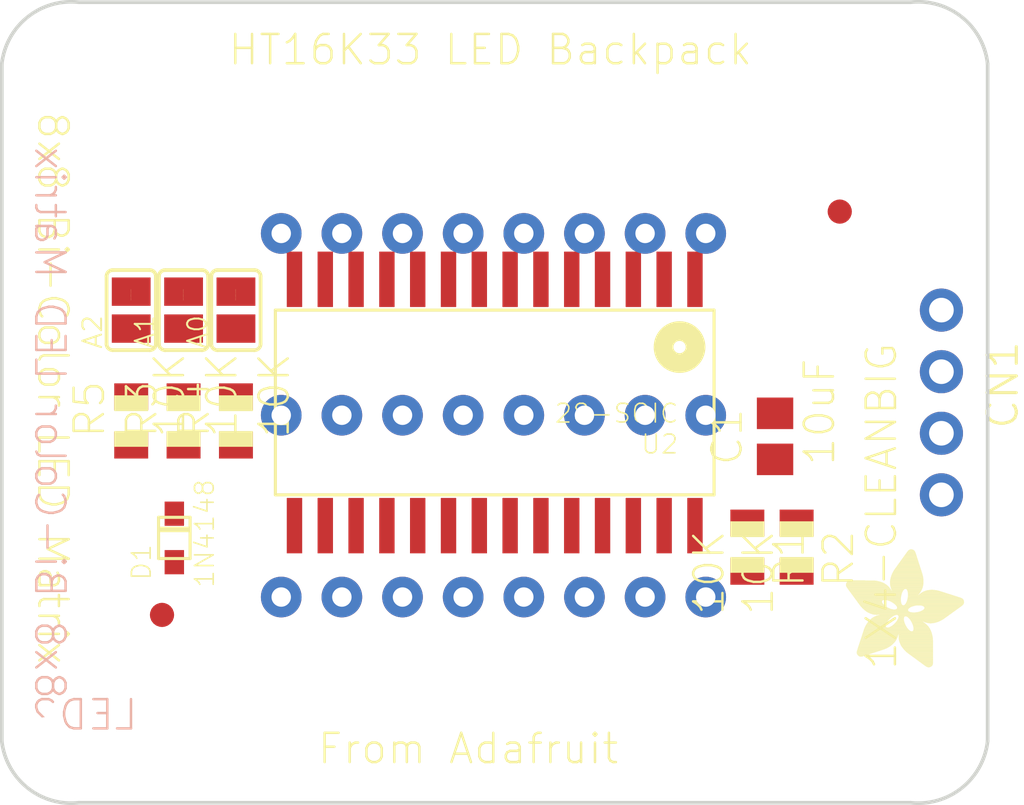
<source format=kicad_pcb>
(kicad_pcb (version 20171130) (host pcbnew "(5.0.0-rc2-dev-623-g26197c333)")

  (general
    (thickness 1.6)
    (drawings 23)
    (tracks 0)
    (zones 0)
    (modules 20)
    (nets 33)
  )

  (page A4)
  (layers
    (0 Top signal)
    (1 Route2 signal hide)
    (2 Route3 signal hide)
    (3 Route4 signal hide)
    (4 Route5 signal hide)
    (5 Route6 signal hide)
    (6 Route7 signal hide)
    (7 Route8 signal hide)
    (8 Route9 signal hide)
    (9 Route10 signal hide)
    (10 Route11 signal hide)
    (11 Route12 signal hide)
    (12 Route13 signal hide)
    (13 Route14 signal hide)
    (14 Route15 signal hide)
    (31 Bottom signal hide)
    (32 B.Adhes user hide)
    (33 F.Adhes user hide)
    (34 B.Paste user hide)
    (35 F.Paste user)
    (36 B.SilkS user hide)
    (37 F.SilkS user)
    (38 B.Mask user hide)
    (39 F.Mask user)
    (40 Dwgs.User user hide)
    (41 Cmts.User user hide)
    (42 Eco1.User user hide)
    (43 Eco2.User user hide)
    (44 Edge.Cuts user)
    (45 Margin user hide)
    (46 B.CrtYd user hide)
    (47 F.CrtYd user)
    (48 B.Fab user hide)
    (49 F.Fab user)
  )

  (setup
    (last_trace_width 0.25)
    (trace_clearance 0.2)
    (zone_clearance 0.508)
    (zone_45_only no)
    (trace_min 0.2)
    (segment_width 0.2)
    (edge_width 0.15)
    (via_size 0.8)
    (via_drill 0.4)
    (via_min_size 0.4)
    (via_min_drill 0.3)
    (uvia_size 0.3)
    (uvia_drill 0.1)
    (uvias_allowed no)
    (uvia_min_size 0.2)
    (uvia_min_drill 0.1)
    (pcb_text_width 0.3)
    (pcb_text_size 1.5 1.5)
    (mod_edge_width 0.15)
    (mod_text_size 1 1)
    (mod_text_width 0.15)
    (pad_size 1.524 1.524)
    (pad_drill 0.762)
    (pad_to_mask_clearance 0.2)
    (aux_axis_origin 0 0)
    (visible_elements 7FFFFFFF)
    (pcbplotparams
      (layerselection 0x010fc_ffffffff)
      (usegerberextensions false)
      (usegerberattributes false)
      (usegerberadvancedattributes false)
      (creategerberjobfile false)
      (excludeedgelayer true)
      (linewidth 0.100000)
      (plotframeref false)
      (viasonmask false)
      (mode 1)
      (useauxorigin false)
      (hpglpennumber 1)
      (hpglpenspeed 20)
      (hpglpendiameter 15)
      (psnegative false)
      (psa4output false)
      (plotreference true)
      (plotvalue true)
      (plotinvisibletext false)
      (padsonsilk false)
      (subtractmaskfromsilk false)
      (outputformat 1)
      (mirror false)
      (drillshape 1)
      (scaleselection 1)
      (outputdirectory ""))
  )

  (net 0 "")
  (net 1 VDD)
  (net 2 GND)
  (net 3 /SCL)
  (net 4 /SDA)
  (net 5 /A1)
  (net 6 "Net-(A1-Pad1)")
  (net 7 /A0)
  (net 8 "Net-(A0-Pad1)")
  (net 9 "Net-(D1-PadC)")
  (net 10 "Net-(LED2-Pad13)")
  (net 11 "Net-(LED2-Pad14)")
  (net 12 "Net-(LED2-Pad15)")
  (net 13 "Net-(LED2-Pad12)")
  (net 14 "Net-(LED2-Pad11)")
  (net 15 "Net-(LED2-Pad10)")
  (net 16 "Net-(LED2-Pad9)")
  (net 17 /A2)
  (net 18 "Net-(LED2-Pad23)")
  (net 19 "Net-(D1-PadA)")
  (net 20 "Net-(LED2-Pad20)")
  (net 21 "Net-(LED2-Pad19)")
  (net 22 "Net-(LED2-Pad17)")
  (net 23 "Net-(LED2-Pad8)")
  (net 24 "Net-(LED2-Pad7)")
  (net 25 "Net-(LED2-Pad6)")
  (net 26 "Net-(LED2-Pad5)")
  (net 27 "Net-(LED2-Pad4)")
  (net 28 "Net-(A2-Pad1)")
  (net 29 "Net-(LED2-Pad24)")
  (net 30 "Net-(LED2-Pad22)")
  (net 31 "Net-(LED2-Pad21)")
  (net 32 "Net-(LED2-Pad18)")

  (net_class Default "This is the default net class."
    (clearance 0.2)
    (trace_width 0.25)
    (via_dia 0.8)
    (via_drill 0.4)
    (uvia_dia 0.3)
    (uvia_drill 0.1)
    (add_net /A0)
    (add_net /A1)
    (add_net /A2)
    (add_net /SCL)
    (add_net /SDA)
    (add_net GND)
    (add_net "Net-(A0-Pad1)")
    (add_net "Net-(A1-Pad1)")
    (add_net "Net-(A2-Pad1)")
    (add_net "Net-(D1-PadA)")
    (add_net "Net-(D1-PadC)")
    (add_net "Net-(LED2-Pad10)")
    (add_net "Net-(LED2-Pad11)")
    (add_net "Net-(LED2-Pad12)")
    (add_net "Net-(LED2-Pad13)")
    (add_net "Net-(LED2-Pad14)")
    (add_net "Net-(LED2-Pad15)")
    (add_net "Net-(LED2-Pad17)")
    (add_net "Net-(LED2-Pad18)")
    (add_net "Net-(LED2-Pad19)")
    (add_net "Net-(LED2-Pad20)")
    (add_net "Net-(LED2-Pad21)")
    (add_net "Net-(LED2-Pad22)")
    (add_net "Net-(LED2-Pad23)")
    (add_net "Net-(LED2-Pad24)")
    (add_net "Net-(LED2-Pad4)")
    (add_net "Net-(LED2-Pad5)")
    (add_net "Net-(LED2-Pad6)")
    (add_net "Net-(LED2-Pad7)")
    (add_net "Net-(LED2-Pad8)")
    (add_net "Net-(LED2-Pad9)")
    (add_net VDD)
  )

  (module "Adafruit bicolor 8x8:SEGMENT_BICOL_BL-M12A883XX" (layer Bottom) (tedit 5AEB45E2) (tstamp 5AEB611F)
    (at 149.86 101.6)
    (descr "<b>Source: </b>http://www.betlux.com/product/led_dot_matrix/BL-M12A883xx.PDF")
    (path /221661FE)
    (fp_text reference LED2 (at -16 17) (layer B.SilkS)
      (effects (font (size 1.2065 1.2065) (thickness 0.1016)) (justify left bottom mirror))
    )
    (fp_text value DISP_SEGMENT_8X8_BICOLOR_ROWCATHODEMI2A883XX (at -16 -18) (layer B.SilkS)
      (effects (font (size 1.2065 1.2065) (thickness 0.1016)) (justify left bottom mirror))
    )
    (fp_poly (pts (xy 35.1 13.97) (xy 38.1 13.97) (xy 38.1 16.97) (xy 35.1 16.97)) (layer B.Fab) (width 0))
    (fp_line (start 16.35 -16.35) (end -16.35 -16.35) (layer B.Fab) (width 0.127))
    (fp_line (start 16.35 -16.35) (end -16.35 -16.35) (layer B.SilkS) (width 0.127))
    (pad 1 thru_hole circle (at -10.16 11.43 180) (size 1.6764 1.6764) (drill 0.8) (layers *.Cu *.Mask)
      (net 17 /A2) (solder_mask_margin 0.1016))
    (pad 2 thru_hole circle (at -7.66 11.43 180) (size 1.6764 1.6764) (drill 0.8) (layers *.Cu *.Mask)
      (net 5 /A1) (solder_mask_margin 0.1016))
    (pad 3 thru_hole circle (at -5.16 11.43 180) (size 1.6764 1.6764) (drill 0.8) (layers *.Cu *.Mask)
      (net 7 /A0) (solder_mask_margin 0.1016))
    (pad 4 thru_hole circle (at -2.66 11.43 180) (size 1.6764 1.6764) (drill 0.8) (layers *.Cu *.Mask)
      (net 27 "Net-(LED2-Pad4)") (solder_mask_margin 0.1016))
    (pad 5 thru_hole circle (at -0.16 11.43 180) (size 1.6764 1.6764) (drill 0.8) (layers *.Cu *.Mask)
      (net 26 "Net-(LED2-Pad5)") (solder_mask_margin 0.1016))
    (pad 6 thru_hole circle (at 2.34 11.43 180) (size 1.6764 1.6764) (drill 0.8) (layers *.Cu *.Mask)
      (net 25 "Net-(LED2-Pad6)") (solder_mask_margin 0.1016))
    (pad 7 thru_hole circle (at 4.84 11.43 180) (size 1.6764 1.6764) (drill 0.8) (layers *.Cu *.Mask)
      (net 24 "Net-(LED2-Pad7)") (solder_mask_margin 0.1016))
    (pad 8 thru_hole circle (at 7.34 11.43 180) (size 1.6764 1.6764) (drill 0.8) (layers *.Cu *.Mask)
      (net 23 "Net-(LED2-Pad8)") (solder_mask_margin 0.1016))
    (pad 9 thru_hole circle (at -10.16 3.93 180) (size 1.6764 1.6764) (drill 0.8) (layers *.Cu *.Mask)
      (net 16 "Net-(LED2-Pad9)") (solder_mask_margin 0.1016))
    (pad 10 thru_hole circle (at -7.66 3.93 180) (size 1.6764 1.6764) (drill 0.8) (layers *.Cu *.Mask)
      (net 15 "Net-(LED2-Pad10)") (solder_mask_margin 0.1016))
    (pad 11 thru_hole circle (at -5.16 3.93 180) (size 1.6764 1.6764) (drill 0.8) (layers *.Cu *.Mask)
      (net 14 "Net-(LED2-Pad11)") (solder_mask_margin 0.1016))
    (pad 12 thru_hole circle (at -2.66 3.93 180) (size 1.6764 1.6764) (drill 0.8) (layers *.Cu *.Mask)
      (net 13 "Net-(LED2-Pad12)") (solder_mask_margin 0.1016))
    (pad 13 thru_hole circle (at -0.16 3.93 180) (size 1.6764 1.6764) (drill 0.8) (layers *.Cu *.Mask)
      (net 10 "Net-(LED2-Pad13)") (solder_mask_margin 0.1016))
    (pad 14 thru_hole circle (at 2.34 3.93 180) (size 1.6764 1.6764) (drill 0.8) (layers *.Cu *.Mask)
      (net 11 "Net-(LED2-Pad14)") (solder_mask_margin 0.1016))
    (pad 15 thru_hole circle (at 4.84 3.93 180) (size 1.6764 1.6764) (drill 0.8) (layers *.Cu *.Mask)
      (net 12 "Net-(LED2-Pad15)") (solder_mask_margin 0.1016))
    (pad 16 thru_hole circle (at 7.34 3.93 180) (size 1.6764 1.6764) (drill 0.8) (layers *.Cu *.Mask)
      (net 19 "Net-(D1-PadA)") (solder_mask_margin 0.1016))
    (pad 17 thru_hole circle (at -10.16 -3.57 180) (size 1.6764 1.6764) (drill 0.8) (layers *.Cu *.Mask)
      (net 22 "Net-(LED2-Pad17)") (solder_mask_margin 0.1016))
    (pad 18 thru_hole circle (at -7.66 -3.57 180) (size 1.6764 1.6764) (drill 0.8) (layers *.Cu *.Mask)
      (net 32 "Net-(LED2-Pad18)") (solder_mask_margin 0.1016))
    (pad 19 thru_hole circle (at -5.16 -3.57 180) (size 1.6764 1.6764) (drill 0.8) (layers *.Cu *.Mask)
      (net 21 "Net-(LED2-Pad19)") (solder_mask_margin 0.1016))
    (pad 20 thru_hole circle (at -2.66 -3.57 180) (size 1.6764 1.6764) (drill 0.8) (layers *.Cu *.Mask)
      (net 20 "Net-(LED2-Pad20)") (solder_mask_margin 0.1016))
    (pad 21 thru_hole circle (at -0.16 -3.57 180) (size 1.6764 1.6764) (drill 0.8) (layers *.Cu *.Mask)
      (net 31 "Net-(LED2-Pad21)") (solder_mask_margin 0.1016))
    (pad 22 thru_hole circle (at 2.34 -3.57 180) (size 1.6764 1.6764) (drill 0.8) (layers *.Cu *.Mask)
      (net 30 "Net-(LED2-Pad22)") (solder_mask_margin 0.1016))
    (pad 23 thru_hole circle (at 4.84 -3.57 180) (size 1.6764 1.6764) (drill 0.8) (layers *.Cu *.Mask)
      (net 18 "Net-(LED2-Pad23)") (solder_mask_margin 0.1016))
    (pad 24 thru_hole circle (at 7.34 -3.57 180) (size 1.6764 1.6764) (drill 0.8) (layers *.Cu *.Mask)
      (net 29 "Net-(LED2-Pad24)") (solder_mask_margin 0.1016))
  )

  (module "" (layer Top) (tedit 0) (tstamp 0)
    (at 130.0861 118.9736)
    (fp_text reference @HOLE0 (at 0 0) (layer F.SilkS) hide
      (effects (font (size 1.27 1.27) (thickness 0.15)))
    )
    (fp_text value "" (at 0 0) (layer F.SilkS)
      (effects (font (size 1.27 1.27) (thickness 0.15)))
    )
    (pad "" np_thru_hole circle (at 0 0) (size 2 2) (drill 2) (layers *.Cu))
  )

  (module "" (layer Top) (tedit 0) (tstamp 0)
    (at 166.9161 118.9736)
    (fp_text reference @HOLE1 (at 0 0) (layer F.SilkS) hide
      (effects (font (size 1.27 1.27) (thickness 0.15)))
    )
    (fp_text value "" (at 0 0) (layer F.SilkS)
      (effects (font (size 1.27 1.27) (thickness 0.15)))
    )
    (pad "" np_thru_hole circle (at 0 0) (size 2 2) (drill 2) (layers *.Cu))
  )

  (module "" (layer Top) (tedit 0) (tstamp 0)
    (at 130.0861 91.0336)
    (fp_text reference @HOLE2 (at 0 0) (layer F.SilkS) hide
      (effects (font (size 1.27 1.27) (thickness 0.15)))
    )
    (fp_text value "" (at 0 0) (layer F.SilkS)
      (effects (font (size 1.27 1.27) (thickness 0.15)))
    )
    (pad "" np_thru_hole circle (at 0 0) (size 2 2) (drill 2) (layers *.Cu))
  )

  (module "" (layer Top) (tedit 0) (tstamp 0)
    (at 166.9161 91.0336)
    (fp_text reference @HOLE3 (at 0 0) (layer F.SilkS) hide
      (effects (font (size 1.27 1.27) (thickness 0.15)))
    )
    (fp_text value "" (at 0 0) (layer F.SilkS)
      (effects (font (size 1.27 1.27) (thickness 0.15)))
    )
    (pad "" np_thru_hole circle (at 0 0) (size 2 2) (drill 2) (layers *.Cu))
  )

  (module "Adafruit bicolor 8x8:R0805" (layer Top) (tedit 0) (tstamp 5AE9B84A)
    (at 158.9151 110.9726 270)
    (descr "<b>RESISTOR</b><p>\nchip")
    (path /DE04AF3C)
    (fp_text reference R1 (at -0.762 -1.016 270) (layer F.SilkS)
      (effects (font (size 1.2065 1.2065) (thickness 0.1016)) (justify right top))
    )
    (fp_text value 10K (at -0.762 2.286 270) (layer F.SilkS)
      (effects (font (size 1.2065 1.2065) (thickness 0.1016)) (justify right top))
    )
    (fp_poly (pts (xy -0.1999 0.5001) (xy 0.1999 0.5001) (xy 0.1999 -0.5001) (xy -0.1999 -0.5001)) (layer F.Adhes) (width 0))
    (fp_poly (pts (xy -1.0668 0.6985) (xy -0.4168 0.6985) (xy -0.4168 -0.7015) (xy -1.0668 -0.7015)) (layer F.SilkS) (width 0))
    (fp_poly (pts (xy 0.4064 0.6985) (xy 1.0564 0.6985) (xy 1.0564 -0.7015) (xy 0.4064 -0.7015)) (layer F.SilkS) (width 0))
    (fp_line (start -1.973 0.983) (end -1.973 -0.983) (layer Dwgs.User) (width 0.0508))
    (fp_line (start 1.973 0.983) (end -1.973 0.983) (layer Dwgs.User) (width 0.0508))
    (fp_line (start 1.973 -0.983) (end 1.973 0.983) (layer Dwgs.User) (width 0.0508))
    (fp_line (start -1.973 -0.983) (end 1.973 -0.983) (layer Dwgs.User) (width 0.0508))
    (fp_line (start -0.41 0.635) (end 0.41 0.635) (layer F.Fab) (width 0.1524))
    (fp_line (start -0.41 -0.635) (end 0.41 -0.635) (layer F.Fab) (width 0.1524))
    (pad 2 smd rect (at 1 0 270) (size 1.1 1.4) (layers Top F.Paste F.Mask)
      (net 3 /SCL) (solder_mask_margin 0.1016))
    (pad 1 smd rect (at -1 0 270) (size 1.1 1.4) (layers Top F.Paste F.Mask)
      (net 1 VDD) (solder_mask_margin 0.1016))
  )

  (module "Adafruit bicolor 8x8:R0805" (layer Top) (tedit 0) (tstamp 5AE9B858)
    (at 160.9471 110.9726 270)
    (descr "<b>RESISTOR</b><p>\nchip")
    (path /0F3C4881)
    (fp_text reference R2 (at -0.762 -1.016 270) (layer F.SilkS)
      (effects (font (size 1.2065 1.2065) (thickness 0.1016)) (justify right top))
    )
    (fp_text value 10K (at -0.762 2.286 270) (layer F.SilkS)
      (effects (font (size 1.2065 1.2065) (thickness 0.1016)) (justify right top))
    )
    (fp_poly (pts (xy -0.1999 0.5001) (xy 0.1999 0.5001) (xy 0.1999 -0.5001) (xy -0.1999 -0.5001)) (layer F.Adhes) (width 0))
    (fp_poly (pts (xy -1.0668 0.6985) (xy -0.4168 0.6985) (xy -0.4168 -0.7015) (xy -1.0668 -0.7015)) (layer F.SilkS) (width 0))
    (fp_poly (pts (xy 0.4064 0.6985) (xy 1.0564 0.6985) (xy 1.0564 -0.7015) (xy 0.4064 -0.7015)) (layer F.SilkS) (width 0))
    (fp_line (start -1.973 0.983) (end -1.973 -0.983) (layer Dwgs.User) (width 0.0508))
    (fp_line (start 1.973 0.983) (end -1.973 0.983) (layer Dwgs.User) (width 0.0508))
    (fp_line (start 1.973 -0.983) (end 1.973 0.983) (layer Dwgs.User) (width 0.0508))
    (fp_line (start -1.973 -0.983) (end 1.973 -0.983) (layer Dwgs.User) (width 0.0508))
    (fp_line (start -0.41 0.635) (end 0.41 0.635) (layer F.Fab) (width 0.1524))
    (fp_line (start -0.41 -0.635) (end 0.41 -0.635) (layer F.Fab) (width 0.1524))
    (pad 2 smd rect (at 1 0 270) (size 1.1 1.4) (layers Top F.Paste F.Mask)
      (net 4 /SDA) (solder_mask_margin 0.1016))
    (pad 1 smd rect (at -1 0 270) (size 1.1 1.4) (layers Top F.Paste F.Mask)
      (net 1 VDD) (solder_mask_margin 0.1016))
  )

  (module "Adafruit bicolor 8x8:1X04-CLEANBIG" (layer Top) (tedit 0) (tstamp 5AE9B866)
    (at 166.9161 105.0036 270)
    (path /496D2C97)
    (fp_text reference CN1 (at -2.6162 -1.8288 270) (layer F.SilkS)
      (effects (font (size 1.2065 1.2065) (thickness 0.127)) (justify right top))
    )
    (fp_text value 1X4-CLEANBIG (at -2.54 3.175 270) (layer F.SilkS)
      (effects (font (size 1.2065 1.2065) (thickness 0.1016)) (justify right top))
    )
    (fp_poly (pts (xy -4.064 0.254) (xy -3.556 0.254) (xy -3.556 -0.254) (xy -4.064 -0.254)) (layer F.Fab) (width 0))
    (fp_poly (pts (xy -1.524 0.254) (xy -1.016 0.254) (xy -1.016 -0.254) (xy -1.524 -0.254)) (layer F.Fab) (width 0))
    (fp_poly (pts (xy 1.016 0.254) (xy 1.524 0.254) (xy 1.524 -0.254) (xy 1.016 -0.254)) (layer F.Fab) (width 0))
    (fp_poly (pts (xy 3.556 0.254) (xy 4.064 0.254) (xy 4.064 -0.254) (xy 3.556 -0.254)) (layer F.Fab) (width 0))
    (pad 4 thru_hole circle (at 3.81 0) (size 1.778 1.778) (drill 1.016) (layers *.Cu *.Mask)
      (net 1 VDD) (solder_mask_margin 0.1016))
    (pad 3 thru_hole circle (at 1.27 0) (size 1.778 1.778) (drill 1.016) (layers *.Cu *.Mask)
      (net 2 GND) (solder_mask_margin 0.1016))
    (pad 2 thru_hole circle (at -1.27 0) (size 1.778 1.778) (drill 1.016) (layers *.Cu *.Mask)
      (net 4 /SDA) (solder_mask_margin 0.1016))
    (pad 1 thru_hole circle (at -3.81 0) (size 1.778 1.778) (drill 1.016) (layers *.Cu *.Mask)
      (net 3 /SCL) (solder_mask_margin 0.1016))
  )

  (module "Adafruit bicolor 8x8:SOLDERJUMPER_REFLOW_NOPASTE" (layer Top) (tedit 0) (tstamp 5AE9B871)
    (at 135.6741 101.1936 90)
    (path /EA64C37F)
    (fp_text reference A1 (at -1.651 -1.143 90) (layer F.SilkS)
      (effects (font (size 0.77216 0.77216) (thickness 0.08128)) (justify left bottom))
    )
    (fp_text value SOLDERJUMPERREFLOW_NOPASTE (at 0.4001 0 90) (layer F.SilkS)
      (effects (font (size 0.019 0.019) (thickness 0.0016)) (justify left bottom))
    )
    (fp_poly (pts (xy -0.0762 0.9144) (xy 0.0762 0.9144) (xy 0.0762 -0.9144) (xy -0.0762 -0.9144)) (layer F.Mask) (width 0))
    (fp_arc (start 0.254 0) (end 0.254 -0.127) (angle 180) (layer F.Fab) (width 1.27))
    (fp_arc (start -0.254 0) (end -0.254 0.127) (angle 180) (layer F.Fab) (width 1.27))
    (fp_line (start -1.016 0) (end -1.524 0) (layer F.Fab) (width 0.1524))
    (fp_line (start 1.016 0) (end 1.524 0) (layer F.Fab) (width 0.1524))
    (fp_line (start -1.397 -1.016) (end 1.397 -1.016) (layer F.SilkS) (width 0.1524))
    (fp_line (start -1.651 0.762) (end -1.651 -0.762) (layer F.SilkS) (width 0.1524))
    (fp_line (start 1.651 0.762) (end 1.651 -0.762) (layer F.SilkS) (width 0.1524))
    (fp_arc (start 1.397 0.762) (end 1.397 1.016) (angle -90) (layer F.SilkS) (width 0.1524))
    (fp_arc (start -1.397 0.762) (end -1.651 0.762) (angle -90) (layer F.SilkS) (width 0.1524))
    (fp_arc (start -1.397 -0.762) (end -1.651 -0.762) (angle 90) (layer F.SilkS) (width 0.1524))
    (fp_arc (start 1.397 -0.762) (end 1.397 -1.016) (angle 90) (layer F.SilkS) (width 0.1524))
    (fp_line (start 1.397 1.016) (end -1.397 1.016) (layer F.SilkS) (width 0.1524))
    (pad 2 smd rect (at 0.762 0 90) (size 1.1684 1.6002) (layers Top F.Mask)
      (net 5 /A1) (solder_mask_margin 0.1016))
    (pad 1 smd rect (at -0.762 0 90) (size 1.1684 1.6002) (layers Top F.Mask)
      (net 6 "Net-(A1-Pad1)") (solder_mask_margin 0.1016))
  )

  (module "Adafruit bicolor 8x8:SOLDERJUMPER_REFLOW_NOPASTE" (layer Top) (tedit 0) (tstamp 5AE9B883)
    (at 137.8331 101.1936 90)
    (path /CA8A32A2)
    (fp_text reference A0 (at -1.651 -1.143 90) (layer F.SilkS)
      (effects (font (size 0.77216 0.77216) (thickness 0.08128)) (justify left bottom))
    )
    (fp_text value SOLDERJUMPERREFLOW_NOPASTE (at 0.4001 0 90) (layer F.SilkS)
      (effects (font (size 0.019 0.019) (thickness 0.0016)) (justify left bottom))
    )
    (fp_poly (pts (xy -0.0762 0.9144) (xy 0.0762 0.9144) (xy 0.0762 -0.9144) (xy -0.0762 -0.9144)) (layer F.Mask) (width 0))
    (fp_arc (start 0.254 0) (end 0.254 -0.127) (angle 180) (layer F.Fab) (width 1.27))
    (fp_arc (start -0.254 0) (end -0.254 0.127) (angle 180) (layer F.Fab) (width 1.27))
    (fp_line (start -1.016 0) (end -1.524 0) (layer F.Fab) (width 0.1524))
    (fp_line (start 1.016 0) (end 1.524 0) (layer F.Fab) (width 0.1524))
    (fp_line (start -1.397 -1.016) (end 1.397 -1.016) (layer F.SilkS) (width 0.1524))
    (fp_line (start -1.651 0.762) (end -1.651 -0.762) (layer F.SilkS) (width 0.1524))
    (fp_line (start 1.651 0.762) (end 1.651 -0.762) (layer F.SilkS) (width 0.1524))
    (fp_arc (start 1.397 0.762) (end 1.397 1.016) (angle -90) (layer F.SilkS) (width 0.1524))
    (fp_arc (start -1.397 0.762) (end -1.651 0.762) (angle -90) (layer F.SilkS) (width 0.1524))
    (fp_arc (start -1.397 -0.762) (end -1.651 -0.762) (angle 90) (layer F.SilkS) (width 0.1524))
    (fp_arc (start 1.397 -0.762) (end 1.397 -1.016) (angle 90) (layer F.SilkS) (width 0.1524))
    (fp_line (start 1.397 1.016) (end -1.397 1.016) (layer F.SilkS) (width 0.1524))
    (pad 2 smd rect (at 0.762 0 90) (size 1.1684 1.6002) (layers Top F.Mask)
      (net 7 /A0) (solder_mask_margin 0.1016))
    (pad 1 smd rect (at -0.762 0 90) (size 1.1684 1.6002) (layers Top F.Mask)
      (net 8 "Net-(A0-Pad1)") (solder_mask_margin 0.1016))
  )

  (module "Adafruit bicolor 8x8:FIDUCIAL_1MM" (layer Top) (tedit 0) (tstamp 5AE9B895)
    (at 162.7251 97.1296)
    (path /89E33A62)
    (fp_text reference U$1 (at 0 0) (layer F.SilkS) hide
      (effects (font (size 1.27 1.27) (thickness 0.15)))
    )
    (fp_text value FIDUCIAL (at 0 0) (layer F.SilkS) hide
      (effects (font (size 1.27 1.27) (thickness 0.15)))
    )
    (fp_poly (pts (xy -1 0) (xy -0.974928 0.222521) (xy -0.900969 0.433884) (xy -0.781831 0.62349)
      (xy -0.62349 0.781831) (xy -0.433884 0.900969) (xy 0 1) (xy 0.222521 0.974928)
      (xy 0.433884 0.900969) (xy 0.62349 0.781831) (xy 0.781831 0.62349) (xy 0.900969 0.433884)
      (xy 1 0) (xy 0.974928 -0.222521) (xy 0.900969 -0.433884) (xy 0.781831 -0.62349)
      (xy 0.62349 -0.781831) (xy 0.433884 -0.900969) (xy 0 -1) (xy -0.222521 -0.974928)
      (xy -0.433884 -0.900969) (xy -0.62349 -0.781831) (xy -0.781831 -0.62349) (xy -0.900969 -0.433884)) (layer Dwgs.User) (width 0))
    (fp_poly (pts (xy -1 0) (xy -0.974928 0.222521) (xy -0.900969 0.433884) (xy -0.781831 0.62349)
      (xy -0.62349 0.781831) (xy -0.433884 0.900969) (xy 0 1) (xy 0.222521 0.974928)
      (xy 0.433884 0.900969) (xy 0.62349 0.781831) (xy 0.781831 0.62349) (xy 0.900969 0.433884)
      (xy 1 0) (xy 0.974928 -0.222521) (xy 0.900969 -0.433884) (xy 0.781831 -0.62349)
      (xy 0.62349 -0.781831) (xy 0.433884 -0.900969) (xy 0 -1) (xy -0.222521 -0.974928)
      (xy -0.433884 -0.900969) (xy -0.62349 -0.781831) (xy -0.781831 -0.62349) (xy -0.900969 -0.433884)) (layer F.Mask) (width 0))
    (pad 1 smd roundrect (at 0 0) (size 1 1) (layers Top F.Mask)(roundrect_rratio 0.5)
      (solder_mask_margin 0.1016))
  )

  (module "Adafruit bicolor 8x8:FIDUCIAL_1MM" (layer Top) (tedit 0) (tstamp 5AE9B89B)
    (at 134.7851 113.7666)
    (path /87B7DF34)
    (fp_text reference U$2 (at 0 0) (layer F.SilkS) hide
      (effects (font (size 1.27 1.27) (thickness 0.15)))
    )
    (fp_text value FIDUCIAL (at 0 0) (layer F.SilkS) hide
      (effects (font (size 1.27 1.27) (thickness 0.15)))
    )
    (fp_poly (pts (xy -1 0) (xy -0.974928 0.222521) (xy -0.900969 0.433884) (xy -0.781831 0.62349)
      (xy -0.62349 0.781831) (xy -0.433884 0.900969) (xy 0 1) (xy 0.222521 0.974928)
      (xy 0.433884 0.900969) (xy 0.62349 0.781831) (xy 0.781831 0.62349) (xy 0.900969 0.433884)
      (xy 1 0) (xy 0.974928 -0.222521) (xy 0.900969 -0.433884) (xy 0.781831 -0.62349)
      (xy 0.62349 -0.781831) (xy 0.433884 -0.900969) (xy 0 -1) (xy -0.222521 -0.974928)
      (xy -0.433884 -0.900969) (xy -0.62349 -0.781831) (xy -0.781831 -0.62349) (xy -0.900969 -0.433884)) (layer Dwgs.User) (width 0))
    (fp_poly (pts (xy -1 0) (xy -0.974928 0.222521) (xy -0.900969 0.433884) (xy -0.781831 0.62349)
      (xy -0.62349 0.781831) (xy -0.433884 0.900969) (xy 0 1) (xy 0.222521 0.974928)
      (xy 0.433884 0.900969) (xy 0.62349 0.781831) (xy 0.781831 0.62349) (xy 0.900969 0.433884)
      (xy 1 0) (xy 0.974928 -0.222521) (xy 0.900969 -0.433884) (xy 0.781831 -0.62349)
      (xy 0.62349 -0.781831) (xy 0.433884 -0.900969) (xy 0 -1) (xy -0.222521 -0.974928)
      (xy -0.433884 -0.900969) (xy -0.62349 -0.781831) (xy -0.781831 -0.62349) (xy -0.900969 -0.433884)) (layer F.Mask) (width 0))
    (pad 1 smd roundrect (at 0 0) (size 1 1) (layers Top F.Mask)(roundrect_rratio 0.5)
      (solder_mask_margin 0.1016))
  )

  (module "Adafruit bicolor 8x8:C0805" (layer Top) (tedit 0) (tstamp 5AE9B8A1)
    (at 160.0581 106.4006 90)
    (descr "<b>CAPACITOR</b><p>\nPad definition corrected 2006.05.15, librarian@cadsoft.de")
    (path /E7D47EA7)
    (fp_text reference C1 (at -1.27 -1.27 90) (layer F.SilkS)
      (effects (font (size 1.2065 1.2065) (thickness 0.1016)) (justify left bottom))
    )
    (fp_text value 10uF (at -1.27 2.54 90) (layer F.SilkS)
      (effects (font (size 1.2065 1.2065) (thickness 0.1016)) (justify left bottom))
    )
    (fp_poly (pts (xy -0.1001 0.4001) (xy 0.1001 0.4001) (xy 0.1001 -0.4001) (xy -0.1001 -0.4001)) (layer F.Adhes) (width 0))
    (fp_poly (pts (xy 0.3556 0.7239) (xy 1.1057 0.7239) (xy 1.1057 -0.7262) (xy 0.3556 -0.7262)) (layer F.Fab) (width 0))
    (fp_poly (pts (xy -1.0922 0.7239) (xy -0.3421 0.7239) (xy -0.3421 -0.7262) (xy -1.0922 -0.7262)) (layer F.Fab) (width 0))
    (fp_line (start 1.973 -0.983) (end 1.973 0.983) (layer Dwgs.User) (width 0.0508))
    (fp_line (start -0.356 0.66) (end 0.381 0.66) (layer F.Fab) (width 0.1016))
    (fp_line (start -0.381 -0.66) (end 0.381 -0.66) (layer F.Fab) (width 0.1016))
    (fp_line (start -1.973 0.983) (end -1.973 -0.983) (layer Dwgs.User) (width 0.0508))
    (fp_line (start 1.973 0.983) (end -1.973 0.983) (layer Dwgs.User) (width 0.0508))
    (fp_line (start -1.973 -0.983) (end 1.973 -0.983) (layer Dwgs.User) (width 0.0508))
    (pad 2 smd rect (at 0.95 0 90) (size 1.3 1.5) (layers Top F.Paste F.Mask)
      (net 2 GND) (solder_mask_margin 0.1016))
    (pad 1 smd rect (at -0.95 0 90) (size 1.3 1.5) (layers Top F.Paste F.Mask)
      (net 1 VDD) (solder_mask_margin 0.1016))
  )

  (module "Adafruit bicolor 8x8:R0805" (layer Top) (tedit 0) (tstamp 5AE9B8AF)
    (at 135.6741 105.7656 90)
    (descr "<b>RESISTOR</b><p>\nchip")
    (path /2A684572)
    (fp_text reference R3 (at -0.762 -1.016 90) (layer F.SilkS)
      (effects (font (size 1.2065 1.2065) (thickness 0.1016)) (justify left bottom))
    )
    (fp_text value 10K (at -0.762 2.286 90) (layer F.SilkS)
      (effects (font (size 1.2065 1.2065) (thickness 0.1016)) (justify left bottom))
    )
    (fp_poly (pts (xy -0.1999 0.5001) (xy 0.1999 0.5001) (xy 0.1999 -0.5001) (xy -0.1999 -0.5001)) (layer F.Adhes) (width 0))
    (fp_poly (pts (xy -1.0668 0.6985) (xy -0.4168 0.6985) (xy -0.4168 -0.7015) (xy -1.0668 -0.7015)) (layer F.SilkS) (width 0))
    (fp_poly (pts (xy 0.4064 0.6985) (xy 1.0564 0.6985) (xy 1.0564 -0.7015) (xy 0.4064 -0.7015)) (layer F.SilkS) (width 0))
    (fp_line (start -1.973 0.983) (end -1.973 -0.983) (layer Dwgs.User) (width 0.0508))
    (fp_line (start 1.973 0.983) (end -1.973 0.983) (layer Dwgs.User) (width 0.0508))
    (fp_line (start 1.973 -0.983) (end 1.973 0.983) (layer Dwgs.User) (width 0.0508))
    (fp_line (start -1.973 -0.983) (end 1.973 -0.983) (layer Dwgs.User) (width 0.0508))
    (fp_line (start -0.41 0.635) (end 0.41 0.635) (layer F.Fab) (width 0.1524))
    (fp_line (start -0.41 -0.635) (end 0.41 -0.635) (layer F.Fab) (width 0.1524))
    (pad 2 smd rect (at 1 0 90) (size 1.1 1.4) (layers Top F.Paste F.Mask)
      (net 6 "Net-(A1-Pad1)") (solder_mask_margin 0.1016))
    (pad 1 smd rect (at -1 0 90) (size 1.1 1.4) (layers Top F.Paste F.Mask)
      (net 9 "Net-(D1-PadC)") (solder_mask_margin 0.1016))
  )

  (module "Adafruit bicolor 8x8:R0805" (layer Top) (tedit 0) (tstamp 5AE9B8BD)
    (at 137.8331 105.7656 90)
    (descr "<b>RESISTOR</b><p>\nchip")
    (path /30FCCEAE)
    (fp_text reference R4 (at -0.762 -1.016 90) (layer F.SilkS)
      (effects (font (size 1.2065 1.2065) (thickness 0.1016)) (justify left bottom))
    )
    (fp_text value 10K (at -0.762 2.286 90) (layer F.SilkS)
      (effects (font (size 1.2065 1.2065) (thickness 0.1016)) (justify left bottom))
    )
    (fp_poly (pts (xy -0.1999 0.5001) (xy 0.1999 0.5001) (xy 0.1999 -0.5001) (xy -0.1999 -0.5001)) (layer F.Adhes) (width 0))
    (fp_poly (pts (xy -1.0668 0.6985) (xy -0.4168 0.6985) (xy -0.4168 -0.7015) (xy -1.0668 -0.7015)) (layer F.SilkS) (width 0))
    (fp_poly (pts (xy 0.4064 0.6985) (xy 1.0564 0.6985) (xy 1.0564 -0.7015) (xy 0.4064 -0.7015)) (layer F.SilkS) (width 0))
    (fp_line (start -1.973 0.983) (end -1.973 -0.983) (layer Dwgs.User) (width 0.0508))
    (fp_line (start 1.973 0.983) (end -1.973 0.983) (layer Dwgs.User) (width 0.0508))
    (fp_line (start 1.973 -0.983) (end 1.973 0.983) (layer Dwgs.User) (width 0.0508))
    (fp_line (start -1.973 -0.983) (end 1.973 -0.983) (layer Dwgs.User) (width 0.0508))
    (fp_line (start -0.41 0.635) (end 0.41 0.635) (layer F.Fab) (width 0.1524))
    (fp_line (start -0.41 -0.635) (end 0.41 -0.635) (layer F.Fab) (width 0.1524))
    (pad 2 smd rect (at 1 0 90) (size 1.1 1.4) (layers Top F.Paste F.Mask)
      (net 8 "Net-(A0-Pad1)") (solder_mask_margin 0.1016))
    (pad 1 smd rect (at -1 0 90) (size 1.1 1.4) (layers Top F.Paste F.Mask)
      (net 9 "Net-(D1-PadC)") (solder_mask_margin 0.1016))
  )

  (module "Adafruit bicolor 8x8:SOP28_300MIL" (layer Top) (tedit 0) (tstamp 5AE9B92E)
    (at 148.5011 105.0036 180)
    (path /73CE8659)
    (fp_text reference U2 (at -7.62 -1.27 180) (layer F.SilkS)
      (effects (font (size 0.77216 0.77216) (thickness 0.065024)) (justify right top))
    )
    (fp_text value 28-SOIC (at -7.62 0 180) (layer F.SilkS)
      (effects (font (size 0.77216 0.77216) (thickness 0.065024)) (justify right top))
    )
    (fp_poly (pts (xy -8.001 -5.5879) (xy -8.509 -5.5879) (xy -8.509 -3.8735) (xy -8.001 -3.8735)) (layer F.Fab) (width 0))
    (fp_poly (pts (xy -6.731 -5.5879) (xy -7.239 -5.5879) (xy -7.239 -3.8735) (xy -6.731 -3.8735)) (layer F.Fab) (width 0))
    (fp_poly (pts (xy -5.461 -5.5879) (xy -5.969 -5.5879) (xy -5.969 -3.8735) (xy -5.461 -3.8735)) (layer F.Fab) (width 0))
    (fp_poly (pts (xy -4.191 -5.5879) (xy -4.699 -5.5879) (xy -4.699 -3.8735) (xy -4.191 -3.8735)) (layer F.Fab) (width 0))
    (fp_poly (pts (xy -2.921 -5.5879) (xy -3.429 -5.5879) (xy -3.429 -3.8735) (xy -2.921 -3.8735)) (layer F.Fab) (width 0))
    (fp_poly (pts (xy -1.651 -5.5879) (xy -2.159 -5.5879) (xy -2.159 -3.8735) (xy -1.651 -3.8735)) (layer F.Fab) (width 0))
    (fp_poly (pts (xy -0.381 -5.5879) (xy -0.889 -5.5879) (xy -0.889 -3.8735) (xy -0.381 -3.8735)) (layer F.Fab) (width 0))
    (fp_poly (pts (xy 0.889 -5.5879) (xy 0.381 -5.5879) (xy 0.381 -3.8735) (xy 0.889 -3.8735)) (layer F.Fab) (width 0))
    (fp_poly (pts (xy 2.159 -5.5879) (xy 1.651 -5.5879) (xy 1.651 -3.8735) (xy 2.159 -3.8735)) (layer F.Fab) (width 0))
    (fp_poly (pts (xy 3.429 -5.5879) (xy 2.921 -5.5879) (xy 2.921 -3.8735) (xy 3.429 -3.8735)) (layer F.Fab) (width 0))
    (fp_poly (pts (xy 4.699 -5.5879) (xy 4.191 -5.5879) (xy 4.191 -3.8735) (xy 4.699 -3.8735)) (layer F.Fab) (width 0))
    (fp_poly (pts (xy 5.969 -5.5879) (xy 5.461 -5.5879) (xy 5.461 -3.8735) (xy 5.969 -3.8735)) (layer F.Fab) (width 0))
    (fp_poly (pts (xy 7.239 -5.5879) (xy 6.731 -5.5879) (xy 6.731 -3.8735) (xy 7.239 -3.8735)) (layer F.Fab) (width 0))
    (fp_poly (pts (xy 8.509 -5.5879) (xy 8.001 -5.5879) (xy 8.001 -3.8735) (xy 8.509 -3.8735)) (layer F.Fab) (width 0))
    (fp_poly (pts (xy 8.001 5.5879) (xy 8.509 5.5879) (xy 8.509 3.8735) (xy 8.001 3.8735)) (layer F.Fab) (width 0))
    (fp_poly (pts (xy 6.731 5.5879) (xy 7.239 5.5879) (xy 7.239 3.8735) (xy 6.731 3.8735)) (layer F.Fab) (width 0))
    (fp_poly (pts (xy 5.461 5.5879) (xy 5.969 5.5879) (xy 5.969 3.8735) (xy 5.461 3.8735)) (layer F.Fab) (width 0))
    (fp_poly (pts (xy 4.191 5.5879) (xy 4.699 5.5879) (xy 4.699 3.8735) (xy 4.191 3.8735)) (layer F.Fab) (width 0))
    (fp_poly (pts (xy 2.921 5.5879) (xy 3.429 5.5879) (xy 3.429 3.8735) (xy 2.921 3.8735)) (layer F.Fab) (width 0))
    (fp_poly (pts (xy 1.651 5.5879) (xy 2.159 5.5879) (xy 2.159 3.8735) (xy 1.651 3.8735)) (layer F.Fab) (width 0))
    (fp_poly (pts (xy 0.381 5.5879) (xy 0.889 5.5879) (xy 0.889 3.8735) (xy 0.381 3.8735)) (layer F.Fab) (width 0))
    (fp_poly (pts (xy -0.889 5.5879) (xy -0.381 5.5879) (xy -0.381 3.8735) (xy -0.889 3.8735)) (layer F.Fab) (width 0))
    (fp_poly (pts (xy -2.159 5.5879) (xy -1.651 5.5879) (xy -1.651 3.8735) (xy -2.159 3.8735)) (layer F.Fab) (width 0))
    (fp_poly (pts (xy -3.429 5.5879) (xy -2.921 5.5879) (xy -2.921 3.8735) (xy -3.429 3.8735)) (layer F.Fab) (width 0))
    (fp_poly (pts (xy -4.699 5.5879) (xy -4.191 5.5879) (xy -4.191 3.8735) (xy -4.699 3.8735)) (layer F.Fab) (width 0))
    (fp_poly (pts (xy -5.969 5.5879) (xy -5.461 5.5879) (xy -5.461 3.8735) (xy -5.969 3.8735)) (layer F.Fab) (width 0))
    (fp_poly (pts (xy -7.239 5.5879) (xy -6.731 5.5879) (xy -6.731 3.8735) (xy -7.239 3.8735)) (layer F.Fab) (width 0))
    (fp_poly (pts (xy -8.509 5.588) (xy -8.001 5.588) (xy -8.001 3.8735) (xy -8.509 3.8735)) (layer F.Fab) (width 0))
    (fp_circle (center -7.62 2.286) (end -7.366 2.286) (layer F.SilkS) (width 0.8128))
    (fp_line (start -9.0424 3.81) (end 9.0424 3.81) (layer F.SilkS) (width 0.127))
    (fp_line (start 9.0424 3.81) (end 9.0424 -3.81) (layer F.SilkS) (width 0.127))
    (fp_line (start -9.0424 -3.81) (end -9.0424 3.81) (layer F.SilkS) (width 0.127))
    (fp_line (start 9.0424 -3.81) (end -9.0424 -3.81) (layer F.SilkS) (width 0.127))
    (fp_line (start -8.8646 3.302) (end 8.8646 3.302) (layer F.Fab) (width 0.127))
    (fp_line (start -8.8646 -3.302) (end -8.8646 3.302) (layer F.Fab) (width 0.127))
    (fp_line (start 8.8646 -3.302) (end -8.8646 -3.302) (layer F.Fab) (width 0.127))
    (fp_line (start 8.8646 3.302) (end 8.8646 -3.302) (layer F.Fab) (width 0.127))
    (fp_line (start -9.0424 3.81) (end 9.0424 3.81) (layer F.Fab) (width 0.127))
    (fp_line (start -9.0424 -3.81) (end -9.0424 3.81) (layer F.Fab) (width 0.127))
    (fp_line (start 9.0424 -3.81) (end -9.0424 -3.81) (layer F.Fab) (width 0.127))
    (fp_line (start 9.0424 3.81) (end 9.0424 -3.81) (layer F.Fab) (width 0.127))
    (pad P$28 smd rect (at -8.255 -5.08) (size 0.635 2.286) (layers Top F.Paste F.Mask)
      (net 1 VDD) (solder_mask_margin 0.1016))
    (pad P$27 smd rect (at -6.985 -5.08) (size 0.635 2.286) (layers Top F.Paste F.Mask)
      (net 4 /SDA) (solder_mask_margin 0.1016))
    (pad P$26 smd rect (at -5.715 -5.08) (size 0.635 2.286) (layers Top F.Paste F.Mask)
      (net 3 /SCL) (solder_mask_margin 0.1016))
    (pad P$25 smd rect (at -4.445 -5.08) (size 0.635 2.286) (layers Top F.Paste F.Mask)
      (net 17 /A2) (solder_mask_margin 0.1016))
    (pad P$24 smd rect (at -3.175 -5.08) (size 0.635 2.286) (layers Top F.Paste F.Mask)
      (net 5 /A1) (solder_mask_margin 0.1016))
    (pad P$23 smd rect (at -1.905 -5.08) (size 0.635 2.286) (layers Top F.Paste F.Mask)
      (net 7 /A0) (solder_mask_margin 0.1016))
    (pad P$22 smd rect (at -0.635 -5.08) (size 0.635 2.286) (layers Top F.Paste F.Mask)
      (net 27 "Net-(LED2-Pad4)") (solder_mask_margin 0.1016))
    (pad P$21 smd rect (at 0.635 -5.08) (size 0.635 2.286) (layers Top F.Paste F.Mask)
      (net 26 "Net-(LED2-Pad5)") (solder_mask_margin 0.1016))
    (pad P$20 smd rect (at 1.905 -5.08) (size 0.635 2.286) (layers Top F.Paste F.Mask)
      (net 25 "Net-(LED2-Pad6)") (solder_mask_margin 0.1016))
    (pad P$19 smd rect (at 3.175 -5.08) (size 0.635 2.286) (layers Top F.Paste F.Mask)
      (net 24 "Net-(LED2-Pad7)") (solder_mask_margin 0.1016))
    (pad P$18 smd rect (at 4.445 -5.08) (size 0.635 2.286) (layers Top F.Paste F.Mask)
      (net 23 "Net-(LED2-Pad8)") (solder_mask_margin 0.1016))
    (pad P$17 smd rect (at 5.715 -5.08) (size 0.635 2.286) (layers Top F.Paste F.Mask)
      (net 22 "Net-(LED2-Pad17)") (solder_mask_margin 0.1016))
    (pad P$16 smd rect (at 6.985 -5.08) (size 0.635 2.286) (layers Top F.Paste F.Mask)
      (net 32 "Net-(LED2-Pad18)") (solder_mask_margin 0.1016))
    (pad P$15 smd rect (at 8.255 -5.08) (size 0.635 2.286) (layers Top F.Paste F.Mask)
      (net 21 "Net-(LED2-Pad19)") (solder_mask_margin 0.1016))
    (pad P$14 smd rect (at 8.255 5.08 180) (size 0.635 2.286) (layers Top F.Paste F.Mask)
      (net 20 "Net-(LED2-Pad20)") (solder_mask_margin 0.1016))
    (pad P$13 smd rect (at 6.985 5.08 180) (size 0.635 2.286) (layers Top F.Paste F.Mask)
      (net 31 "Net-(LED2-Pad21)") (solder_mask_margin 0.1016))
    (pad P$12 smd rect (at 5.715 5.08 180) (size 0.635 2.286) (layers Top F.Paste F.Mask)
      (net 30 "Net-(LED2-Pad22)") (solder_mask_margin 0.1016))
    (pad P$11 smd rect (at 4.445 5.08 180) (size 0.635 2.286) (layers Top F.Paste F.Mask)
      (net 18 "Net-(LED2-Pad23)") (solder_mask_margin 0.1016))
    (pad P$10 smd rect (at 3.175 5.08 180) (size 0.635 2.286) (layers Top F.Paste F.Mask)
      (net 29 "Net-(LED2-Pad24)") (solder_mask_margin 0.1016))
    (pad P$9 smd rect (at 1.905 5.08 180) (size 0.635 2.286) (layers Top F.Paste F.Mask)
      (net 16 "Net-(LED2-Pad9)") (solder_mask_margin 0.1016))
    (pad P$8 smd rect (at 0.635 5.08 180) (size 0.635 2.286) (layers Top F.Paste F.Mask)
      (net 15 "Net-(LED2-Pad10)") (solder_mask_margin 0.1016))
    (pad P$7 smd rect (at -0.635 5.08 180) (size 0.635 2.286) (layers Top F.Paste F.Mask)
      (net 14 "Net-(LED2-Pad11)") (solder_mask_margin 0.1016))
    (pad P$6 smd rect (at -1.905 5.08 180) (size 0.635 2.286) (layers Top F.Paste F.Mask)
      (net 13 "Net-(LED2-Pad12)") (solder_mask_margin 0.1016))
    (pad P$5 smd rect (at -3.175 5.08 180) (size 0.635 2.286) (layers Top F.Paste F.Mask)
      (net 10 "Net-(LED2-Pad13)") (solder_mask_margin 0.1016))
    (pad P$4 smd rect (at -4.445 5.08 180) (size 0.635 2.286) (layers Top F.Paste F.Mask)
      (net 11 "Net-(LED2-Pad14)") (solder_mask_margin 0.1016))
    (pad P$3 smd rect (at -5.715 5.08 180) (size 0.635 2.286) (layers Top F.Paste F.Mask)
      (net 12 "Net-(LED2-Pad15)") (solder_mask_margin 0.1016))
    (pad P$2 smd rect (at -6.985 5.08 180) (size 0.635 2.286) (layers Top F.Paste F.Mask)
      (net 19 "Net-(D1-PadA)") (solder_mask_margin 0.1016))
    (pad P$1 smd rect (at -8.255 5.08 180) (size 0.635 2.286) (layers Top F.Paste F.Mask)
      (net 2 GND) (solder_mask_margin 0.1016))
  )

  (module "Adafruit bicolor 8x8:R0805" (layer Top) (tedit 0) (tstamp 5AE9B976)
    (at 133.5151 105.7656 90)
    (descr "<b>RESISTOR</b><p>\nchip")
    (path /40871C63)
    (fp_text reference R5 (at -0.762 -1.016 90) (layer F.SilkS)
      (effects (font (size 1.2065 1.2065) (thickness 0.1016)) (justify left bottom))
    )
    (fp_text value 10K (at -0.762 2.286 90) (layer F.SilkS)
      (effects (font (size 1.2065 1.2065) (thickness 0.1016)) (justify left bottom))
    )
    (fp_poly (pts (xy -0.1999 0.5001) (xy 0.1999 0.5001) (xy 0.1999 -0.5001) (xy -0.1999 -0.5001)) (layer F.Adhes) (width 0))
    (fp_poly (pts (xy -1.0668 0.6985) (xy -0.4168 0.6985) (xy -0.4168 -0.7015) (xy -1.0668 -0.7015)) (layer F.SilkS) (width 0))
    (fp_poly (pts (xy 0.4064 0.6985) (xy 1.0564 0.6985) (xy 1.0564 -0.7015) (xy 0.4064 -0.7015)) (layer F.SilkS) (width 0))
    (fp_line (start -1.973 0.983) (end -1.973 -0.983) (layer Dwgs.User) (width 0.0508))
    (fp_line (start 1.973 0.983) (end -1.973 0.983) (layer Dwgs.User) (width 0.0508))
    (fp_line (start 1.973 -0.983) (end 1.973 0.983) (layer Dwgs.User) (width 0.0508))
    (fp_line (start -1.973 -0.983) (end 1.973 -0.983) (layer Dwgs.User) (width 0.0508))
    (fp_line (start -0.41 0.635) (end 0.41 0.635) (layer F.Fab) (width 0.1524))
    (fp_line (start -0.41 -0.635) (end 0.41 -0.635) (layer F.Fab) (width 0.1524))
    (pad 2 smd rect (at 1 0 90) (size 1.1 1.4) (layers Top F.Paste F.Mask)
      (net 28 "Net-(A2-Pad1)") (solder_mask_margin 0.1016))
    (pad 1 smd rect (at -1 0 90) (size 1.1 1.4) (layers Top F.Paste F.Mask)
      (net 9 "Net-(D1-PadC)") (solder_mask_margin 0.1016))
  )

  (module "Adafruit bicolor 8x8:SOLDERJUMPER_REFLOW_NOPASTE" (layer Top) (tedit 0) (tstamp 5AE9B984)
    (at 133.5151 101.1936 90)
    (path /08E3D46F)
    (fp_text reference A2 (at -1.651 -1.143 90) (layer F.SilkS)
      (effects (font (size 0.77216 0.77216) (thickness 0.08128)) (justify left bottom))
    )
    (fp_text value SOLDERJUMPERREFLOW_NOPASTE (at 0.4001 0 90) (layer F.SilkS)
      (effects (font (size 0.019 0.019) (thickness 0.0016)) (justify left bottom))
    )
    (fp_poly (pts (xy -0.0762 0.9144) (xy 0.0762 0.9144) (xy 0.0762 -0.9144) (xy -0.0762 -0.9144)) (layer F.Mask) (width 0))
    (fp_arc (start 0.254 0) (end 0.254 -0.127) (angle 180) (layer F.Fab) (width 1.27))
    (fp_arc (start -0.254 0) (end -0.254 0.127) (angle 180) (layer F.Fab) (width 1.27))
    (fp_line (start -1.016 0) (end -1.524 0) (layer F.Fab) (width 0.1524))
    (fp_line (start 1.016 0) (end 1.524 0) (layer F.Fab) (width 0.1524))
    (fp_line (start -1.397 -1.016) (end 1.397 -1.016) (layer F.SilkS) (width 0.1524))
    (fp_line (start -1.651 0.762) (end -1.651 -0.762) (layer F.SilkS) (width 0.1524))
    (fp_line (start 1.651 0.762) (end 1.651 -0.762) (layer F.SilkS) (width 0.1524))
    (fp_arc (start 1.397 0.762) (end 1.397 1.016) (angle -90) (layer F.SilkS) (width 0.1524))
    (fp_arc (start -1.397 0.762) (end -1.651 0.762) (angle -90) (layer F.SilkS) (width 0.1524))
    (fp_arc (start -1.397 -0.762) (end -1.651 -0.762) (angle 90) (layer F.SilkS) (width 0.1524))
    (fp_arc (start 1.397 -0.762) (end 1.397 -1.016) (angle 90) (layer F.SilkS) (width 0.1524))
    (fp_line (start 1.397 1.016) (end -1.397 1.016) (layer F.SilkS) (width 0.1524))
    (pad 2 smd rect (at 0.762 0 90) (size 1.1684 1.6002) (layers Top F.Mask)
      (net 17 /A2) (solder_mask_margin 0.1016))
    (pad 1 smd rect (at -0.762 0 90) (size 1.1684 1.6002) (layers Top F.Mask)
      (net 28 "Net-(A2-Pad1)") (solder_mask_margin 0.1016))
  )

  (module "Adafruit bicolor 8x8:SOD-323F" (layer Top) (tedit 0) (tstamp 5AE9B996)
    (at 135.2931 110.5916 90)
    (path /AE17BF77)
    (fp_text reference D1 (at -1.8 -0.9 90) (layer F.SilkS)
      (effects (font (size 0.77216 0.77216) (thickness 0.065024)) (justify left bottom))
    )
    (fp_text value 1N4148 (at -2.1 1.7 90) (layer F.SilkS)
      (effects (font (size 0.77216 0.77216) (thickness 0.065024)) (justify left bottom))
    )
    (fp_line (start 1.2 0.2) (end 0.9 0.2) (layer F.Fab) (width 0.127))
    (fp_line (start 1.2 -0.2) (end 1.2 0.2) (layer F.Fab) (width 0.127))
    (fp_line (start 0.9 -0.2) (end 1.2 -0.2) (layer F.Fab) (width 0.127))
    (fp_line (start -1.2 0.2) (end -0.9 0.2) (layer F.Fab) (width 0.127))
    (fp_line (start -1.2 -0.2) (end -1.2 0.2) (layer F.Fab) (width 0.127))
    (fp_line (start -0.9 -0.2) (end -1.2 -0.2) (layer F.Fab) (width 0.127))
    (fp_line (start 0.3 0.6) (end 0.3 -0.6) (layer F.SilkS) (width 0.127))
    (fp_line (start 0.4 0.6) (end 0.3 0.6) (layer F.SilkS) (width 0.127))
    (fp_line (start 0.4 -0.6) (end 0.4 0.6) (layer F.SilkS) (width 0.127))
    (fp_line (start -0.85 0.65) (end -0.85 -0.65) (layer F.SilkS) (width 0.127))
    (fp_line (start 0.85 0.65) (end -0.85 0.65) (layer F.SilkS) (width 0.127))
    (fp_line (start 0.85 -0.65) (end 0.85 0.65) (layer F.SilkS) (width 0.127))
    (fp_line (start -0.85 -0.65) (end 0.85 -0.65) (layer F.SilkS) (width 0.127))
    (pad C smd rect (at 1 0 90) (size 1 0.8) (layers Top F.Paste F.Mask)
      (net 9 "Net-(D1-PadC)") (solder_mask_margin 0.1016))
    (pad A smd rect (at -1 0 90) (size 1 0.8) (layers Top F.Paste F.Mask)
      (net 19 "Net-(D1-PadA)") (solder_mask_margin 0.1016))
  )

  (module "Adafruit bicolor 8x8:ADAFRUIT_5MM" (layer Top) (tedit 0) (tstamp 5AE9B9A8)
    (at 162.9791 115.9256)
    (fp_text reference U$3 (at 0 0) (layer F.SilkS) hide
      (effects (font (size 1.27 1.27) (thickness 0.15)))
    )
    (fp_text value "" (at 0 0) (layer F.SilkS) hide
      (effects (font (size 1.27 1.27) (thickness 0.15)))
    )
    (fp_poly (pts (xy 2.6556 -4.8578) (xy 2.7165 -4.8578) (xy 2.7165 -4.8654) (xy 2.6556 -4.8654)) (layer F.SilkS) (width 0))
    (fp_poly (pts (xy 2.6327 -4.8501) (xy 2.7546 -4.8501) (xy 2.7546 -4.8578) (xy 2.6327 -4.8578)) (layer F.SilkS) (width 0))
    (fp_poly (pts (xy 2.6175 -4.8425) (xy 2.7699 -4.8425) (xy 2.7699 -4.8501) (xy 2.6175 -4.8501)) (layer F.SilkS) (width 0))
    (fp_poly (pts (xy 2.6022 -4.8349) (xy 2.7851 -4.8349) (xy 2.7851 -4.8425) (xy 2.6022 -4.8425)) (layer F.SilkS) (width 0))
    (fp_poly (pts (xy 2.5946 -4.8273) (xy 2.8004 -4.8273) (xy 2.8004 -4.8349) (xy 2.5946 -4.8349)) (layer F.SilkS) (width 0))
    (fp_poly (pts (xy 2.5794 -4.8197) (xy 2.808 -4.8197) (xy 2.808 -4.8273) (xy 2.5794 -4.8273)) (layer F.SilkS) (width 0))
    (fp_poly (pts (xy 2.5718 -4.812) (xy 2.8156 -4.812) (xy 2.8156 -4.8197) (xy 2.5718 -4.8197)) (layer F.SilkS) (width 0))
    (fp_poly (pts (xy 2.5641 -4.8044) (xy 2.8232 -4.8044) (xy 2.8232 -4.812) (xy 2.5641 -4.812)) (layer F.SilkS) (width 0))
    (fp_poly (pts (xy 2.5565 -4.7968) (xy 2.8308 -4.7968) (xy 2.8308 -4.8044) (xy 2.5565 -4.8044)) (layer F.SilkS) (width 0))
    (fp_poly (pts (xy 2.5489 -4.7892) (xy 2.8385 -4.7892) (xy 2.8385 -4.7968) (xy 2.5489 -4.7968)) (layer F.SilkS) (width 0))
    (fp_poly (pts (xy 2.5489 -4.7816) (xy 2.8385 -4.7816) (xy 2.8385 -4.7892) (xy 2.5489 -4.7892)) (layer F.SilkS) (width 0))
    (fp_poly (pts (xy 2.5413 -4.7739) (xy 2.8461 -4.7739) (xy 2.8461 -4.7816) (xy 2.5413 -4.7816)) (layer F.SilkS) (width 0))
    (fp_poly (pts (xy 2.5337 -4.7663) (xy 2.8537 -4.7663) (xy 2.8537 -4.7739) (xy 2.5337 -4.7739)) (layer F.SilkS) (width 0))
    (fp_poly (pts (xy 2.526 -4.7587) (xy 2.8537 -4.7587) (xy 2.8537 -4.7663) (xy 2.526 -4.7663)) (layer F.SilkS) (width 0))
    (fp_poly (pts (xy 2.5184 -4.7511) (xy 2.8613 -4.7511) (xy 2.8613 -4.7587) (xy 2.5184 -4.7587)) (layer F.SilkS) (width 0))
    (fp_poly (pts (xy 2.5184 -4.7435) (xy 2.8613 -4.7435) (xy 2.8613 -4.7511) (xy 2.5184 -4.7511)) (layer F.SilkS) (width 0))
    (fp_poly (pts (xy 2.5108 -4.7358) (xy 2.8613 -4.7358) (xy 2.8613 -4.7435) (xy 2.5108 -4.7435)) (layer F.SilkS) (width 0))
    (fp_poly (pts (xy 2.5032 -4.7282) (xy 2.8689 -4.7282) (xy 2.8689 -4.7358) (xy 2.5032 -4.7358)) (layer F.SilkS) (width 0))
    (fp_poly (pts (xy 2.4956 -4.7206) (xy 2.8689 -4.7206) (xy 2.8689 -4.7282) (xy 2.4956 -4.7282)) (layer F.SilkS) (width 0))
    (fp_poly (pts (xy 2.4956 -4.713) (xy 2.8766 -4.713) (xy 2.8766 -4.7206) (xy 2.4956 -4.7206)) (layer F.SilkS) (width 0))
    (fp_poly (pts (xy 2.4879 -4.7054) (xy 2.8766 -4.7054) (xy 2.8766 -4.713) (xy 2.4879 -4.713)) (layer F.SilkS) (width 0))
    (fp_poly (pts (xy 2.4803 -4.6977) (xy 2.8766 -4.6977) (xy 2.8766 -4.7054) (xy 2.4803 -4.7054)) (layer F.SilkS) (width 0))
    (fp_poly (pts (xy 2.4803 -4.6901) (xy 2.8842 -4.6901) (xy 2.8842 -4.6977) (xy 2.4803 -4.6977)) (layer F.SilkS) (width 0))
    (fp_poly (pts (xy 2.4727 -4.6825) (xy 2.8842 -4.6825) (xy 2.8842 -4.6901) (xy 2.4727 -4.6901)) (layer F.SilkS) (width 0))
    (fp_poly (pts (xy 2.4651 -4.6749) (xy 2.8842 -4.6749) (xy 2.8842 -4.6825) (xy 2.4651 -4.6825)) (layer F.SilkS) (width 0))
    (fp_poly (pts (xy 2.4575 -4.6673) (xy 2.8918 -4.6673) (xy 2.8918 -4.6749) (xy 2.4575 -4.6749)) (layer F.SilkS) (width 0))
    (fp_poly (pts (xy 2.4575 -4.6596) (xy 2.8918 -4.6596) (xy 2.8918 -4.6673) (xy 2.4575 -4.6673)) (layer F.SilkS) (width 0))
    (fp_poly (pts (xy 2.4498 -4.652) (xy 2.8918 -4.652) (xy 2.8918 -4.6596) (xy 2.4498 -4.6596)) (layer F.SilkS) (width 0))
    (fp_poly (pts (xy 2.4422 -4.6444) (xy 2.8994 -4.6444) (xy 2.8994 -4.652) (xy 2.4422 -4.652)) (layer F.SilkS) (width 0))
    (fp_poly (pts (xy 2.4422 -4.6368) (xy 2.8994 -4.6368) (xy 2.8994 -4.6444) (xy 2.4422 -4.6444)) (layer F.SilkS) (width 0))
    (fp_poly (pts (xy 2.4346 -4.6292) (xy 2.8994 -4.6292) (xy 2.8994 -4.6368) (xy 2.4346 -4.6368)) (layer F.SilkS) (width 0))
    (fp_poly (pts (xy 2.427 -4.6215) (xy 2.907 -4.6215) (xy 2.907 -4.6292) (xy 2.427 -4.6292)) (layer F.SilkS) (width 0))
    (fp_poly (pts (xy 2.4194 -4.6139) (xy 2.907 -4.6139) (xy 2.907 -4.6215) (xy 2.4194 -4.6215)) (layer F.SilkS) (width 0))
    (fp_poly (pts (xy 2.4194 -4.6063) (xy 2.907 -4.6063) (xy 2.907 -4.6139) (xy 2.4194 -4.6139)) (layer F.SilkS) (width 0))
    (fp_poly (pts (xy 2.4117 -4.5987) (xy 2.9147 -4.5987) (xy 2.9147 -4.6063) (xy 2.4117 -4.6063)) (layer F.SilkS) (width 0))
    (fp_poly (pts (xy 2.4041 -4.5911) (xy 2.9147 -4.5911) (xy 2.9147 -4.5987) (xy 2.4041 -4.5987)) (layer F.SilkS) (width 0))
    (fp_poly (pts (xy 2.3965 -4.5834) (xy 2.9147 -4.5834) (xy 2.9147 -4.5911) (xy 2.3965 -4.5911)) (layer F.SilkS) (width 0))
    (fp_poly (pts (xy 2.3965 -4.5758) (xy 2.9223 -4.5758) (xy 2.9223 -4.5834) (xy 2.3965 -4.5834)) (layer F.SilkS) (width 0))
    (fp_poly (pts (xy 2.3889 -4.5682) (xy 2.9223 -4.5682) (xy 2.9223 -4.5758) (xy 2.3889 -4.5758)) (layer F.SilkS) (width 0))
    (fp_poly (pts (xy 2.3813 -4.5606) (xy 2.9223 -4.5606) (xy 2.9223 -4.5682) (xy 2.3813 -4.5682)) (layer F.SilkS) (width 0))
    (fp_poly (pts (xy 2.3813 -4.553) (xy 2.9223 -4.553) (xy 2.9223 -4.5606) (xy 2.3813 -4.5606)) (layer F.SilkS) (width 0))
    (fp_poly (pts (xy 2.3736 -4.5453) (xy 2.9299 -4.5453) (xy 2.9299 -4.553) (xy 2.3736 -4.553)) (layer F.SilkS) (width 0))
    (fp_poly (pts (xy 2.366 -4.5377) (xy 2.9299 -4.5377) (xy 2.9299 -4.5453) (xy 2.366 -4.5453)) (layer F.SilkS) (width 0))
    (fp_poly (pts (xy 2.3584 -4.5301) (xy 2.9299 -4.5301) (xy 2.9299 -4.5377) (xy 2.3584 -4.5377)) (layer F.SilkS) (width 0))
    (fp_poly (pts (xy 2.3584 -4.5225) (xy 2.9375 -4.5225) (xy 2.9375 -4.5301) (xy 2.3584 -4.5301)) (layer F.SilkS) (width 0))
    (fp_poly (pts (xy 2.3508 -4.5149) (xy 2.9375 -4.5149) (xy 2.9375 -4.5225) (xy 2.3508 -4.5225)) (layer F.SilkS) (width 0))
    (fp_poly (pts (xy 2.3432 -4.5072) (xy 2.9375 -4.5072) (xy 2.9375 -4.5149) (xy 2.3432 -4.5149)) (layer F.SilkS) (width 0))
    (fp_poly (pts (xy 2.3432 -4.4996) (xy 2.9451 -4.4996) (xy 2.9451 -4.5072) (xy 2.3432 -4.5072)) (layer F.SilkS) (width 0))
    (fp_poly (pts (xy 2.3355 -4.492) (xy 2.9451 -4.492) (xy 2.9451 -4.4996) (xy 2.3355 -4.4996)) (layer F.SilkS) (width 0))
    (fp_poly (pts (xy 2.3279 -4.4844) (xy 2.9451 -4.4844) (xy 2.9451 -4.492) (xy 2.3279 -4.492)) (layer F.SilkS) (width 0))
    (fp_poly (pts (xy 2.3203 -4.4768) (xy 2.9528 -4.4768) (xy 2.9528 -4.4844) (xy 2.3203 -4.4844)) (layer F.SilkS) (width 0))
    (fp_poly (pts (xy 2.3203 -4.4691) (xy 2.9528 -4.4691) (xy 2.9528 -4.4768) (xy 2.3203 -4.4768)) (layer F.SilkS) (width 0))
    (fp_poly (pts (xy 2.3127 -4.4615) (xy 2.9528 -4.4615) (xy 2.9528 -4.4691) (xy 2.3127 -4.4691)) (layer F.SilkS) (width 0))
    (fp_poly (pts (xy 2.3051 -4.4539) (xy 2.9604 -4.4539) (xy 2.9604 -4.4615) (xy 2.3051 -4.4615)) (layer F.SilkS) (width 0))
    (fp_poly (pts (xy 2.3051 -4.4463) (xy 2.9604 -4.4463) (xy 2.9604 -4.4539) (xy 2.3051 -4.4539)) (layer F.SilkS) (width 0))
    (fp_poly (pts (xy 2.2974 -4.4387) (xy 2.9604 -4.4387) (xy 2.9604 -4.4463) (xy 2.2974 -4.4463)) (layer F.SilkS) (width 0))
    (fp_poly (pts (xy 2.2898 -4.431) (xy 2.968 -4.431) (xy 2.968 -4.4387) (xy 2.2898 -4.4387)) (layer F.SilkS) (width 0))
    (fp_poly (pts (xy 2.2822 -4.4234) (xy 2.968 -4.4234) (xy 2.968 -4.431) (xy 2.2822 -4.431)) (layer F.SilkS) (width 0))
    (fp_poly (pts (xy 2.2822 -4.4158) (xy 2.968 -4.4158) (xy 2.968 -4.4234) (xy 2.2822 -4.4234)) (layer F.SilkS) (width 0))
    (fp_poly (pts (xy 2.2746 -4.4082) (xy 2.9756 -4.4082) (xy 2.9756 -4.4158) (xy 2.2746 -4.4158)) (layer F.SilkS) (width 0))
    (fp_poly (pts (xy 2.267 -4.4006) (xy 2.9756 -4.4006) (xy 2.9756 -4.4082) (xy 2.267 -4.4082)) (layer F.SilkS) (width 0))
    (fp_poly (pts (xy 2.267 -4.3929) (xy 2.9756 -4.3929) (xy 2.9756 -4.4006) (xy 2.267 -4.4006)) (layer F.SilkS) (width 0))
    (fp_poly (pts (xy 2.2593 -4.3853) (xy 2.9832 -4.3853) (xy 2.9832 -4.3929) (xy 2.2593 -4.3929)) (layer F.SilkS) (width 0))
    (fp_poly (pts (xy 2.2517 -4.3777) (xy 2.9832 -4.3777) (xy 2.9832 -4.3853) (xy 2.2517 -4.3853)) (layer F.SilkS) (width 0))
    (fp_poly (pts (xy 2.2441 -4.3701) (xy 2.9832 -4.3701) (xy 2.9832 -4.3777) (xy 2.2441 -4.3777)) (layer F.SilkS) (width 0))
    (fp_poly (pts (xy 2.2441 -4.3625) (xy 2.9909 -4.3625) (xy 2.9909 -4.3701) (xy 2.2441 -4.3701)) (layer F.SilkS) (width 0))
    (fp_poly (pts (xy 2.2365 -4.3548) (xy 2.9909 -4.3548) (xy 2.9909 -4.3625) (xy 2.2365 -4.3625)) (layer F.SilkS) (width 0))
    (fp_poly (pts (xy 2.2289 -4.3472) (xy 2.9909 -4.3472) (xy 2.9909 -4.3548) (xy 2.2289 -4.3548)) (layer F.SilkS) (width 0))
    (fp_poly (pts (xy 2.2289 -4.3396) (xy 2.9909 -4.3396) (xy 2.9909 -4.3472) (xy 2.2289 -4.3472)) (layer F.SilkS) (width 0))
    (fp_poly (pts (xy 2.2212 -4.332) (xy 2.9985 -4.332) (xy 2.9985 -4.3396) (xy 2.2212 -4.3396)) (layer F.SilkS) (width 0))
    (fp_poly (pts (xy 2.2136 -4.3244) (xy 2.9985 -4.3244) (xy 2.9985 -4.332) (xy 2.2136 -4.332)) (layer F.SilkS) (width 0))
    (fp_poly (pts (xy 2.206 -4.3167) (xy 2.9985 -4.3167) (xy 2.9985 -4.3244) (xy 2.206 -4.3244)) (layer F.SilkS) (width 0))
    (fp_poly (pts (xy 2.206 -4.3091) (xy 3.0061 -4.3091) (xy 3.0061 -4.3167) (xy 2.206 -4.3167)) (layer F.SilkS) (width 0))
    (fp_poly (pts (xy 2.1984 -4.3015) (xy 3.0061 -4.3015) (xy 3.0061 -4.3091) (xy 2.1984 -4.3091)) (layer F.SilkS) (width 0))
    (fp_poly (pts (xy 2.1908 -4.2939) (xy 3.0061 -4.2939) (xy 3.0061 -4.3015) (xy 2.1908 -4.3015)) (layer F.SilkS) (width 0))
    (fp_poly (pts (xy 2.1831 -4.2863) (xy 3.0137 -4.2863) (xy 3.0137 -4.2939) (xy 2.1831 -4.2939)) (layer F.SilkS) (width 0))
    (fp_poly (pts (xy 2.1831 -4.2786) (xy 3.0137 -4.2786) (xy 3.0137 -4.2863) (xy 2.1831 -4.2863)) (layer F.SilkS) (width 0))
    (fp_poly (pts (xy 2.1755 -4.271) (xy 3.0137 -4.271) (xy 3.0137 -4.2786) (xy 2.1755 -4.2786)) (layer F.SilkS) (width 0))
    (fp_poly (pts (xy 2.1679 -4.2634) (xy 3.0213 -4.2634) (xy 3.0213 -4.271) (xy 2.1679 -4.271)) (layer F.SilkS) (width 0))
    (fp_poly (pts (xy 2.1679 -4.2558) (xy 3.0213 -4.2558) (xy 3.0213 -4.2634) (xy 2.1679 -4.2634)) (layer F.SilkS) (width 0))
    (fp_poly (pts (xy 2.1603 -4.2482) (xy 3.0213 -4.2482) (xy 3.0213 -4.2558) (xy 2.1603 -4.2558)) (layer F.SilkS) (width 0))
    (fp_poly (pts (xy 2.1527 -4.2405) (xy 3.029 -4.2405) (xy 3.029 -4.2482) (xy 2.1527 -4.2482)) (layer F.SilkS) (width 0))
    (fp_poly (pts (xy 2.145 -4.2329) (xy 3.029 -4.2329) (xy 3.029 -4.2405) (xy 2.145 -4.2405)) (layer F.SilkS) (width 0))
    (fp_poly (pts (xy 2.145 -4.2253) (xy 3.029 -4.2253) (xy 3.029 -4.2329) (xy 2.145 -4.2329)) (layer F.SilkS) (width 0))
    (fp_poly (pts (xy 2.1374 -4.2177) (xy 3.0366 -4.2177) (xy 3.0366 -4.2253) (xy 2.1374 -4.2253)) (layer F.SilkS) (width 0))
    (fp_poly (pts (xy 2.1298 -4.2101) (xy 3.0366 -4.2101) (xy 3.0366 -4.2177) (xy 2.1298 -4.2177)) (layer F.SilkS) (width 0))
    (fp_poly (pts (xy 2.1298 -4.2024) (xy 3.0366 -4.2024) (xy 3.0366 -4.2101) (xy 2.1298 -4.2101)) (layer F.SilkS) (width 0))
    (fp_poly (pts (xy 2.1222 -4.1948) (xy 3.0442 -4.1948) (xy 3.0442 -4.2024) (xy 2.1222 -4.2024)) (layer F.SilkS) (width 0))
    (fp_poly (pts (xy 2.1146 -4.1872) (xy 3.0442 -4.1872) (xy 3.0442 -4.1948) (xy 2.1146 -4.1948)) (layer F.SilkS) (width 0))
    (fp_poly (pts (xy 2.1069 -4.1796) (xy 3.0442 -4.1796) (xy 3.0442 -4.1872) (xy 2.1069 -4.1872)) (layer F.SilkS) (width 0))
    (fp_poly (pts (xy 2.1069 -4.172) (xy 3.0518 -4.172) (xy 3.0518 -4.1796) (xy 2.1069 -4.1796)) (layer F.SilkS) (width 0))
    (fp_poly (pts (xy 2.0993 -4.1643) (xy 3.0518 -4.1643) (xy 3.0518 -4.172) (xy 2.0993 -4.172)) (layer F.SilkS) (width 0))
    (fp_poly (pts (xy 2.0917 -4.1567) (xy 3.0518 -4.1567) (xy 3.0518 -4.1643) (xy 2.0917 -4.1643)) (layer F.SilkS) (width 0))
    (fp_poly (pts (xy 2.0917 -4.1491) (xy 3.0518 -4.1491) (xy 3.0518 -4.1567) (xy 2.0917 -4.1567)) (layer F.SilkS) (width 0))
    (fp_poly (pts (xy 2.0841 -4.1415) (xy 3.0594 -4.1415) (xy 3.0594 -4.1491) (xy 2.0841 -4.1491)) (layer F.SilkS) (width 0))
    (fp_poly (pts (xy 2.0765 -4.1339) (xy 3.0594 -4.1339) (xy 3.0594 -4.1415) (xy 2.0765 -4.1415)) (layer F.SilkS) (width 0))
    (fp_poly (pts (xy 2.0688 -4.1262) (xy 3.0594 -4.1262) (xy 3.0594 -4.1339) (xy 2.0688 -4.1339)) (layer F.SilkS) (width 0))
    (fp_poly (pts (xy 2.0688 -4.1186) (xy 3.0671 -4.1186) (xy 3.0671 -4.1262) (xy 2.0688 -4.1262)) (layer F.SilkS) (width 0))
    (fp_poly (pts (xy 2.0612 -4.111) (xy 3.0671 -4.111) (xy 3.0671 -4.1186) (xy 2.0612 -4.1186)) (layer F.SilkS) (width 0))
    (fp_poly (pts (xy 2.0536 -4.1034) (xy 3.0671 -4.1034) (xy 3.0671 -4.111) (xy 2.0536 -4.111)) (layer F.SilkS) (width 0))
    (fp_poly (pts (xy 2.0536 -4.0958) (xy 3.0747 -4.0958) (xy 3.0747 -4.1034) (xy 2.0536 -4.1034)) (layer F.SilkS) (width 0))
    (fp_poly (pts (xy 2.046 -4.0881) (xy 3.0747 -4.0881) (xy 3.0747 -4.0958) (xy 2.046 -4.0958)) (layer F.SilkS) (width 0))
    (fp_poly (pts (xy 2.0384 -4.0805) (xy 3.0747 -4.0805) (xy 3.0747 -4.0881) (xy 2.0384 -4.0881)) (layer F.SilkS) (width 0))
    (fp_poly (pts (xy 2.0307 -4.0729) (xy 3.0823 -4.0729) (xy 3.0823 -4.0805) (xy 2.0307 -4.0805)) (layer F.SilkS) (width 0))
    (fp_poly (pts (xy 2.0307 -4.0653) (xy 3.0823 -4.0653) (xy 3.0823 -4.0729) (xy 2.0307 -4.0729)) (layer F.SilkS) (width 0))
    (fp_poly (pts (xy 2.0231 -4.0577) (xy 3.0823 -4.0577) (xy 3.0823 -4.0653) (xy 2.0231 -4.0653)) (layer F.SilkS) (width 0))
    (fp_poly (pts (xy 2.0155 -4.05) (xy 3.0899 -4.05) (xy 3.0899 -4.0577) (xy 2.0155 -4.0577)) (layer F.SilkS) (width 0))
    (fp_poly (pts (xy 2.0079 -4.0424) (xy 3.0899 -4.0424) (xy 3.0899 -4.05) (xy 2.0079 -4.05)) (layer F.SilkS) (width 0))
    (fp_poly (pts (xy 2.0079 -4.0348) (xy 3.0899 -4.0348) (xy 3.0899 -4.0424) (xy 2.0079 -4.0424)) (layer F.SilkS) (width 0))
    (fp_poly (pts (xy 2.0003 -4.0272) (xy 3.0975 -4.0272) (xy 3.0975 -4.0348) (xy 2.0003 -4.0348)) (layer F.SilkS) (width 0))
    (fp_poly (pts (xy 1.9926 -4.0196) (xy 3.0975 -4.0196) (xy 3.0975 -4.0272) (xy 1.9926 -4.0272)) (layer F.SilkS) (width 0))
    (fp_poly (pts (xy 1.9926 -4.0119) (xy 3.0975 -4.0119) (xy 3.0975 -4.0196) (xy 1.9926 -4.0196)) (layer F.SilkS) (width 0))
    (fp_poly (pts (xy 1.985 -4.0043) (xy 3.1052 -4.0043) (xy 3.1052 -4.0119) (xy 1.985 -4.0119)) (layer F.SilkS) (width 0))
    (fp_poly (pts (xy 1.9774 -3.9967) (xy 3.1052 -3.9967) (xy 3.1052 -4.0043) (xy 1.9774 -4.0043)) (layer F.SilkS) (width 0))
    (fp_poly (pts (xy 1.9774 -3.9891) (xy 3.1052 -3.9891) (xy 3.1052 -3.9967) (xy 1.9774 -3.9967)) (layer F.SilkS) (width 0))
    (fp_poly (pts (xy 1.9698 -3.9815) (xy 3.1128 -3.9815) (xy 3.1128 -3.9891) (xy 1.9698 -3.9891)) (layer F.SilkS) (width 0))
    (fp_poly (pts (xy 1.9698 -3.9738) (xy 3.1128 -3.9738) (xy 3.1128 -3.9815) (xy 1.9698 -3.9815)) (layer F.SilkS) (width 0))
    (fp_poly (pts (xy 1.9622 -3.9662) (xy 3.1128 -3.9662) (xy 3.1128 -3.9738) (xy 1.9622 -3.9738)) (layer F.SilkS) (width 0))
    (fp_poly (pts (xy 1.9545 -3.9586) (xy 3.1204 -3.9586) (xy 3.1204 -3.9662) (xy 1.9545 -3.9662)) (layer F.SilkS) (width 0))
    (fp_poly (pts (xy 1.9545 -3.951) (xy 3.1204 -3.951) (xy 3.1204 -3.9586) (xy 1.9545 -3.9586)) (layer F.SilkS) (width 0))
    (fp_poly (pts (xy 1.9469 -3.9434) (xy 3.1204 -3.9434) (xy 3.1204 -3.951) (xy 1.9469 -3.951)) (layer F.SilkS) (width 0))
    (fp_poly (pts (xy 1.9469 -3.9357) (xy 3.1204 -3.9357) (xy 3.1204 -3.9434) (xy 1.9469 -3.9434)) (layer F.SilkS) (width 0))
    (fp_poly (pts (xy 1.9393 -3.9281) (xy 3.128 -3.9281) (xy 3.128 -3.9357) (xy 1.9393 -3.9357)) (layer F.SilkS) (width 0))
    (fp_poly (pts (xy 1.9393 -3.9205) (xy 3.128 -3.9205) (xy 3.128 -3.9281) (xy 1.9393 -3.9281)) (layer F.SilkS) (width 0))
    (fp_poly (pts (xy 1.9317 -3.9129) (xy 3.128 -3.9129) (xy 3.128 -3.9205) (xy 1.9317 -3.9205)) (layer F.SilkS) (width 0))
    (fp_poly (pts (xy 1.9317 -3.9053) (xy 3.1356 -3.9053) (xy 3.1356 -3.9129) (xy 1.9317 -3.9129)) (layer F.SilkS) (width 0))
    (fp_poly (pts (xy 1.9241 -3.8976) (xy 3.1356 -3.8976) (xy 3.1356 -3.9053) (xy 1.9241 -3.9053)) (layer F.SilkS) (width 0))
    (fp_poly (pts (xy 1.9241 -3.89) (xy 3.1356 -3.89) (xy 3.1356 -3.8976) (xy 1.9241 -3.8976)) (layer F.SilkS) (width 0))
    (fp_poly (pts (xy 1.9164 -3.8824) (xy 3.1433 -3.8824) (xy 3.1433 -3.89) (xy 1.9164 -3.89)) (layer F.SilkS) (width 0))
    (fp_poly (pts (xy 1.9164 -3.8748) (xy 3.1433 -3.8748) (xy 3.1433 -3.8824) (xy 1.9164 -3.8824)) (layer F.SilkS) (width 0))
    (fp_poly (pts (xy 1.9088 -3.8672) (xy 3.1433 -3.8672) (xy 3.1433 -3.8748) (xy 1.9088 -3.8748)) (layer F.SilkS) (width 0))
    (fp_poly (pts (xy 1.9088 -3.8595) (xy 3.1509 -3.8595) (xy 3.1509 -3.8672) (xy 1.9088 -3.8672)) (layer F.SilkS) (width 0))
    (fp_poly (pts (xy 1.9012 -3.8519) (xy 3.1509 -3.8519) (xy 3.1509 -3.8595) (xy 1.9012 -3.8595)) (layer F.SilkS) (width 0))
    (fp_poly (pts (xy 1.9012 -3.8443) (xy 3.1509 -3.8443) (xy 3.1509 -3.8519) (xy 1.9012 -3.8519)) (layer F.SilkS) (width 0))
    (fp_poly (pts (xy 1.8936 -3.8367) (xy 3.1585 -3.8367) (xy 3.1585 -3.8443) (xy 1.8936 -3.8443)) (layer F.SilkS) (width 0))
    (fp_poly (pts (xy 1.8936 -3.8291) (xy 3.1585 -3.8291) (xy 3.1585 -3.8367) (xy 1.8936 -3.8367)) (layer F.SilkS) (width 0))
    (fp_poly (pts (xy 1.8936 -3.8214) (xy 3.1585 -3.8214) (xy 3.1585 -3.8291) (xy 1.8936 -3.8291)) (layer F.SilkS) (width 0))
    (fp_poly (pts (xy 1.886 -3.8138) (xy 3.1585 -3.8138) (xy 3.1585 -3.8214) (xy 1.886 -3.8214)) (layer F.SilkS) (width 0))
    (fp_poly (pts (xy 1.886 -3.8062) (xy 3.1661 -3.8062) (xy 3.1661 -3.8138) (xy 1.886 -3.8138)) (layer F.SilkS) (width 0))
    (fp_poly (pts (xy 1.8783 -3.7986) (xy 3.1661 -3.7986) (xy 3.1661 -3.8062) (xy 1.8783 -3.8062)) (layer F.SilkS) (width 0))
    (fp_poly (pts (xy 1.8783 -3.791) (xy 3.1661 -3.791) (xy 3.1661 -3.7986) (xy 1.8783 -3.7986)) (layer F.SilkS) (width 0))
    (fp_poly (pts (xy 1.8783 -3.7833) (xy 3.1661 -3.7833) (xy 3.1661 -3.791) (xy 1.8783 -3.791)) (layer F.SilkS) (width 0))
    (fp_poly (pts (xy 1.8707 -3.7757) (xy 3.1737 -3.7757) (xy 3.1737 -3.7833) (xy 1.8707 -3.7833)) (layer F.SilkS) (width 0))
    (fp_poly (pts (xy 1.8707 -3.7681) (xy 3.1737 -3.7681) (xy 3.1737 -3.7757) (xy 1.8707 -3.7757)) (layer F.SilkS) (width 0))
    (fp_poly (pts (xy 1.8707 -3.7605) (xy 3.1737 -3.7605) (xy 3.1737 -3.7681) (xy 1.8707 -3.7681)) (layer F.SilkS) (width 0))
    (fp_poly (pts (xy 1.8631 -3.7529) (xy 3.1737 -3.7529) (xy 3.1737 -3.7605) (xy 1.8631 -3.7605)) (layer F.SilkS) (width 0))
    (fp_poly (pts (xy 1.8631 -3.7452) (xy 3.1737 -3.7452) (xy 3.1737 -3.7529) (xy 1.8631 -3.7529)) (layer F.SilkS) (width 0))
    (fp_poly (pts (xy 1.8631 -3.7376) (xy 3.1814 -3.7376) (xy 3.1814 -3.7452) (xy 1.8631 -3.7452)) (layer F.SilkS) (width 0))
    (fp_poly (pts (xy 1.8555 -3.73) (xy 3.1814 -3.73) (xy 3.1814 -3.7376) (xy 1.8555 -3.7376)) (layer F.SilkS) (width 0))
    (fp_poly (pts (xy 1.8555 -3.7224) (xy 3.1814 -3.7224) (xy 3.1814 -3.73) (xy 1.8555 -3.73)) (layer F.SilkS) (width 0))
    (fp_poly (pts (xy 1.8555 -3.7148) (xy 3.1814 -3.7148) (xy 3.1814 -3.7224) (xy 1.8555 -3.7224)) (layer F.SilkS) (width 0))
    (fp_poly (pts (xy 1.8479 -3.7071) (xy 3.1814 -3.7071) (xy 3.1814 -3.7148) (xy 1.8479 -3.7148)) (layer F.SilkS) (width 0))
    (fp_poly (pts (xy 1.8479 -3.6995) (xy 3.189 -3.6995) (xy 3.189 -3.7071) (xy 1.8479 -3.7071)) (layer F.SilkS) (width 0))
    (fp_poly (pts (xy 1.8479 -3.6919) (xy 3.189 -3.6919) (xy 3.189 -3.6995) (xy 1.8479 -3.6995)) (layer F.SilkS) (width 0))
    (fp_poly (pts (xy 1.8479 -3.6843) (xy 3.189 -3.6843) (xy 3.189 -3.6919) (xy 1.8479 -3.6919)) (layer F.SilkS) (width 0))
    (fp_poly (pts (xy 1.8402 -3.6767) (xy 3.189 -3.6767) (xy 3.189 -3.6843) (xy 1.8402 -3.6843)) (layer F.SilkS) (width 0))
    (fp_poly (pts (xy 1.8402 -3.669) (xy 3.189 -3.669) (xy 3.189 -3.6767) (xy 1.8402 -3.6767)) (layer F.SilkS) (width 0))
    (fp_poly (pts (xy 1.8402 -3.6614) (xy 3.189 -3.6614) (xy 3.189 -3.669) (xy 1.8402 -3.669)) (layer F.SilkS) (width 0))
    (fp_poly (pts (xy 1.8402 -3.6538) (xy 3.189 -3.6538) (xy 3.189 -3.6614) (xy 1.8402 -3.6614)) (layer F.SilkS) (width 0))
    (fp_poly (pts (xy 1.8326 -3.6462) (xy 3.189 -3.6462) (xy 3.189 -3.6538) (xy 1.8326 -3.6538)) (layer F.SilkS) (width 0))
    (fp_poly (pts (xy 1.8326 -3.6386) (xy 3.1966 -3.6386) (xy 3.1966 -3.6462) (xy 1.8326 -3.6462)) (layer F.SilkS) (width 0))
    (fp_poly (pts (xy 1.8326 -3.6309) (xy 3.1966 -3.6309) (xy 3.1966 -3.6386) (xy 1.8326 -3.6386)) (layer F.SilkS) (width 0))
    (fp_poly (pts (xy 1.8326 -3.6233) (xy 3.1966 -3.6233) (xy 3.1966 -3.6309) (xy 1.8326 -3.6309)) (layer F.SilkS) (width 0))
    (fp_poly (pts (xy 1.8326 -3.6157) (xy 3.1966 -3.6157) (xy 3.1966 -3.6233) (xy 1.8326 -3.6233)) (layer F.SilkS) (width 0))
    (fp_poly (pts (xy 1.825 -3.6081) (xy 3.1966 -3.6081) (xy 3.1966 -3.6157) (xy 1.825 -3.6157)) (layer F.SilkS) (width 0))
    (fp_poly (pts (xy 1.825 -3.6005) (xy 3.1966 -3.6005) (xy 3.1966 -3.6081) (xy 1.825 -3.6081)) (layer F.SilkS) (width 0))
    (fp_poly (pts (xy 1.825 -3.5928) (xy 3.1966 -3.5928) (xy 3.1966 -3.6005) (xy 1.825 -3.6005)) (layer F.SilkS) (width 0))
    (fp_poly (pts (xy 1.825 -3.5852) (xy 3.1966 -3.5852) (xy 3.1966 -3.5928) (xy 1.825 -3.5928)) (layer F.SilkS) (width 0))
    (fp_poly (pts (xy 1.825 -3.5776) (xy 3.1966 -3.5776) (xy 3.1966 -3.5852) (xy 1.825 -3.5852)) (layer F.SilkS) (width 0))
    (fp_poly (pts (xy 0.1943 -3.5776) (xy 0.7963 -3.5776) (xy 0.7963 -3.5852) (xy 0.1943 -3.5852)) (layer F.SilkS) (width 0))
    (fp_poly (pts (xy 1.825 -3.57) (xy 3.1966 -3.57) (xy 3.1966 -3.5776) (xy 1.825 -3.5776)) (layer F.SilkS) (width 0))
    (fp_poly (pts (xy 0.1334 -3.57) (xy 1.2078 -3.57) (xy 1.2078 -3.5776) (xy 0.1334 -3.5776)) (layer F.SilkS) (width 0))
    (fp_poly (pts (xy 1.825 -3.5624) (xy 3.1966 -3.5624) (xy 3.1966 -3.57) (xy 1.825 -3.57)) (layer F.SilkS) (width 0))
    (fp_poly (pts (xy 0.1105 -3.5624) (xy 1.2611 -3.5624) (xy 1.2611 -3.57) (xy 0.1105 -3.57)) (layer F.SilkS) (width 0))
    (fp_poly (pts (xy 1.8174 -3.5547) (xy 3.1966 -3.5547) (xy 3.1966 -3.5624) (xy 1.8174 -3.5624)) (layer F.SilkS) (width 0))
    (fp_poly (pts (xy 0.0953 -3.5547) (xy 1.3068 -3.5547) (xy 1.3068 -3.5624) (xy 0.0953 -3.5624)) (layer F.SilkS) (width 0))
    (fp_poly (pts (xy 1.8174 -3.5471) (xy 3.1966 -3.5471) (xy 3.1966 -3.5547) (xy 1.8174 -3.5547)) (layer F.SilkS) (width 0))
    (fp_poly (pts (xy 0.08 -3.5471) (xy 1.3373 -3.5471) (xy 1.3373 -3.5547) (xy 0.08 -3.5547)) (layer F.SilkS) (width 0))
    (fp_poly (pts (xy 1.8174 -3.5395) (xy 3.1966 -3.5395) (xy 3.1966 -3.5471) (xy 1.8174 -3.5471)) (layer F.SilkS) (width 0))
    (fp_poly (pts (xy 0.0724 -3.5395) (xy 1.3678 -3.5395) (xy 1.3678 -3.5471) (xy 0.0724 -3.5471)) (layer F.SilkS) (width 0))
    (fp_poly (pts (xy 1.8174 -3.5319) (xy 3.1966 -3.5319) (xy 3.1966 -3.5395) (xy 1.8174 -3.5395)) (layer F.SilkS) (width 0))
    (fp_poly (pts (xy 0.0572 -3.5319) (xy 1.3983 -3.5319) (xy 1.3983 -3.5395) (xy 0.0572 -3.5395)) (layer F.SilkS) (width 0))
    (fp_poly (pts (xy 1.8174 -3.5243) (xy 3.1966 -3.5243) (xy 3.1966 -3.5319) (xy 1.8174 -3.5319)) (layer F.SilkS) (width 0))
    (fp_poly (pts (xy 0.0495 -3.5243) (xy 1.4211 -3.5243) (xy 1.4211 -3.5319) (xy 0.0495 -3.5319)) (layer F.SilkS) (width 0))
    (fp_poly (pts (xy 1.8174 -3.5166) (xy 3.1966 -3.5166) (xy 3.1966 -3.5243) (xy 1.8174 -3.5243)) (layer F.SilkS) (width 0))
    (fp_poly (pts (xy 0.0495 -3.5166) (xy 1.444 -3.5166) (xy 1.444 -3.5243) (xy 0.0495 -3.5243)) (layer F.SilkS) (width 0))
    (fp_poly (pts (xy 1.8174 -3.509) (xy 3.1966 -3.509) (xy 3.1966 -3.5166) (xy 1.8174 -3.5166)) (layer F.SilkS) (width 0))
    (fp_poly (pts (xy 0.0419 -3.509) (xy 1.4669 -3.509) (xy 1.4669 -3.5166) (xy 0.0419 -3.5166)) (layer F.SilkS) (width 0))
    (fp_poly (pts (xy 1.8174 -3.5014) (xy 3.1966 -3.5014) (xy 3.1966 -3.509) (xy 1.8174 -3.509)) (layer F.SilkS) (width 0))
    (fp_poly (pts (xy 0.0343 -3.5014) (xy 1.4897 -3.5014) (xy 1.4897 -3.509) (xy 0.0343 -3.509)) (layer F.SilkS) (width 0))
    (fp_poly (pts (xy 1.8174 -3.4938) (xy 3.1966 -3.4938) (xy 3.1966 -3.5014) (xy 1.8174 -3.5014)) (layer F.SilkS) (width 0))
    (fp_poly (pts (xy 0.0343 -3.4938) (xy 1.505 -3.4938) (xy 1.505 -3.5014) (xy 0.0343 -3.5014)) (layer F.SilkS) (width 0))
    (fp_poly (pts (xy 1.8174 -3.4862) (xy 3.1966 -3.4862) (xy 3.1966 -3.4938) (xy 1.8174 -3.4938)) (layer F.SilkS) (width 0))
    (fp_poly (pts (xy 0.0267 -3.4862) (xy 1.5278 -3.4862) (xy 1.5278 -3.4938) (xy 0.0267 -3.4938)) (layer F.SilkS) (width 0))
    (fp_poly (pts (xy 1.8174 -3.4785) (xy 3.1966 -3.4785) (xy 3.1966 -3.4862) (xy 1.8174 -3.4862)) (layer F.SilkS) (width 0))
    (fp_poly (pts (xy 0.0191 -3.4785) (xy 1.5431 -3.4785) (xy 1.5431 -3.4862) (xy 0.0191 -3.4862)) (layer F.SilkS) (width 0))
    (fp_poly (pts (xy 1.8174 -3.4709) (xy 3.1966 -3.4709) (xy 3.1966 -3.4785) (xy 1.8174 -3.4785)) (layer F.SilkS) (width 0))
    (fp_poly (pts (xy 0.0191 -3.4709) (xy 1.5583 -3.4709) (xy 1.5583 -3.4785) (xy 0.0191 -3.4785)) (layer F.SilkS) (width 0))
    (fp_poly (pts (xy 1.8174 -3.4633) (xy 3.1966 -3.4633) (xy 3.1966 -3.4709) (xy 1.8174 -3.4709)) (layer F.SilkS) (width 0))
    (fp_poly (pts (xy 0.0191 -3.4633) (xy 1.5735 -3.4633) (xy 1.5735 -3.4709) (xy 0.0191 -3.4709)) (layer F.SilkS) (width 0))
    (fp_poly (pts (xy 1.8174 -3.4557) (xy 3.1966 -3.4557) (xy 3.1966 -3.4633) (xy 1.8174 -3.4633)) (layer F.SilkS) (width 0))
    (fp_poly (pts (xy 0.0114 -3.4557) (xy 1.5888 -3.4557) (xy 1.5888 -3.4633) (xy 0.0114 -3.4633)) (layer F.SilkS) (width 0))
    (fp_poly (pts (xy 1.8174 -3.4481) (xy 3.1966 -3.4481) (xy 3.1966 -3.4557) (xy 1.8174 -3.4557)) (layer F.SilkS) (width 0))
    (fp_poly (pts (xy 0.0114 -3.4481) (xy 1.5964 -3.4481) (xy 1.5964 -3.4557) (xy 0.0114 -3.4557)) (layer F.SilkS) (width 0))
    (fp_poly (pts (xy 1.8174 -3.4404) (xy 3.1966 -3.4404) (xy 3.1966 -3.4481) (xy 1.8174 -3.4481)) (layer F.SilkS) (width 0))
    (fp_poly (pts (xy 0.0038 -3.4404) (xy 1.6116 -3.4404) (xy 1.6116 -3.4481) (xy 0.0038 -3.4481)) (layer F.SilkS) (width 0))
    (fp_poly (pts (xy 1.8174 -3.4328) (xy 3.1966 -3.4328) (xy 3.1966 -3.4404) (xy 1.8174 -3.4404)) (layer F.SilkS) (width 0))
    (fp_poly (pts (xy 0.0038 -3.4328) (xy 1.6269 -3.4328) (xy 1.6269 -3.4404) (xy 0.0038 -3.4404)) (layer F.SilkS) (width 0))
    (fp_poly (pts (xy 1.8174 -3.4252) (xy 3.1966 -3.4252) (xy 3.1966 -3.4328) (xy 1.8174 -3.4328)) (layer F.SilkS) (width 0))
    (fp_poly (pts (xy 0.0038 -3.4252) (xy 1.6345 -3.4252) (xy 1.6345 -3.4328) (xy 0.0038 -3.4328)) (layer F.SilkS) (width 0))
    (fp_poly (pts (xy 1.8174 -3.4176) (xy 3.189 -3.4176) (xy 3.189 -3.4252) (xy 1.8174 -3.4252)) (layer F.SilkS) (width 0))
    (fp_poly (pts (xy 0.0038 -3.4176) (xy 1.6497 -3.4176) (xy 1.6497 -3.4252) (xy 0.0038 -3.4252)) (layer F.SilkS) (width 0))
    (fp_poly (pts (xy 1.825 -3.41) (xy 3.189 -3.41) (xy 3.189 -3.4176) (xy 1.825 -3.4176)) (layer F.SilkS) (width 0))
    (fp_poly (pts (xy 0.0038 -3.41) (xy 1.6574 -3.41) (xy 1.6574 -3.4176) (xy 0.0038 -3.4176)) (layer F.SilkS) (width 0))
    (fp_poly (pts (xy 1.825 -3.4023) (xy 3.189 -3.4023) (xy 3.189 -3.41) (xy 1.825 -3.41)) (layer F.SilkS) (width 0))
    (fp_poly (pts (xy 0.0038 -3.4023) (xy 1.6726 -3.4023) (xy 1.6726 -3.41) (xy 0.0038 -3.41)) (layer F.SilkS) (width 0))
    (fp_poly (pts (xy 1.825 -3.3947) (xy 3.189 -3.3947) (xy 3.189 -3.4023) (xy 1.825 -3.4023)) (layer F.SilkS) (width 0))
    (fp_poly (pts (xy -0.0038 -3.3947) (xy 1.6802 -3.3947) (xy 1.6802 -3.4023) (xy -0.0038 -3.4023)) (layer F.SilkS) (width 0))
    (fp_poly (pts (xy 1.825 -3.3871) (xy 3.189 -3.3871) (xy 3.189 -3.3947) (xy 1.825 -3.3947)) (layer F.SilkS) (width 0))
    (fp_poly (pts (xy 0.0038 -3.3871) (xy 1.6878 -3.3871) (xy 1.6878 -3.3947) (xy 0.0038 -3.3947)) (layer F.SilkS) (width 0))
    (fp_poly (pts (xy 1.825 -3.3795) (xy 3.189 -3.3795) (xy 3.189 -3.3871) (xy 1.825 -3.3871)) (layer F.SilkS) (width 0))
    (fp_poly (pts (xy 0.0038 -3.3795) (xy 1.6955 -3.3795) (xy 1.6955 -3.3871) (xy 0.0038 -3.3871)) (layer F.SilkS) (width 0))
    (fp_poly (pts (xy 1.825 -3.3719) (xy 3.1814 -3.3719) (xy 3.1814 -3.3795) (xy 1.825 -3.3795)) (layer F.SilkS) (width 0))
    (fp_poly (pts (xy 0.0038 -3.3719) (xy 1.7107 -3.3719) (xy 1.7107 -3.3795) (xy 0.0038 -3.3795)) (layer F.SilkS) (width 0))
    (fp_poly (pts (xy 1.825 -3.3642) (xy 3.1814 -3.3642) (xy 3.1814 -3.3719) (xy 1.825 -3.3719)) (layer F.SilkS) (width 0))
    (fp_poly (pts (xy 0.0038 -3.3642) (xy 1.7183 -3.3642) (xy 1.7183 -3.3719) (xy 0.0038 -3.3719)) (layer F.SilkS) (width 0))
    (fp_poly (pts (xy 1.8326 -3.3566) (xy 3.1814 -3.3566) (xy 3.1814 -3.3642) (xy 1.8326 -3.3642)) (layer F.SilkS) (width 0))
    (fp_poly (pts (xy 0.0038 -3.3566) (xy 1.7259 -3.3566) (xy 1.7259 -3.3642) (xy 0.0038 -3.3642)) (layer F.SilkS) (width 0))
    (fp_poly (pts (xy 1.8326 -3.349) (xy 3.1814 -3.349) (xy 3.1814 -3.3566) (xy 1.8326 -3.3566)) (layer F.SilkS) (width 0))
    (fp_poly (pts (xy 0.0114 -3.349) (xy 1.7336 -3.349) (xy 1.7336 -3.3566) (xy 0.0114 -3.3566)) (layer F.SilkS) (width 0))
    (fp_poly (pts (xy 1.8326 -3.3414) (xy 3.1814 -3.3414) (xy 3.1814 -3.349) (xy 1.8326 -3.349)) (layer F.SilkS) (width 0))
    (fp_poly (pts (xy 0.0114 -3.3414) (xy 1.7412 -3.3414) (xy 1.7412 -3.349) (xy 0.0114 -3.349)) (layer F.SilkS) (width 0))
    (fp_poly (pts (xy 1.8326 -3.3338) (xy 3.1737 -3.3338) (xy 3.1737 -3.3414) (xy 1.8326 -3.3414)) (layer F.SilkS) (width 0))
    (fp_poly (pts (xy 0.0114 -3.3338) (xy 1.7488 -3.3338) (xy 1.7488 -3.3414) (xy 0.0114 -3.3414)) (layer F.SilkS) (width 0))
    (fp_poly (pts (xy 1.8326 -3.3261) (xy 3.1737 -3.3261) (xy 3.1737 -3.3338) (xy 1.8326 -3.3338)) (layer F.SilkS) (width 0))
    (fp_poly (pts (xy 0.0191 -3.3261) (xy 1.7564 -3.3261) (xy 1.7564 -3.3338) (xy 0.0191 -3.3338)) (layer F.SilkS) (width 0))
    (fp_poly (pts (xy 1.8402 -3.3185) (xy 3.1737 -3.3185) (xy 3.1737 -3.3261) (xy 1.8402 -3.3261)) (layer F.SilkS) (width 0))
    (fp_poly (pts (xy 0.0191 -3.3185) (xy 1.764 -3.3185) (xy 1.764 -3.3261) (xy 0.0191 -3.3261)) (layer F.SilkS) (width 0))
    (fp_poly (pts (xy 1.8402 -3.3109) (xy 3.1737 -3.3109) (xy 3.1737 -3.3185) (xy 1.8402 -3.3185)) (layer F.SilkS) (width 0))
    (fp_poly (pts (xy 0.0267 -3.3109) (xy 1.7717 -3.3109) (xy 1.7717 -3.3185) (xy 0.0267 -3.3185)) (layer F.SilkS) (width 0))
    (fp_poly (pts (xy 1.8402 -3.3033) (xy 3.1661 -3.3033) (xy 3.1661 -3.3109) (xy 1.8402 -3.3109)) (layer F.SilkS) (width 0))
    (fp_poly (pts (xy 0.0267 -3.3033) (xy 1.7793 -3.3033) (xy 1.7793 -3.3109) (xy 0.0267 -3.3109)) (layer F.SilkS) (width 0))
    (fp_poly (pts (xy 1.8479 -3.2957) (xy 3.1661 -3.2957) (xy 3.1661 -3.3033) (xy 1.8479 -3.3033)) (layer F.SilkS) (width 0))
    (fp_poly (pts (xy 0.0343 -3.2957) (xy 1.7869 -3.2957) (xy 1.7869 -3.3033) (xy 0.0343 -3.3033)) (layer F.SilkS) (width 0))
    (fp_poly (pts (xy 1.8479 -3.288) (xy 3.1661 -3.288) (xy 3.1661 -3.2957) (xy 1.8479 -3.2957)) (layer F.SilkS) (width 0))
    (fp_poly (pts (xy 0.0419 -3.288) (xy 1.7945 -3.288) (xy 1.7945 -3.2957) (xy 0.0419 -3.2957)) (layer F.SilkS) (width 0))
    (fp_poly (pts (xy 1.8479 -3.2804) (xy 3.1661 -3.2804) (xy 3.1661 -3.288) (xy 1.8479 -3.288)) (layer F.SilkS) (width 0))
    (fp_poly (pts (xy 0.0419 -3.2804) (xy 1.7945 -3.2804) (xy 1.7945 -3.288) (xy 0.0419 -3.288)) (layer F.SilkS) (width 0))
    (fp_poly (pts (xy 1.8479 -3.2728) (xy 3.1585 -3.2728) (xy 3.1585 -3.2804) (xy 1.8479 -3.2804)) (layer F.SilkS) (width 0))
    (fp_poly (pts (xy 0.0495 -3.2728) (xy 1.8021 -3.2728) (xy 1.8021 -3.2804) (xy 0.0495 -3.2804)) (layer F.SilkS) (width 0))
    (fp_poly (pts (xy 1.8555 -3.2652) (xy 3.1585 -3.2652) (xy 3.1585 -3.2728) (xy 1.8555 -3.2728)) (layer F.SilkS) (width 0))
    (fp_poly (pts (xy 0.0572 -3.2652) (xy 1.8098 -3.2652) (xy 1.8098 -3.2728) (xy 0.0572 -3.2728)) (layer F.SilkS) (width 0))
    (fp_poly (pts (xy 1.8555 -3.2576) (xy 3.1585 -3.2576) (xy 3.1585 -3.2652) (xy 1.8555 -3.2652)) (layer F.SilkS) (width 0))
    (fp_poly (pts (xy 0.0572 -3.2576) (xy 1.8174 -3.2576) (xy 1.8174 -3.2652) (xy 0.0572 -3.2652)) (layer F.SilkS) (width 0))
    (fp_poly (pts (xy 1.8555 -3.2499) (xy 3.1509 -3.2499) (xy 3.1509 -3.2576) (xy 1.8555 -3.2576)) (layer F.SilkS) (width 0))
    (fp_poly (pts (xy 0.0648 -3.2499) (xy 1.8174 -3.2499) (xy 1.8174 -3.2576) (xy 0.0648 -3.2576)) (layer F.SilkS) (width 0))
    (fp_poly (pts (xy 1.8631 -3.2423) (xy 3.1509 -3.2423) (xy 3.1509 -3.2499) (xy 1.8631 -3.2499)) (layer F.SilkS) (width 0))
    (fp_poly (pts (xy 0.0724 -3.2423) (xy 1.825 -3.2423) (xy 1.825 -3.2499) (xy 0.0724 -3.2499)) (layer F.SilkS) (width 0))
    (fp_poly (pts (xy 1.8631 -3.2347) (xy 3.1433 -3.2347) (xy 3.1433 -3.2423) (xy 1.8631 -3.2423)) (layer F.SilkS) (width 0))
    (fp_poly (pts (xy 0.0724 -3.2347) (xy 1.8326 -3.2347) (xy 1.8326 -3.2423) (xy 0.0724 -3.2423)) (layer F.SilkS) (width 0))
    (fp_poly (pts (xy 1.8631 -3.2271) (xy 3.1433 -3.2271) (xy 3.1433 -3.2347) (xy 1.8631 -3.2347)) (layer F.SilkS) (width 0))
    (fp_poly (pts (xy 0.08 -3.2271) (xy 1.8402 -3.2271) (xy 1.8402 -3.2347) (xy 0.08 -3.2347)) (layer F.SilkS) (width 0))
    (fp_poly (pts (xy 2.4879 -3.2195) (xy 3.1433 -3.2195) (xy 3.1433 -3.2271) (xy 2.4879 -3.2271)) (layer F.SilkS) (width 0))
    (fp_poly (pts (xy 1.8707 -3.2195) (xy 2.427 -3.2195) (xy 2.427 -3.2271) (xy 1.8707 -3.2271)) (layer F.SilkS) (width 0))
    (fp_poly (pts (xy 0.0876 -3.2195) (xy 1.8402 -3.2195) (xy 1.8402 -3.2271) (xy 0.0876 -3.2271)) (layer F.SilkS) (width 0))
    (fp_poly (pts (xy 2.4956 -3.2118) (xy 3.1356 -3.2118) (xy 3.1356 -3.2195) (xy 2.4956 -3.2195)) (layer F.SilkS) (width 0))
    (fp_poly (pts (xy 1.8707 -3.2118) (xy 2.4117 -3.2118) (xy 2.4117 -3.2195) (xy 1.8707 -3.2195)) (layer F.SilkS) (width 0))
    (fp_poly (pts (xy 0.0953 -3.2118) (xy 1.8479 -3.2118) (xy 1.8479 -3.2195) (xy 0.0953 -3.2195)) (layer F.SilkS) (width 0))
    (fp_poly (pts (xy 2.5032 -3.2042) (xy 3.1356 -3.2042) (xy 3.1356 -3.2118) (xy 2.5032 -3.2118)) (layer F.SilkS) (width 0))
    (fp_poly (pts (xy 1.8783 -3.2042) (xy 2.4041 -3.2042) (xy 2.4041 -3.2118) (xy 1.8783 -3.2118)) (layer F.SilkS) (width 0))
    (fp_poly (pts (xy 0.0953 -3.2042) (xy 1.8555 -3.2042) (xy 1.8555 -3.2118) (xy 0.0953 -3.2118)) (layer F.SilkS) (width 0))
    (fp_poly (pts (xy 2.5108 -3.1966) (xy 3.128 -3.1966) (xy 3.128 -3.2042) (xy 2.5108 -3.2042)) (layer F.SilkS) (width 0))
    (fp_poly (pts (xy 1.8783 -3.1966) (xy 2.3965 -3.1966) (xy 2.3965 -3.2042) (xy 1.8783 -3.2042)) (layer F.SilkS) (width 0))
    (fp_poly (pts (xy 0.1029 -3.1966) (xy 1.8555 -3.1966) (xy 1.8555 -3.2042) (xy 0.1029 -3.2042)) (layer F.SilkS) (width 0))
    (fp_poly (pts (xy 3.4938 -3.189) (xy 3.5928 -3.189) (xy 3.5928 -3.1966) (xy 3.4938 -3.1966)) (layer F.SilkS) (width 0))
    (fp_poly (pts (xy 2.5184 -3.189) (xy 3.128 -3.189) (xy 3.128 -3.1966) (xy 2.5184 -3.1966)) (layer F.SilkS) (width 0))
    (fp_poly (pts (xy 1.8783 -3.189) (xy 2.3889 -3.189) (xy 2.3889 -3.1966) (xy 1.8783 -3.1966)) (layer F.SilkS) (width 0))
    (fp_poly (pts (xy 0.1105 -3.189) (xy 1.8631 -3.189) (xy 1.8631 -3.1966) (xy 0.1105 -3.1966)) (layer F.SilkS) (width 0))
    (fp_poly (pts (xy 3.4176 -3.1814) (xy 3.6767 -3.1814) (xy 3.6767 -3.189) (xy 3.4176 -3.189)) (layer F.SilkS) (width 0))
    (fp_poly (pts (xy 2.5184 -3.1814) (xy 3.1204 -3.1814) (xy 3.1204 -3.189) (xy 2.5184 -3.189)) (layer F.SilkS) (width 0))
    (fp_poly (pts (xy 1.886 -3.1814) (xy 2.3813 -3.1814) (xy 2.3813 -3.189) (xy 1.886 -3.189)) (layer F.SilkS) (width 0))
    (fp_poly (pts (xy 0.1181 -3.1814) (xy 1.8707 -3.1814) (xy 1.8707 -3.189) (xy 0.1181 -3.189)) (layer F.SilkS) (width 0))
    (fp_poly (pts (xy 3.3719 -3.1737) (xy 3.73 -3.1737) (xy 3.73 -3.1814) (xy 3.3719 -3.1814)) (layer F.SilkS) (width 0))
    (fp_poly (pts (xy 2.526 -3.1737) (xy 3.1204 -3.1737) (xy 3.1204 -3.1814) (xy 2.526 -3.1814)) (layer F.SilkS) (width 0))
    (fp_poly (pts (xy 1.886 -3.1737) (xy 2.3736 -3.1737) (xy 2.3736 -3.1814) (xy 1.886 -3.1814)) (layer F.SilkS) (width 0))
    (fp_poly (pts (xy 0.1181 -3.1737) (xy 1.8707 -3.1737) (xy 1.8707 -3.1814) (xy 0.1181 -3.1814)) (layer F.SilkS) (width 0))
    (fp_poly (pts (xy 3.3338 -3.1661) (xy 3.7681 -3.1661) (xy 3.7681 -3.1737) (xy 3.3338 -3.1737)) (layer F.SilkS) (width 0))
    (fp_poly (pts (xy 2.526 -3.1661) (xy 3.1128 -3.1661) (xy 3.1128 -3.1737) (xy 2.526 -3.1737)) (layer F.SilkS) (width 0))
    (fp_poly (pts (xy 1.886 -3.1661) (xy 2.366 -3.1661) (xy 2.366 -3.1737) (xy 1.886 -3.1737)) (layer F.SilkS) (width 0))
    (fp_poly (pts (xy 0.1257 -3.1661) (xy 1.8783 -3.1661) (xy 1.8783 -3.1737) (xy 0.1257 -3.1737)) (layer F.SilkS) (width 0))
    (fp_poly (pts (xy 3.3109 -3.1585) (xy 3.8062 -3.1585) (xy 3.8062 -3.1661) (xy 3.3109 -3.1661)) (layer F.SilkS) (width 0))
    (fp_poly (pts (xy 2.5337 -3.1585) (xy 3.1128 -3.1585) (xy 3.1128 -3.1661) (xy 2.5337 -3.1661)) (layer F.SilkS) (width 0))
    (fp_poly (pts (xy 1.8936 -3.1585) (xy 2.366 -3.1585) (xy 2.366 -3.1661) (xy 1.8936 -3.1661)) (layer F.SilkS) (width 0))
    (fp_poly (pts (xy 0.1334 -3.1585) (xy 1.886 -3.1585) (xy 1.886 -3.1661) (xy 0.1334 -3.1661)) (layer F.SilkS) (width 0))
    (fp_poly (pts (xy 3.2804 -3.1509) (xy 3.8367 -3.1509) (xy 3.8367 -3.1585) (xy 3.2804 -3.1585)) (layer F.SilkS) (width 0))
    (fp_poly (pts (xy 2.5337 -3.1509) (xy 3.1052 -3.1509) (xy 3.1052 -3.1585) (xy 2.5337 -3.1585)) (layer F.SilkS) (width 0))
    (fp_poly (pts (xy 1.8936 -3.1509) (xy 2.3584 -3.1509) (xy 2.3584 -3.1585) (xy 1.8936 -3.1585)) (layer F.SilkS) (width 0))
    (fp_poly (pts (xy 0.1334 -3.1509) (xy 1.886 -3.1509) (xy 1.886 -3.1585) (xy 0.1334 -3.1585)) (layer F.SilkS) (width 0))
    (fp_poly (pts (xy 3.2576 -3.1433) (xy 3.8595 -3.1433) (xy 3.8595 -3.1509) (xy 3.2576 -3.1509)) (layer F.SilkS) (width 0))
    (fp_poly (pts (xy 2.5337 -3.1433) (xy 3.1052 -3.1433) (xy 3.1052 -3.1509) (xy 2.5337 -3.1509)) (layer F.SilkS) (width 0))
    (fp_poly (pts (xy 1.9012 -3.1433) (xy 2.3508 -3.1433) (xy 2.3508 -3.1509) (xy 1.9012 -3.1509)) (layer F.SilkS) (width 0))
    (fp_poly (pts (xy 0.141 -3.1433) (xy 1.8936 -3.1433) (xy 1.8936 -3.1509) (xy 0.141 -3.1509)) (layer F.SilkS) (width 0))
    (fp_poly (pts (xy 3.2423 -3.1356) (xy 3.8824 -3.1356) (xy 3.8824 -3.1433) (xy 3.2423 -3.1433)) (layer F.SilkS) (width 0))
    (fp_poly (pts (xy 2.5413 -3.1356) (xy 3.0975 -3.1356) (xy 3.0975 -3.1433) (xy 2.5413 -3.1433)) (layer F.SilkS) (width 0))
    (fp_poly (pts (xy 0.1486 -3.1356) (xy 2.3508 -3.1356) (xy 2.3508 -3.1433) (xy 0.1486 -3.1433)) (layer F.SilkS) (width 0))
    (fp_poly (pts (xy 3.2195 -3.128) (xy 3.9053 -3.128) (xy 3.9053 -3.1356) (xy 3.2195 -3.1356)) (layer F.SilkS) (width 0))
    (fp_poly (pts (xy 2.5413 -3.128) (xy 3.0975 -3.128) (xy 3.0975 -3.1356) (xy 2.5413 -3.1356)) (layer F.SilkS) (width 0))
    (fp_poly (pts (xy 0.1562 -3.128) (xy 2.3432 -3.128) (xy 2.3432 -3.1356) (xy 0.1562 -3.1356)) (layer F.SilkS) (width 0))
    (fp_poly (pts (xy 3.2042 -3.1204) (xy 3.9281 -3.1204) (xy 3.9281 -3.128) (xy 3.2042 -3.128)) (layer F.SilkS) (width 0))
    (fp_poly (pts (xy 2.5413 -3.1204) (xy 3.0899 -3.1204) (xy 3.0899 -3.128) (xy 2.5413 -3.128)) (layer F.SilkS) (width 0))
    (fp_poly (pts (xy 0.1562 -3.1204) (xy 2.3432 -3.1204) (xy 2.3432 -3.128) (xy 0.1562 -3.128)) (layer F.SilkS) (width 0))
    (fp_poly (pts (xy 3.189 -3.1128) (xy 3.9586 -3.1128) (xy 3.9586 -3.1204) (xy 3.189 -3.1204)) (layer F.SilkS) (width 0))
    (fp_poly (pts (xy 2.5489 -3.1128) (xy 3.0823 -3.1128) (xy 3.0823 -3.1204) (xy 2.5489 -3.1204)) (layer F.SilkS) (width 0))
    (fp_poly (pts (xy 0.1638 -3.1128) (xy 2.3355 -3.1128) (xy 2.3355 -3.1204) (xy 0.1638 -3.1204)) (layer F.SilkS) (width 0))
    (fp_poly (pts (xy 3.1737 -3.1052) (xy 3.9815 -3.1052) (xy 3.9815 -3.1128) (xy 3.1737 -3.1128)) (layer F.SilkS) (width 0))
    (fp_poly (pts (xy 2.5489 -3.1052) (xy 3.0823 -3.1052) (xy 3.0823 -3.1128) (xy 2.5489 -3.1128)) (layer F.SilkS) (width 0))
    (fp_poly (pts (xy 0.1715 -3.1052) (xy 2.3355 -3.1052) (xy 2.3355 -3.1128) (xy 0.1715 -3.1128)) (layer F.SilkS) (width 0))
    (fp_poly (pts (xy 3.1585 -3.0975) (xy 4.0043 -3.0975) (xy 4.0043 -3.1052) (xy 3.1585 -3.1052)) (layer F.SilkS) (width 0))
    (fp_poly (pts (xy 2.5489 -3.0975) (xy 3.0747 -3.0975) (xy 3.0747 -3.1052) (xy 2.5489 -3.1052)) (layer F.SilkS) (width 0))
    (fp_poly (pts (xy 0.1791 -3.0975) (xy 2.3279 -3.0975) (xy 2.3279 -3.1052) (xy 0.1791 -3.1052)) (layer F.SilkS) (width 0))
    (fp_poly (pts (xy 3.1433 -3.0899) (xy 4.0272 -3.0899) (xy 4.0272 -3.0975) (xy 3.1433 -3.0975)) (layer F.SilkS) (width 0))
    (fp_poly (pts (xy 2.5489 -3.0899) (xy 3.0671 -3.0899) (xy 3.0671 -3.0975) (xy 2.5489 -3.0975)) (layer F.SilkS) (width 0))
    (fp_poly (pts (xy 0.1791 -3.0899) (xy 2.3279 -3.0899) (xy 2.3279 -3.0975) (xy 0.1791 -3.0975)) (layer F.SilkS) (width 0))
    (fp_poly (pts (xy 3.1356 -3.0823) (xy 4.05 -3.0823) (xy 4.05 -3.0899) (xy 3.1356 -3.0899)) (layer F.SilkS) (width 0))
    (fp_poly (pts (xy 2.5489 -3.0823) (xy 3.0671 -3.0823) (xy 3.0671 -3.0899) (xy 2.5489 -3.0899)) (layer F.SilkS) (width 0))
    (fp_poly (pts (xy 0.1867 -3.0823) (xy 2.3203 -3.0823) (xy 2.3203 -3.0899) (xy 0.1867 -3.0899)) (layer F.SilkS) (width 0))
    (fp_poly (pts (xy 3.1204 -3.0747) (xy 4.0729 -3.0747) (xy 4.0729 -3.0823) (xy 3.1204 -3.0823)) (layer F.SilkS) (width 0))
    (fp_poly (pts (xy 2.5489 -3.0747) (xy 3.0594 -3.0747) (xy 3.0594 -3.0823) (xy 2.5489 -3.0823)) (layer F.SilkS) (width 0))
    (fp_poly (pts (xy 0.1943 -3.0747) (xy 2.3203 -3.0747) (xy 2.3203 -3.0823) (xy 0.1943 -3.0823)) (layer F.SilkS) (width 0))
    (fp_poly (pts (xy 3.1128 -3.0671) (xy 4.0958 -3.0671) (xy 4.0958 -3.0747) (xy 3.1128 -3.0747)) (layer F.SilkS) (width 0))
    (fp_poly (pts (xy 2.5565 -3.0671) (xy 3.0518 -3.0671) (xy 3.0518 -3.0747) (xy 2.5565 -3.0747)) (layer F.SilkS) (width 0))
    (fp_poly (pts (xy 0.2019 -3.0671) (xy 2.3203 -3.0671) (xy 2.3203 -3.0747) (xy 0.2019 -3.0747)) (layer F.SilkS) (width 0))
    (fp_poly (pts (xy 3.0975 -3.0594) (xy 4.1186 -3.0594) (xy 4.1186 -3.0671) (xy 3.0975 -3.0671)) (layer F.SilkS) (width 0))
    (fp_poly (pts (xy 2.5565 -3.0594) (xy 3.0442 -3.0594) (xy 3.0442 -3.0671) (xy 2.5565 -3.0671)) (layer F.SilkS) (width 0))
    (fp_poly (pts (xy 0.2019 -3.0594) (xy 2.3127 -3.0594) (xy 2.3127 -3.0671) (xy 0.2019 -3.0671)) (layer F.SilkS) (width 0))
    (fp_poly (pts (xy 3.0899 -3.0518) (xy 4.1491 -3.0518) (xy 4.1491 -3.0594) (xy 3.0899 -3.0594)) (layer F.SilkS) (width 0))
    (fp_poly (pts (xy 2.5565 -3.0518) (xy 3.0442 -3.0518) (xy 3.0442 -3.0594) (xy 2.5565 -3.0594)) (layer F.SilkS) (width 0))
    (fp_poly (pts (xy 0.2096 -3.0518) (xy 2.3127 -3.0518) (xy 2.3127 -3.0594) (xy 0.2096 -3.0594)) (layer F.SilkS) (width 0))
    (fp_poly (pts (xy 3.0747 -3.0442) (xy 4.172 -3.0442) (xy 4.172 -3.0518) (xy 3.0747 -3.0518)) (layer F.SilkS) (width 0))
    (fp_poly (pts (xy 2.5565 -3.0442) (xy 3.0366 -3.0442) (xy 3.0366 -3.0518) (xy 2.5565 -3.0518)) (layer F.SilkS) (width 0))
    (fp_poly (pts (xy 0.2172 -3.0442) (xy 2.3051 -3.0442) (xy 2.3051 -3.0518) (xy 0.2172 -3.0518)) (layer F.SilkS) (width 0))
    (fp_poly (pts (xy 3.0671 -3.0366) (xy 4.1948 -3.0366) (xy 4.1948 -3.0442) (xy 3.0671 -3.0442)) (layer F.SilkS) (width 0))
    (fp_poly (pts (xy 2.5565 -3.0366) (xy 3.029 -3.0366) (xy 3.029 -3.0442) (xy 2.5565 -3.0442)) (layer F.SilkS) (width 0))
    (fp_poly (pts (xy 0.2172 -3.0366) (xy 2.3051 -3.0366) (xy 2.3051 -3.0442) (xy 0.2172 -3.0442)) (layer F.SilkS) (width 0))
    (fp_poly (pts (xy 3.0594 -3.029) (xy 4.2177 -3.029) (xy 4.2177 -3.0366) (xy 3.0594 -3.0366)) (layer F.SilkS) (width 0))
    (fp_poly (pts (xy 2.5565 -3.029) (xy 3.0213 -3.029) (xy 3.0213 -3.0366) (xy 2.5565 -3.0366)) (layer F.SilkS) (width 0))
    (fp_poly (pts (xy 0.2248 -3.029) (xy 2.3051 -3.029) (xy 2.3051 -3.0366) (xy 0.2248 -3.0366)) (layer F.SilkS) (width 0))
    (fp_poly (pts (xy 3.0442 -3.0213) (xy 4.2405 -3.0213) (xy 4.2405 -3.029) (xy 3.0442 -3.029)) (layer F.SilkS) (width 0))
    (fp_poly (pts (xy 2.5565 -3.0213) (xy 3.0213 -3.0213) (xy 3.0213 -3.029) (xy 2.5565 -3.029)) (layer F.SilkS) (width 0))
    (fp_poly (pts (xy 0.2324 -3.0213) (xy 2.2974 -3.0213) (xy 2.2974 -3.029) (xy 0.2324 -3.029)) (layer F.SilkS) (width 0))
    (fp_poly (pts (xy 3.0366 -3.0137) (xy 4.2634 -3.0137) (xy 4.2634 -3.0213) (xy 3.0366 -3.0213)) (layer F.SilkS) (width 0))
    (fp_poly (pts (xy 2.5565 -3.0137) (xy 3.0137 -3.0137) (xy 3.0137 -3.0213) (xy 2.5565 -3.0213)) (layer F.SilkS) (width 0))
    (fp_poly (pts (xy 0.24 -3.0137) (xy 2.2974 -3.0137) (xy 2.2974 -3.0213) (xy 0.24 -3.0213)) (layer F.SilkS) (width 0))
    (fp_poly (pts (xy 3.029 -3.0061) (xy 4.2863 -3.0061) (xy 4.2863 -3.0137) (xy 3.029 -3.0137)) (layer F.SilkS) (width 0))
    (fp_poly (pts (xy 2.5565 -3.0061) (xy 3.0061 -3.0061) (xy 3.0061 -3.0137) (xy 2.5565 -3.0137)) (layer F.SilkS) (width 0))
    (fp_poly (pts (xy 0.24 -3.0061) (xy 2.2974 -3.0061) (xy 2.2974 -3.0137) (xy 0.24 -3.0137)) (layer F.SilkS) (width 0))
    (fp_poly (pts (xy 3.0213 -2.9985) (xy 4.3167 -2.9985) (xy 4.3167 -3.0061) (xy 3.0213 -3.0061)) (layer F.SilkS) (width 0))
    (fp_poly (pts (xy 2.5565 -2.9985) (xy 2.9985 -2.9985) (xy 2.9985 -3.0061) (xy 2.5565 -3.0061)) (layer F.SilkS) (width 0))
    (fp_poly (pts (xy 0.2477 -2.9985) (xy 2.2974 -2.9985) (xy 2.2974 -3.0061) (xy 0.2477 -3.0061)) (layer F.SilkS) (width 0))
    (fp_poly (pts (xy 3.0061 -2.9909) (xy 4.3396 -2.9909) (xy 4.3396 -2.9985) (xy 3.0061 -2.9985)) (layer F.SilkS) (width 0))
    (fp_poly (pts (xy 2.5565 -2.9909) (xy 2.9909 -2.9909) (xy 2.9909 -2.9985) (xy 2.5565 -2.9985)) (layer F.SilkS) (width 0))
    (fp_poly (pts (xy 0.2553 -2.9909) (xy 2.2898 -2.9909) (xy 2.2898 -2.9985) (xy 0.2553 -2.9985)) (layer F.SilkS) (width 0))
    (fp_poly (pts (xy 2.9985 -2.9832) (xy 4.3625 -2.9832) (xy 4.3625 -2.9909) (xy 2.9985 -2.9909)) (layer F.SilkS) (width 0))
    (fp_poly (pts (xy 2.5565 -2.9832) (xy 2.9909 -2.9832) (xy 2.9909 -2.9909) (xy 2.5565 -2.9909)) (layer F.SilkS) (width 0))
    (fp_poly (pts (xy 0.2629 -2.9832) (xy 2.2898 -2.9832) (xy 2.2898 -2.9909) (xy 0.2629 -2.9909)) (layer F.SilkS) (width 0))
    (fp_poly (pts (xy 2.9909 -2.9756) (xy 4.3853 -2.9756) (xy 4.3853 -2.9832) (xy 2.9909 -2.9832)) (layer F.SilkS) (width 0))
    (fp_poly (pts (xy 2.5565 -2.9756) (xy 2.9832 -2.9756) (xy 2.9832 -2.9832) (xy 2.5565 -2.9832)) (layer F.SilkS) (width 0))
    (fp_poly (pts (xy 0.2629 -2.9756) (xy 2.2898 -2.9756) (xy 2.2898 -2.9832) (xy 0.2629 -2.9832)) (layer F.SilkS) (width 0))
    (fp_poly (pts (xy 2.9832 -2.968) (xy 4.4082 -2.968) (xy 4.4082 -2.9756) (xy 2.9832 -2.9756)) (layer F.SilkS) (width 0))
    (fp_poly (pts (xy 2.5565 -2.968) (xy 2.9756 -2.968) (xy 2.9756 -2.9756) (xy 2.5565 -2.9756)) (layer F.SilkS) (width 0))
    (fp_poly (pts (xy 0.2705 -2.968) (xy 2.2898 -2.968) (xy 2.2898 -2.9756) (xy 0.2705 -2.9756)) (layer F.SilkS) (width 0))
    (fp_poly (pts (xy 2.5565 -2.9604) (xy 4.431 -2.9604) (xy 4.431 -2.968) (xy 2.5565 -2.968)) (layer F.SilkS) (width 0))
    (fp_poly (pts (xy 0.2781 -2.9604) (xy 2.2822 -2.9604) (xy 2.2822 -2.968) (xy 0.2781 -2.968)) (layer F.SilkS) (width 0))
    (fp_poly (pts (xy 2.5565 -2.9528) (xy 4.4539 -2.9528) (xy 4.4539 -2.9604) (xy 2.5565 -2.9604)) (layer F.SilkS) (width 0))
    (fp_poly (pts (xy 0.2858 -2.9528) (xy 2.2822 -2.9528) (xy 2.2822 -2.9604) (xy 0.2858 -2.9604)) (layer F.SilkS) (width 0))
    (fp_poly (pts (xy 2.5565 -2.9451) (xy 4.4844 -2.9451) (xy 4.4844 -2.9528) (xy 2.5565 -2.9528)) (layer F.SilkS) (width 0))
    (fp_poly (pts (xy 0.2858 -2.9451) (xy 2.2822 -2.9451) (xy 2.2822 -2.9528) (xy 0.2858 -2.9528)) (layer F.SilkS) (width 0))
    (fp_poly (pts (xy 2.5565 -2.9375) (xy 4.5072 -2.9375) (xy 4.5072 -2.9451) (xy 2.5565 -2.9451)) (layer F.SilkS) (width 0))
    (fp_poly (pts (xy 0.2934 -2.9375) (xy 2.2822 -2.9375) (xy 2.2822 -2.9451) (xy 0.2934 -2.9451)) (layer F.SilkS) (width 0))
    (fp_poly (pts (xy 2.5565 -2.9299) (xy 4.5301 -2.9299) (xy 4.5301 -2.9375) (xy 2.5565 -2.9375)) (layer F.SilkS) (width 0))
    (fp_poly (pts (xy 0.301 -2.9299) (xy 2.2822 -2.9299) (xy 2.2822 -2.9375) (xy 0.301 -2.9375)) (layer F.SilkS) (width 0))
    (fp_poly (pts (xy 2.5565 -2.9223) (xy 4.553 -2.9223) (xy 4.553 -2.9299) (xy 2.5565 -2.9299)) (layer F.SilkS) (width 0))
    (fp_poly (pts (xy 0.301 -2.9223) (xy 2.2746 -2.9223) (xy 2.2746 -2.9299) (xy 0.301 -2.9299)) (layer F.SilkS) (width 0))
    (fp_poly (pts (xy 2.5565 -2.9147) (xy 4.5758 -2.9147) (xy 4.5758 -2.9223) (xy 2.5565 -2.9223)) (layer F.SilkS) (width 0))
    (fp_poly (pts (xy 0.3086 -2.9147) (xy 2.2746 -2.9147) (xy 2.2746 -2.9223) (xy 0.3086 -2.9223)) (layer F.SilkS) (width 0))
    (fp_poly (pts (xy 2.5565 -2.907) (xy 4.5987 -2.907) (xy 4.5987 -2.9147) (xy 2.5565 -2.9147)) (layer F.SilkS) (width 0))
    (fp_poly (pts (xy 0.3162 -2.907) (xy 2.2746 -2.907) (xy 2.2746 -2.9147) (xy 0.3162 -2.9147)) (layer F.SilkS) (width 0))
    (fp_poly (pts (xy 2.5489 -2.8994) (xy 4.6215 -2.8994) (xy 4.6215 -2.907) (xy 2.5489 -2.907)) (layer F.SilkS) (width 0))
    (fp_poly (pts (xy 0.3239 -2.8994) (xy 2.2746 -2.8994) (xy 2.2746 -2.907) (xy 0.3239 -2.907)) (layer F.SilkS) (width 0))
    (fp_poly (pts (xy 2.5489 -2.8918) (xy 4.6444 -2.8918) (xy 4.6444 -2.8994) (xy 2.5489 -2.8994)) (layer F.SilkS) (width 0))
    (fp_poly (pts (xy 0.3239 -2.8918) (xy 2.2746 -2.8918) (xy 2.2746 -2.8994) (xy 0.3239 -2.8994)) (layer F.SilkS) (width 0))
    (fp_poly (pts (xy 2.5489 -2.8842) (xy 4.6749 -2.8842) (xy 4.6749 -2.8918) (xy 2.5489 -2.8918)) (layer F.SilkS) (width 0))
    (fp_poly (pts (xy 0.3315 -2.8842) (xy 2.2746 -2.8842) (xy 2.2746 -2.8918) (xy 0.3315 -2.8918)) (layer F.SilkS) (width 0))
    (fp_poly (pts (xy 2.5489 -2.8766) (xy 4.6977 -2.8766) (xy 4.6977 -2.8842) (xy 2.5489 -2.8842)) (layer F.SilkS) (width 0))
    (fp_poly (pts (xy 0.3391 -2.8766) (xy 2.2746 -2.8766) (xy 2.2746 -2.8842) (xy 0.3391 -2.8842)) (layer F.SilkS) (width 0))
    (fp_poly (pts (xy 2.5489 -2.8689) (xy 4.7206 -2.8689) (xy 4.7206 -2.8766) (xy 2.5489 -2.8766)) (layer F.SilkS) (width 0))
    (fp_poly (pts (xy 0.3467 -2.8689) (xy 2.267 -2.8689) (xy 2.267 -2.8766) (xy 0.3467 -2.8766)) (layer F.SilkS) (width 0))
    (fp_poly (pts (xy 2.5489 -2.8613) (xy 4.7358 -2.8613) (xy 4.7358 -2.8689) (xy 2.5489 -2.8689)) (layer F.SilkS) (width 0))
    (fp_poly (pts (xy 0.3467 -2.8613) (xy 2.267 -2.8613) (xy 2.267 -2.8689) (xy 0.3467 -2.8689)) (layer F.SilkS) (width 0))
    (fp_poly (pts (xy 2.5489 -2.8537) (xy 4.7587 -2.8537) (xy 4.7587 -2.8613) (xy 2.5489 -2.8613)) (layer F.SilkS) (width 0))
    (fp_poly (pts (xy 0.3543 -2.8537) (xy 2.267 -2.8537) (xy 2.267 -2.8613) (xy 0.3543 -2.8613)) (layer F.SilkS) (width 0))
    (fp_poly (pts (xy 2.5413 -2.8461) (xy 4.7739 -2.8461) (xy 4.7739 -2.8537) (xy 2.5413 -2.8537)) (layer F.SilkS) (width 0))
    (fp_poly (pts (xy 0.362 -2.8461) (xy 2.267 -2.8461) (xy 2.267 -2.8537) (xy 0.362 -2.8537)) (layer F.SilkS) (width 0))
    (fp_poly (pts (xy 2.5413 -2.8385) (xy 4.7892 -2.8385) (xy 4.7892 -2.8461) (xy 2.5413 -2.8461)) (layer F.SilkS) (width 0))
    (fp_poly (pts (xy 0.3696 -2.8385) (xy 2.267 -2.8385) (xy 2.267 -2.8461) (xy 0.3696 -2.8461)) (layer F.SilkS) (width 0))
    (fp_poly (pts (xy 2.5413 -2.8308) (xy 4.7968 -2.8308) (xy 4.7968 -2.8385) (xy 2.5413 -2.8385)) (layer F.SilkS) (width 0))
    (fp_poly (pts (xy 0.3696 -2.8308) (xy 2.267 -2.8308) (xy 2.267 -2.8385) (xy 0.3696 -2.8385)) (layer F.SilkS) (width 0))
    (fp_poly (pts (xy 2.5413 -2.8232) (xy 4.812 -2.8232) (xy 4.812 -2.8308) (xy 2.5413 -2.8308)) (layer F.SilkS) (width 0))
    (fp_poly (pts (xy 0.3772 -2.8232) (xy 2.267 -2.8232) (xy 2.267 -2.8308) (xy 0.3772 -2.8308)) (layer F.SilkS) (width 0))
    (fp_poly (pts (xy 2.5413 -2.8156) (xy 4.8197 -2.8156) (xy 4.8197 -2.8232) (xy 2.5413 -2.8232)) (layer F.SilkS) (width 0))
    (fp_poly (pts (xy 0.3848 -2.8156) (xy 2.267 -2.8156) (xy 2.267 -2.8232) (xy 0.3848 -2.8232)) (layer F.SilkS) (width 0))
    (fp_poly (pts (xy 2.5337 -2.808) (xy 4.8273 -2.808) (xy 4.8273 -2.8156) (xy 2.5337 -2.8156)) (layer F.SilkS) (width 0))
    (fp_poly (pts (xy 0.3924 -2.808) (xy 2.267 -2.808) (xy 2.267 -2.8156) (xy 0.3924 -2.8156)) (layer F.SilkS) (width 0))
    (fp_poly (pts (xy 2.5337 -2.8004) (xy 4.8349 -2.8004) (xy 4.8349 -2.808) (xy 2.5337 -2.808)) (layer F.SilkS) (width 0))
    (fp_poly (pts (xy 0.3924 -2.8004) (xy 2.267 -2.8004) (xy 2.267 -2.808) (xy 0.3924 -2.808)) (layer F.SilkS) (width 0))
    (fp_poly (pts (xy 2.5337 -2.7927) (xy 4.8349 -2.7927) (xy 4.8349 -2.8004) (xy 2.5337 -2.8004)) (layer F.SilkS) (width 0))
    (fp_poly (pts (xy 0.4001 -2.7927) (xy 2.267 -2.7927) (xy 2.267 -2.8004) (xy 0.4001 -2.8004)) (layer F.SilkS) (width 0))
    (fp_poly (pts (xy 2.5337 -2.7851) (xy 4.8425 -2.7851) (xy 4.8425 -2.7927) (xy 2.5337 -2.7927)) (layer F.SilkS) (width 0))
    (fp_poly (pts (xy 0.4077 -2.7851) (xy 2.267 -2.7851) (xy 2.267 -2.7927) (xy 0.4077 -2.7927)) (layer F.SilkS) (width 0))
    (fp_poly (pts (xy 2.526 -2.7775) (xy 4.8501 -2.7775) (xy 4.8501 -2.7851) (xy 2.526 -2.7851)) (layer F.SilkS) (width 0))
    (fp_poly (pts (xy 0.4077 -2.7775) (xy 2.267 -2.7775) (xy 2.267 -2.7851) (xy 0.4077 -2.7851)) (layer F.SilkS) (width 0))
    (fp_poly (pts (xy 2.526 -2.7699) (xy 4.8501 -2.7699) (xy 4.8501 -2.7775) (xy 2.526 -2.7775)) (layer F.SilkS) (width 0))
    (fp_poly (pts (xy 1.6421 -2.7699) (xy 2.267 -2.7699) (xy 2.267 -2.7775) (xy 1.6421 -2.7775)) (layer F.SilkS) (width 0))
    (fp_poly (pts (xy 0.4153 -2.7699) (xy 1.5583 -2.7699) (xy 1.5583 -2.7775) (xy 0.4153 -2.7775)) (layer F.SilkS) (width 0))
    (fp_poly (pts (xy 2.526 -2.7623) (xy 4.8578 -2.7623) (xy 4.8578 -2.7699) (xy 2.526 -2.7699)) (layer F.SilkS) (width 0))
    (fp_poly (pts (xy 1.6878 -2.7623) (xy 2.267 -2.7623) (xy 2.267 -2.7699) (xy 1.6878 -2.7699)) (layer F.SilkS) (width 0))
    (fp_poly (pts (xy 0.4229 -2.7623) (xy 1.5278 -2.7623) (xy 1.5278 -2.7699) (xy 0.4229 -2.7699)) (layer F.SilkS) (width 0))
    (fp_poly (pts (xy 2.526 -2.7546) (xy 4.8578 -2.7546) (xy 4.8578 -2.7623) (xy 2.526 -2.7623)) (layer F.SilkS) (width 0))
    (fp_poly (pts (xy 1.7183 -2.7546) (xy 2.267 -2.7546) (xy 2.267 -2.7623) (xy 1.7183 -2.7623)) (layer F.SilkS) (width 0))
    (fp_poly (pts (xy 0.4305 -2.7546) (xy 1.5126 -2.7546) (xy 1.5126 -2.7623) (xy 0.4305 -2.7623)) (layer F.SilkS) (width 0))
    (fp_poly (pts (xy 2.5184 -2.747) (xy 4.8578 -2.747) (xy 4.8578 -2.7546) (xy 2.5184 -2.7546)) (layer F.SilkS) (width 0))
    (fp_poly (pts (xy 1.7412 -2.747) (xy 2.267 -2.747) (xy 2.267 -2.7546) (xy 1.7412 -2.7546)) (layer F.SilkS) (width 0))
    (fp_poly (pts (xy 0.4305 -2.747) (xy 1.505 -2.747) (xy 1.505 -2.7546) (xy 0.4305 -2.7546)) (layer F.SilkS) (width 0))
    (fp_poly (pts (xy 2.5184 -2.7394) (xy 4.8654 -2.7394) (xy 4.8654 -2.747) (xy 2.5184 -2.747)) (layer F.SilkS) (width 0))
    (fp_poly (pts (xy 1.764 -2.7394) (xy 2.267 -2.7394) (xy 2.267 -2.747) (xy 1.764 -2.747)) (layer F.SilkS) (width 0))
    (fp_poly (pts (xy 0.4382 -2.7394) (xy 1.4973 -2.7394) (xy 1.4973 -2.747) (xy 0.4382 -2.747)) (layer F.SilkS) (width 0))
    (fp_poly (pts (xy 2.5184 -2.7318) (xy 4.8654 -2.7318) (xy 4.8654 -2.7394) (xy 2.5184 -2.7394)) (layer F.SilkS) (width 0))
    (fp_poly (pts (xy 1.7869 -2.7318) (xy 2.267 -2.7318) (xy 2.267 -2.7394) (xy 1.7869 -2.7394)) (layer F.SilkS) (width 0))
    (fp_poly (pts (xy 0.4458 -2.7318) (xy 1.4973 -2.7318) (xy 1.4973 -2.7394) (xy 0.4458 -2.7394)) (layer F.SilkS) (width 0))
    (fp_poly (pts (xy 2.5108 -2.7242) (xy 4.8654 -2.7242) (xy 4.8654 -2.7318) (xy 2.5108 -2.7318)) (layer F.SilkS) (width 0))
    (fp_poly (pts (xy 1.8021 -2.7242) (xy 2.267 -2.7242) (xy 2.267 -2.7318) (xy 1.8021 -2.7318)) (layer F.SilkS) (width 0))
    (fp_poly (pts (xy 0.4534 -2.7242) (xy 1.4897 -2.7242) (xy 1.4897 -2.7318) (xy 0.4534 -2.7318)) (layer F.SilkS) (width 0))
    (fp_poly (pts (xy 2.5108 -2.7165) (xy 4.8654 -2.7165) (xy 4.8654 -2.7242) (xy 2.5108 -2.7242)) (layer F.SilkS) (width 0))
    (fp_poly (pts (xy 1.825 -2.7165) (xy 2.267 -2.7165) (xy 2.267 -2.7242) (xy 1.825 -2.7242)) (layer F.SilkS) (width 0))
    (fp_poly (pts (xy 0.4534 -2.7165) (xy 1.4897 -2.7165) (xy 1.4897 -2.7242) (xy 0.4534 -2.7242)) (layer F.SilkS) (width 0))
    (fp_poly (pts (xy 2.5032 -2.7089) (xy 4.8654 -2.7089) (xy 4.8654 -2.7165) (xy 2.5032 -2.7165)) (layer F.SilkS) (width 0))
    (fp_poly (pts (xy 1.8402 -2.7089) (xy 2.267 -2.7089) (xy 2.267 -2.7165) (xy 1.8402 -2.7165)) (layer F.SilkS) (width 0))
    (fp_poly (pts (xy 0.461 -2.7089) (xy 1.4897 -2.7089) (xy 1.4897 -2.7165) (xy 0.461 -2.7165)) (layer F.SilkS) (width 0))
    (fp_poly (pts (xy 2.5032 -2.7013) (xy 4.8654 -2.7013) (xy 4.8654 -2.7089) (xy 2.5032 -2.7089)) (layer F.SilkS) (width 0))
    (fp_poly (pts (xy 1.8555 -2.7013) (xy 2.2746 -2.7013) (xy 2.2746 -2.7089) (xy 1.8555 -2.7089)) (layer F.SilkS) (width 0))
    (fp_poly (pts (xy 0.4686 -2.7013) (xy 1.4897 -2.7013) (xy 1.4897 -2.7089) (xy 0.4686 -2.7089)) (layer F.SilkS) (width 0))
    (fp_poly (pts (xy 2.5032 -2.6937) (xy 4.873 -2.6937) (xy 4.873 -2.7013) (xy 2.5032 -2.7013)) (layer F.SilkS) (width 0))
    (fp_poly (pts (xy 1.8707 -2.6937) (xy 2.2746 -2.6937) (xy 2.2746 -2.7013) (xy 1.8707 -2.7013)) (layer F.SilkS) (width 0))
    (fp_poly (pts (xy 0.4763 -2.6937) (xy 1.4897 -2.6937) (xy 1.4897 -2.7013) (xy 0.4763 -2.7013)) (layer F.SilkS) (width 0))
    (fp_poly (pts (xy 2.4956 -2.6861) (xy 4.873 -2.6861) (xy 4.873 -2.6937) (xy 2.4956 -2.6937)) (layer F.SilkS) (width 0))
    (fp_poly (pts (xy 1.886 -2.6861) (xy 2.2746 -2.6861) (xy 2.2746 -2.6937) (xy 1.886 -2.6937)) (layer F.SilkS) (width 0))
    (fp_poly (pts (xy 0.4763 -2.6861) (xy 1.4897 -2.6861) (xy 1.4897 -2.6937) (xy 0.4763 -2.6937)) (layer F.SilkS) (width 0))
    (fp_poly (pts (xy 2.4956 -2.6784) (xy 4.873 -2.6784) (xy 4.873 -2.6861) (xy 2.4956 -2.6861)) (layer F.SilkS) (width 0))
    (fp_poly (pts (xy 1.8936 -2.6784) (xy 2.2746 -2.6784) (xy 2.2746 -2.6861) (xy 1.8936 -2.6861)) (layer F.SilkS) (width 0))
    (fp_poly (pts (xy 0.4839 -2.6784) (xy 1.4897 -2.6784) (xy 1.4897 -2.6861) (xy 0.4839 -2.6861)) (layer F.SilkS) (width 0))
    (fp_poly (pts (xy 2.4879 -2.6708) (xy 4.873 -2.6708) (xy 4.873 -2.6784) (xy 2.4879 -2.6784)) (layer F.SilkS) (width 0))
    (fp_poly (pts (xy 1.9088 -2.6708) (xy 2.2746 -2.6708) (xy 2.2746 -2.6784) (xy 1.9088 -2.6784)) (layer F.SilkS) (width 0))
    (fp_poly (pts (xy 0.4915 -2.6708) (xy 1.4897 -2.6708) (xy 1.4897 -2.6784) (xy 0.4915 -2.6784)) (layer F.SilkS) (width 0))
    (fp_poly (pts (xy 2.4879 -2.6632) (xy 4.873 -2.6632) (xy 4.873 -2.6708) (xy 2.4879 -2.6708)) (layer F.SilkS) (width 0))
    (fp_poly (pts (xy 1.9241 -2.6632) (xy 2.2822 -2.6632) (xy 2.2822 -2.6708) (xy 1.9241 -2.6708)) (layer F.SilkS) (width 0))
    (fp_poly (pts (xy 0.4915 -2.6632) (xy 1.4973 -2.6632) (xy 1.4973 -2.6708) (xy 0.4915 -2.6708)) (layer F.SilkS) (width 0))
    (fp_poly (pts (xy 2.4803 -2.6556) (xy 4.8654 -2.6556) (xy 4.8654 -2.6632) (xy 2.4803 -2.6632)) (layer F.SilkS) (width 0))
    (fp_poly (pts (xy 1.9317 -2.6556) (xy 2.2822 -2.6556) (xy 2.2822 -2.6632) (xy 1.9317 -2.6632)) (layer F.SilkS) (width 0))
    (fp_poly (pts (xy 0.4991 -2.6556) (xy 1.4973 -2.6556) (xy 1.4973 -2.6632) (xy 0.4991 -2.6632)) (layer F.SilkS) (width 0))
    (fp_poly (pts (xy 2.4803 -2.648) (xy 4.8654 -2.648) (xy 4.8654 -2.6556) (xy 2.4803 -2.6556)) (layer F.SilkS) (width 0))
    (fp_poly (pts (xy 1.9469 -2.648) (xy 2.2822 -2.648) (xy 2.2822 -2.6556) (xy 1.9469 -2.6556)) (layer F.SilkS) (width 0))
    (fp_poly (pts (xy 0.5067 -2.648) (xy 1.505 -2.648) (xy 1.505 -2.6556) (xy 0.5067 -2.6556)) (layer F.SilkS) (width 0))
    (fp_poly (pts (xy 2.4727 -2.6403) (xy 4.8654 -2.6403) (xy 4.8654 -2.648) (xy 2.4727 -2.648)) (layer F.SilkS) (width 0))
    (fp_poly (pts (xy 1.9545 -2.6403) (xy 2.2822 -2.6403) (xy 2.2822 -2.648) (xy 1.9545 -2.648)) (layer F.SilkS) (width 0))
    (fp_poly (pts (xy 0.5144 -2.6403) (xy 1.505 -2.6403) (xy 1.505 -2.648) (xy 0.5144 -2.648)) (layer F.SilkS) (width 0))
    (fp_poly (pts (xy 2.4727 -2.6327) (xy 4.8654 -2.6327) (xy 4.8654 -2.6403) (xy 2.4727 -2.6403)) (layer F.SilkS) (width 0))
    (fp_poly (pts (xy 1.9698 -2.6327) (xy 2.2898 -2.6327) (xy 2.2898 -2.6403) (xy 1.9698 -2.6403)) (layer F.SilkS) (width 0))
    (fp_poly (pts (xy 0.5144 -2.6327) (xy 1.5126 -2.6327) (xy 1.5126 -2.6403) (xy 0.5144 -2.6403)) (layer F.SilkS) (width 0))
    (fp_poly (pts (xy 2.4651 -2.6251) (xy 4.8578 -2.6251) (xy 4.8578 -2.6327) (xy 2.4651 -2.6327)) (layer F.SilkS) (width 0))
    (fp_poly (pts (xy 1.9774 -2.6251) (xy 2.2898 -2.6251) (xy 2.2898 -2.6327) (xy 1.9774 -2.6327)) (layer F.SilkS) (width 0))
    (fp_poly (pts (xy 0.522 -2.6251) (xy 1.5202 -2.6251) (xy 1.5202 -2.6327) (xy 0.522 -2.6327)) (layer F.SilkS) (width 0))
    (fp_poly (pts (xy 2.4575 -2.6175) (xy 4.8578 -2.6175) (xy 4.8578 -2.6251) (xy 2.4575 -2.6251)) (layer F.SilkS) (width 0))
    (fp_poly (pts (xy 1.985 -2.6175) (xy 2.2898 -2.6175) (xy 2.2898 -2.6251) (xy 1.985 -2.6251)) (layer F.SilkS) (width 0))
    (fp_poly (pts (xy 0.5296 -2.6175) (xy 1.5202 -2.6175) (xy 1.5202 -2.6251) (xy 0.5296 -2.6251)) (layer F.SilkS) (width 0))
    (fp_poly (pts (xy 2.4575 -2.6099) (xy 4.8578 -2.6099) (xy 4.8578 -2.6175) (xy 2.4575 -2.6175)) (layer F.SilkS) (width 0))
    (fp_poly (pts (xy 2.0003 -2.6099) (xy 2.2974 -2.6099) (xy 2.2974 -2.6175) (xy 2.0003 -2.6175)) (layer F.SilkS) (width 0))
    (fp_poly (pts (xy 0.5372 -2.6099) (xy 1.5278 -2.6099) (xy 1.5278 -2.6175) (xy 0.5372 -2.6175)) (layer F.SilkS) (width 0))
    (fp_poly (pts (xy 2.4498 -2.6022) (xy 4.8501 -2.6022) (xy 4.8501 -2.6099) (xy 2.4498 -2.6099)) (layer F.SilkS) (width 0))
    (fp_poly (pts (xy 2.0079 -2.6022) (xy 2.2974 -2.6022) (xy 2.2974 -2.6099) (xy 2.0079 -2.6099)) (layer F.SilkS) (width 0))
    (fp_poly (pts (xy 0.5372 -2.6022) (xy 1.5354 -2.6022) (xy 1.5354 -2.6099) (xy 0.5372 -2.6099)) (layer F.SilkS) (width 0))
    (fp_poly (pts (xy 2.4422 -2.5946) (xy 4.8425 -2.5946) (xy 4.8425 -2.6022) (xy 2.4422 -2.6022)) (layer F.SilkS) (width 0))
    (fp_poly (pts (xy 2.0155 -2.5946) (xy 2.3051 -2.5946) (xy 2.3051 -2.6022) (xy 2.0155 -2.6022)) (layer F.SilkS) (width 0))
    (fp_poly (pts (xy 0.5448 -2.5946) (xy 1.5431 -2.5946) (xy 1.5431 -2.6022) (xy 0.5448 -2.6022)) (layer F.SilkS) (width 0))
    (fp_poly (pts (xy 2.4346 -2.587) (xy 4.8425 -2.587) (xy 4.8425 -2.5946) (xy 2.4346 -2.5946)) (layer F.SilkS) (width 0))
    (fp_poly (pts (xy 2.0231 -2.587) (xy 2.3127 -2.587) (xy 2.3127 -2.5946) (xy 2.0231 -2.5946)) (layer F.SilkS) (width 0))
    (fp_poly (pts (xy 0.5525 -2.587) (xy 1.5507 -2.587) (xy 1.5507 -2.5946) (xy 0.5525 -2.5946)) (layer F.SilkS) (width 0))
    (fp_poly (pts (xy 2.427 -2.5794) (xy 4.8349 -2.5794) (xy 4.8349 -2.587) (xy 2.427 -2.587)) (layer F.SilkS) (width 0))
    (fp_poly (pts (xy 2.0307 -2.5794) (xy 2.3127 -2.5794) (xy 2.3127 -2.587) (xy 2.0307 -2.587)) (layer F.SilkS) (width 0))
    (fp_poly (pts (xy 0.5601 -2.5794) (xy 1.5583 -2.5794) (xy 1.5583 -2.587) (xy 0.5601 -2.587)) (layer F.SilkS) (width 0))
    (fp_poly (pts (xy 2.4194 -2.5718) (xy 4.8273 -2.5718) (xy 4.8273 -2.5794) (xy 2.4194 -2.5794)) (layer F.SilkS) (width 0))
    (fp_poly (pts (xy 2.0384 -2.5718) (xy 2.3203 -2.5718) (xy 2.3203 -2.5794) (xy 2.0384 -2.5794)) (layer F.SilkS) (width 0))
    (fp_poly (pts (xy 0.5601 -2.5718) (xy 1.5659 -2.5718) (xy 1.5659 -2.5794) (xy 0.5601 -2.5794)) (layer F.SilkS) (width 0))
    (fp_poly (pts (xy 2.4117 -2.5641) (xy 4.8197 -2.5641) (xy 4.8197 -2.5718) (xy 2.4117 -2.5718)) (layer F.SilkS) (width 0))
    (fp_poly (pts (xy 2.046 -2.5641) (xy 2.3279 -2.5641) (xy 2.3279 -2.5718) (xy 2.046 -2.5718)) (layer F.SilkS) (width 0))
    (fp_poly (pts (xy 0.5677 -2.5641) (xy 1.5735 -2.5641) (xy 1.5735 -2.5718) (xy 0.5677 -2.5718)) (layer F.SilkS) (width 0))
    (fp_poly (pts (xy 2.3965 -2.5565) (xy 4.812 -2.5565) (xy 4.812 -2.5641) (xy 2.3965 -2.5641)) (layer F.SilkS) (width 0))
    (fp_poly (pts (xy 2.0536 -2.5565) (xy 2.3432 -2.5565) (xy 2.3432 -2.5641) (xy 2.0536 -2.5641)) (layer F.SilkS) (width 0))
    (fp_poly (pts (xy 0.5753 -2.5565) (xy 1.5812 -2.5565) (xy 1.5812 -2.5641) (xy 0.5753 -2.5641)) (layer F.SilkS) (width 0))
    (fp_poly (pts (xy 2.0612 -2.5489) (xy 4.8044 -2.5489) (xy 4.8044 -2.5565) (xy 2.0612 -2.5565)) (layer F.SilkS) (width 0))
    (fp_poly (pts (xy 0.5753 -2.5489) (xy 1.5888 -2.5489) (xy 1.5888 -2.5565) (xy 0.5753 -2.5565)) (layer F.SilkS) (width 0))
    (fp_poly (pts (xy 3.0975 -2.5413) (xy 4.7968 -2.5413) (xy 4.7968 -2.5489) (xy 3.0975 -2.5489)) (layer F.SilkS) (width 0))
    (fp_poly (pts (xy 2.0688 -2.5413) (xy 2.8994 -2.5413) (xy 2.8994 -2.5489) (xy 2.0688 -2.5489)) (layer F.SilkS) (width 0))
    (fp_poly (pts (xy 0.5829 -2.5413) (xy 1.5964 -2.5413) (xy 1.5964 -2.5489) (xy 0.5829 -2.5489)) (layer F.SilkS) (width 0))
    (fp_poly (pts (xy 3.1356 -2.5337) (xy 4.7892 -2.5337) (xy 4.7892 -2.5413) (xy 3.1356 -2.5413)) (layer F.SilkS) (width 0))
    (fp_poly (pts (xy 2.0765 -2.5337) (xy 2.8537 -2.5337) (xy 2.8537 -2.5413) (xy 2.0765 -2.5413)) (layer F.SilkS) (width 0))
    (fp_poly (pts (xy 0.5906 -2.5337) (xy 1.604 -2.5337) (xy 1.604 -2.5413) (xy 0.5906 -2.5413)) (layer F.SilkS) (width 0))
    (fp_poly (pts (xy 3.1585 -2.526) (xy 4.7739 -2.526) (xy 4.7739 -2.5337) (xy 3.1585 -2.5337)) (layer F.SilkS) (width 0))
    (fp_poly (pts (xy 2.0765 -2.526) (xy 2.8156 -2.526) (xy 2.8156 -2.5337) (xy 2.0765 -2.5337)) (layer F.SilkS) (width 0))
    (fp_poly (pts (xy 0.5982 -2.526) (xy 1.6193 -2.526) (xy 1.6193 -2.5337) (xy 0.5982 -2.5337)) (layer F.SilkS) (width 0))
    (fp_poly (pts (xy 3.1737 -2.5184) (xy 4.7663 -2.5184) (xy 4.7663 -2.526) (xy 3.1737 -2.526)) (layer F.SilkS) (width 0))
    (fp_poly (pts (xy 2.0841 -2.5184) (xy 2.7851 -2.5184) (xy 2.7851 -2.526) (xy 2.0841 -2.526)) (layer F.SilkS) (width 0))
    (fp_poly (pts (xy 0.6058 -2.5184) (xy 1.6269 -2.5184) (xy 1.6269 -2.526) (xy 0.6058 -2.526)) (layer F.SilkS) (width 0))
    (fp_poly (pts (xy 3.189 -2.5108) (xy 4.7587 -2.5108) (xy 4.7587 -2.5184) (xy 3.189 -2.5184)) (layer F.SilkS) (width 0))
    (fp_poly (pts (xy 2.0917 -2.5108) (xy 2.7623 -2.5108) (xy 2.7623 -2.5184) (xy 2.0917 -2.5184)) (layer F.SilkS) (width 0))
    (fp_poly (pts (xy 0.6058 -2.5108) (xy 1.6421 -2.5108) (xy 1.6421 -2.5184) (xy 0.6058 -2.5184)) (layer F.SilkS) (width 0))
    (fp_poly (pts (xy 3.2042 -2.5032) (xy 4.7435 -2.5032) (xy 4.7435 -2.5108) (xy 3.2042 -2.5108)) (layer F.SilkS) (width 0))
    (fp_poly (pts (xy 2.0917 -2.5032) (xy 2.7394 -2.5032) (xy 2.7394 -2.5108) (xy 2.0917 -2.5108)) (layer F.SilkS) (width 0))
    (fp_poly (pts (xy 0.6134 -2.5032) (xy 1.6497 -2.5032) (xy 1.6497 -2.5108) (xy 0.6134 -2.5108)) (layer F.SilkS) (width 0))
    (fp_poly (pts (xy 3.2118 -2.4956) (xy 4.7358 -2.4956) (xy 4.7358 -2.5032) (xy 3.2118 -2.5032)) (layer F.SilkS) (width 0))
    (fp_poly (pts (xy 2.0993 -2.4956) (xy 2.7165 -2.4956) (xy 2.7165 -2.5032) (xy 2.0993 -2.5032)) (layer F.SilkS) (width 0))
    (fp_poly (pts (xy 0.621 -2.4956) (xy 1.665 -2.4956) (xy 1.665 -2.5032) (xy 0.621 -2.5032)) (layer F.SilkS) (width 0))
    (fp_poly (pts (xy 3.2195 -2.4879) (xy 4.7282 -2.4879) (xy 4.7282 -2.4956) (xy 3.2195 -2.4956)) (layer F.SilkS) (width 0))
    (fp_poly (pts (xy 2.0993 -2.4879) (xy 2.7013 -2.4879) (xy 2.7013 -2.4956) (xy 2.0993 -2.4956)) (layer F.SilkS) (width 0))
    (fp_poly (pts (xy 0.6287 -2.4879) (xy 1.6726 -2.4879) (xy 1.6726 -2.4956) (xy 0.6287 -2.4956)) (layer F.SilkS) (width 0))
    (fp_poly (pts (xy 3.2271 -2.4803) (xy 4.713 -2.4803) (xy 4.713 -2.4879) (xy 3.2271 -2.4879)) (layer F.SilkS) (width 0))
    (fp_poly (pts (xy 2.1069 -2.4803) (xy 2.6861 -2.4803) (xy 2.6861 -2.4879) (xy 2.1069 -2.4879)) (layer F.SilkS) (width 0))
    (fp_poly (pts (xy 0.6363 -2.4803) (xy 1.6878 -2.4803) (xy 1.6878 -2.4879) (xy 0.6363 -2.4879)) (layer F.SilkS) (width 0))
    (fp_poly (pts (xy 3.2347 -2.4727) (xy 4.7054 -2.4727) (xy 4.7054 -2.4803) (xy 3.2347 -2.4803)) (layer F.SilkS) (width 0))
    (fp_poly (pts (xy 2.1069 -2.4727) (xy 2.6708 -2.4727) (xy 2.6708 -2.4803) (xy 2.1069 -2.4803)) (layer F.SilkS) (width 0))
    (fp_poly (pts (xy 0.6439 -2.4727) (xy 1.6955 -2.4727) (xy 1.6955 -2.4803) (xy 0.6439 -2.4803)) (layer F.SilkS) (width 0))
    (fp_poly (pts (xy 3.2347 -2.4651) (xy 4.6977 -2.4651) (xy 4.6977 -2.4727) (xy 3.2347 -2.4727)) (layer F.SilkS) (width 0))
    (fp_poly (pts (xy 2.1069 -2.4651) (xy 2.6556 -2.4651) (xy 2.6556 -2.4727) (xy 2.1069 -2.4727)) (layer F.SilkS) (width 0))
    (fp_poly (pts (xy 0.6515 -2.4651) (xy 1.7107 -2.4651) (xy 1.7107 -2.4727) (xy 0.6515 -2.4727)) (layer F.SilkS) (width 0))
    (fp_poly (pts (xy 3.2347 -2.4575) (xy 4.6825 -2.4575) (xy 4.6825 -2.4651) (xy 3.2347 -2.4651)) (layer F.SilkS) (width 0))
    (fp_poly (pts (xy 2.1069 -2.4575) (xy 2.6403 -2.4575) (xy 2.6403 -2.4651) (xy 2.1069 -2.4651)) (layer F.SilkS) (width 0))
    (fp_poly (pts (xy 0.6591 -2.4575) (xy 1.7259 -2.4575) (xy 1.7259 -2.4651) (xy 0.6591 -2.4651)) (layer F.SilkS) (width 0))
    (fp_poly (pts (xy 3.2347 -2.4498) (xy 4.6749 -2.4498) (xy 4.6749 -2.4575) (xy 3.2347 -2.4575)) (layer F.SilkS) (width 0))
    (fp_poly (pts (xy 2.1069 -2.4498) (xy 2.6327 -2.4498) (xy 2.6327 -2.4575) (xy 2.1069 -2.4575)) (layer F.SilkS) (width 0))
    (fp_poly (pts (xy 0.6668 -2.4498) (xy 1.7412 -2.4498) (xy 1.7412 -2.4575) (xy 0.6668 -2.4575)) (layer F.SilkS) (width 0))
    (fp_poly (pts (xy 3.2347 -2.4422) (xy 4.6596 -2.4422) (xy 4.6596 -2.4498) (xy 3.2347 -2.4498)) (layer F.SilkS) (width 0))
    (fp_poly (pts (xy 2.1069 -2.4422) (xy 2.6175 -2.4422) (xy 2.6175 -2.4498) (xy 2.1069 -2.4498)) (layer F.SilkS) (width 0))
    (fp_poly (pts (xy 0.6744 -2.4422) (xy 1.7564 -2.4422) (xy 1.7564 -2.4498) (xy 0.6744 -2.4498)) (layer F.SilkS) (width 0))
    (fp_poly (pts (xy 3.2347 -2.4346) (xy 4.652 -2.4346) (xy 4.652 -2.4422) (xy 3.2347 -2.4422)) (layer F.SilkS) (width 0))
    (fp_poly (pts (xy 2.1069 -2.4346) (xy 2.6099 -2.4346) (xy 2.6099 -2.4422) (xy 2.1069 -2.4422)) (layer F.SilkS) (width 0))
    (fp_poly (pts (xy 0.6744 -2.4346) (xy 1.7717 -2.4346) (xy 1.7717 -2.4422) (xy 0.6744 -2.4422)) (layer F.SilkS) (width 0))
    (fp_poly (pts (xy 3.2347 -2.427) (xy 4.6444 -2.427) (xy 4.6444 -2.4346) (xy 3.2347 -2.4346)) (layer F.SilkS) (width 0))
    (fp_poly (pts (xy 2.1069 -2.427) (xy 2.6022 -2.427) (xy 2.6022 -2.4346) (xy 2.1069 -2.4346)) (layer F.SilkS) (width 0))
    (fp_poly (pts (xy 0.682 -2.427) (xy 1.7945 -2.427) (xy 1.7945 -2.4346) (xy 0.682 -2.4346)) (layer F.SilkS) (width 0))
    (fp_poly (pts (xy 3.2347 -2.4194) (xy 4.6292 -2.4194) (xy 4.6292 -2.427) (xy 3.2347 -2.427)) (layer F.SilkS) (width 0))
    (fp_poly (pts (xy 2.0993 -2.4194) (xy 2.5946 -2.4194) (xy 2.5946 -2.427) (xy 2.0993 -2.427)) (layer F.SilkS) (width 0))
    (fp_poly (pts (xy 0.6896 -2.4194) (xy 1.8098 -2.4194) (xy 1.8098 -2.427) (xy 0.6896 -2.427)) (layer F.SilkS) (width 0))
    (fp_poly (pts (xy 3.2271 -2.4117) (xy 4.6215 -2.4117) (xy 4.6215 -2.4194) (xy 3.2271 -2.4194)) (layer F.SilkS) (width 0))
    (fp_poly (pts (xy 2.0993 -2.4117) (xy 2.587 -2.4117) (xy 2.587 -2.4194) (xy 2.0993 -2.4194)) (layer F.SilkS) (width 0))
    (fp_poly (pts (xy 0.7049 -2.4117) (xy 1.8326 -2.4117) (xy 1.8326 -2.4194) (xy 0.7049 -2.4194)) (layer F.SilkS) (width 0))
    (fp_poly (pts (xy 3.2195 -2.4041) (xy 4.6063 -2.4041) (xy 4.6063 -2.4117) (xy 3.2195 -2.4117)) (layer F.SilkS) (width 0))
    (fp_poly (pts (xy 2.0917 -2.4041) (xy 2.5794 -2.4041) (xy 2.5794 -2.4117) (xy 2.0917 -2.4117)) (layer F.SilkS) (width 0))
    (fp_poly (pts (xy 0.7125 -2.4041) (xy 1.8479 -2.4041) (xy 1.8479 -2.4117) (xy 0.7125 -2.4117)) (layer F.SilkS) (width 0))
    (fp_poly (pts (xy 3.2195 -2.3965) (xy 4.5987 -2.3965) (xy 4.5987 -2.4041) (xy 3.2195 -2.4041)) (layer F.SilkS) (width 0))
    (fp_poly (pts (xy 2.0841 -2.3965) (xy 2.5718 -2.3965) (xy 2.5718 -2.4041) (xy 2.0841 -2.4041)) (layer F.SilkS) (width 0))
    (fp_poly (pts (xy 0.7201 -2.3965) (xy 1.8783 -2.3965) (xy 1.8783 -2.4041) (xy 0.7201 -2.4041)) (layer F.SilkS) (width 0))
    (fp_poly (pts (xy 3.2118 -2.3889) (xy 4.5911 -2.3889) (xy 4.5911 -2.3965) (xy 3.2118 -2.3965)) (layer F.SilkS) (width 0))
    (fp_poly (pts (xy 2.0688 -2.3889) (xy 2.5718 -2.3889) (xy 2.5718 -2.3965) (xy 2.0688 -2.3965)) (layer F.SilkS) (width 0))
    (fp_poly (pts (xy 0.7277 -2.3889) (xy 1.9088 -2.3889) (xy 1.9088 -2.3965) (xy 0.7277 -2.3965)) (layer F.SilkS) (width 0))
    (fp_poly (pts (xy 3.2042 -2.3813) (xy 4.5758 -2.3813) (xy 4.5758 -2.3889) (xy 3.2042 -2.3889)) (layer F.SilkS) (width 0))
    (fp_poly (pts (xy 2.0384 -2.3813) (xy 2.5641 -2.3813) (xy 2.5641 -2.3889) (xy 2.0384 -2.3889)) (layer F.SilkS) (width 0))
    (fp_poly (pts (xy 0.7353 -2.3813) (xy 1.9545 -2.3813) (xy 1.9545 -2.3889) (xy 0.7353 -2.3889)) (layer F.SilkS) (width 0))
    (fp_poly (pts (xy 3.1966 -2.3736) (xy 4.5682 -2.3736) (xy 4.5682 -2.3813) (xy 3.1966 -2.3813)) (layer F.SilkS) (width 0))
    (fp_poly (pts (xy 0.743 -2.3736) (xy 2.5641 -2.3736) (xy 2.5641 -2.3813) (xy 0.743 -2.3813)) (layer F.SilkS) (width 0))
    (fp_poly (pts (xy 3.189 -2.366) (xy 4.553 -2.366) (xy 4.553 -2.3736) (xy 3.189 -2.3736)) (layer F.SilkS) (width 0))
    (fp_poly (pts (xy 0.7506 -2.366) (xy 2.5641 -2.366) (xy 2.5641 -2.3736) (xy 0.7506 -2.3736)) (layer F.SilkS) (width 0))
    (fp_poly (pts (xy 3.1737 -2.3584) (xy 4.5453 -2.3584) (xy 4.5453 -2.366) (xy 3.1737 -2.366)) (layer F.SilkS) (width 0))
    (fp_poly (pts (xy 0.7582 -2.3584) (xy 2.5641 -2.3584) (xy 2.5641 -2.366) (xy 0.7582 -2.366)) (layer F.SilkS) (width 0))
    (fp_poly (pts (xy 3.1661 -2.3508) (xy 4.5377 -2.3508) (xy 4.5377 -2.3584) (xy 3.1661 -2.3584)) (layer F.SilkS) (width 0))
    (fp_poly (pts (xy 0.7734 -2.3508) (xy 2.5641 -2.3508) (xy 2.5641 -2.3584) (xy 0.7734 -2.3584)) (layer F.SilkS) (width 0))
    (fp_poly (pts (xy 3.1509 -2.3432) (xy 4.5225 -2.3432) (xy 4.5225 -2.3508) (xy 3.1509 -2.3508)) (layer F.SilkS) (width 0))
    (fp_poly (pts (xy 0.7811 -2.3432) (xy 2.5641 -2.3432) (xy 2.5641 -2.3508) (xy 0.7811 -2.3508)) (layer F.SilkS) (width 0))
    (fp_poly (pts (xy 3.1356 -2.3355) (xy 4.5149 -2.3355) (xy 4.5149 -2.3432) (xy 3.1356 -2.3432)) (layer F.SilkS) (width 0))
    (fp_poly (pts (xy 0.7887 -2.3355) (xy 2.5641 -2.3355) (xy 2.5641 -2.3432) (xy 0.7887 -2.3432)) (layer F.SilkS) (width 0))
    (fp_poly (pts (xy 3.128 -2.3279) (xy 4.5072 -2.3279) (xy 4.5072 -2.3355) (xy 3.128 -2.3355)) (layer F.SilkS) (width 0))
    (fp_poly (pts (xy 0.7963 -2.3279) (xy 2.5718 -2.3279) (xy 2.5718 -2.3355) (xy 0.7963 -2.3355)) (layer F.SilkS) (width 0))
    (fp_poly (pts (xy 3.1052 -2.3203) (xy 4.492 -2.3203) (xy 4.492 -2.3279) (xy 3.1052 -2.3279)) (layer F.SilkS) (width 0))
    (fp_poly (pts (xy 0.8115 -2.3203) (xy 2.5718 -2.3203) (xy 2.5718 -2.3279) (xy 0.8115 -2.3279)) (layer F.SilkS) (width 0))
    (fp_poly (pts (xy 3.0899 -2.3127) (xy 4.4844 -2.3127) (xy 4.4844 -2.3203) (xy 3.0899 -2.3203)) (layer F.SilkS) (width 0))
    (fp_poly (pts (xy 0.8192 -2.3127) (xy 2.5794 -2.3127) (xy 2.5794 -2.3203) (xy 0.8192 -2.3203)) (layer F.SilkS) (width 0))
    (fp_poly (pts (xy 3.0747 -2.3051) (xy 4.4691 -2.3051) (xy 4.4691 -2.3127) (xy 3.0747 -2.3127)) (layer F.SilkS) (width 0))
    (fp_poly (pts (xy 0.8268 -2.3051) (xy 2.587 -2.3051) (xy 2.587 -2.3127) (xy 0.8268 -2.3127)) (layer F.SilkS) (width 0))
    (fp_poly (pts (xy 3.0518 -2.2974) (xy 4.4615 -2.2974) (xy 4.4615 -2.3051) (xy 3.0518 -2.3051)) (layer F.SilkS) (width 0))
    (fp_poly (pts (xy 0.842 -2.2974) (xy 2.6022 -2.2974) (xy 2.6022 -2.3051) (xy 0.842 -2.3051)) (layer F.SilkS) (width 0))
    (fp_poly (pts (xy 3.029 -2.2898) (xy 4.4539 -2.2898) (xy 4.4539 -2.2974) (xy 3.029 -2.2974)) (layer F.SilkS) (width 0))
    (fp_poly (pts (xy 0.8496 -2.2898) (xy 2.6175 -2.2898) (xy 2.6175 -2.2974) (xy 0.8496 -2.2974)) (layer F.SilkS) (width 0))
    (fp_poly (pts (xy 2.9985 -2.2822) (xy 4.4387 -2.2822) (xy 4.4387 -2.2898) (xy 2.9985 -2.2898)) (layer F.SilkS) (width 0))
    (fp_poly (pts (xy 0.8649 -2.2822) (xy 2.6327 -2.2822) (xy 2.6327 -2.2898) (xy 0.8649 -2.2898)) (layer F.SilkS) (width 0))
    (fp_poly (pts (xy 2.968 -2.2746) (xy 4.431 -2.2746) (xy 4.431 -2.2822) (xy 2.968 -2.2822)) (layer F.SilkS) (width 0))
    (fp_poly (pts (xy 0.8801 -2.2746) (xy 2.648 -2.2746) (xy 2.648 -2.2822) (xy 0.8801 -2.2822)) (layer F.SilkS) (width 0))
    (fp_poly (pts (xy 2.9299 -2.267) (xy 4.4158 -2.267) (xy 4.4158 -2.2746) (xy 2.9299 -2.2746)) (layer F.SilkS) (width 0))
    (fp_poly (pts (xy 0.8877 -2.267) (xy 2.6784 -2.267) (xy 2.6784 -2.2746) (xy 0.8877 -2.2746)) (layer F.SilkS) (width 0))
    (fp_poly (pts (xy 2.8689 -2.2593) (xy 4.4082 -2.2593) (xy 4.4082 -2.267) (xy 2.8689 -2.267)) (layer F.SilkS) (width 0))
    (fp_poly (pts (xy 0.903 -2.2593) (xy 2.7318 -2.2593) (xy 2.7318 -2.267) (xy 0.903 -2.267)) (layer F.SilkS) (width 0))
    (fp_poly (pts (xy 0.9182 -2.2517) (xy 4.4006 -2.2517) (xy 4.4006 -2.2593) (xy 0.9182 -2.2593)) (layer F.SilkS) (width 0))
    (fp_poly (pts (xy 0.9335 -2.2441) (xy 4.3853 -2.2441) (xy 4.3853 -2.2517) (xy 0.9335 -2.2517)) (layer F.SilkS) (width 0))
    (fp_poly (pts (xy 0.9487 -2.2365) (xy 4.3777 -2.2365) (xy 4.3777 -2.2441) (xy 0.9487 -2.2441)) (layer F.SilkS) (width 0))
    (fp_poly (pts (xy 0.9639 -2.2289) (xy 4.3701 -2.2289) (xy 4.3701 -2.2365) (xy 0.9639 -2.2365)) (layer F.SilkS) (width 0))
    (fp_poly (pts (xy 0.9792 -2.2212) (xy 4.3548 -2.2212) (xy 4.3548 -2.2289) (xy 0.9792 -2.2289)) (layer F.SilkS) (width 0))
    (fp_poly (pts (xy 0.9944 -2.2136) (xy 4.3472 -2.2136) (xy 4.3472 -2.2212) (xy 0.9944 -2.2212)) (layer F.SilkS) (width 0))
    (fp_poly (pts (xy 1.0173 -2.206) (xy 4.332 -2.206) (xy 4.332 -2.2136) (xy 1.0173 -2.2136)) (layer F.SilkS) (width 0))
    (fp_poly (pts (xy 1.0401 -2.1984) (xy 4.3244 -2.1984) (xy 4.3244 -2.206) (xy 1.0401 -2.206)) (layer F.SilkS) (width 0))
    (fp_poly (pts (xy 1.063 -2.1908) (xy 4.3167 -2.1908) (xy 4.3167 -2.1984) (xy 1.063 -2.1984)) (layer F.SilkS) (width 0))
    (fp_poly (pts (xy 1.0859 -2.1831) (xy 4.3015 -2.1831) (xy 4.3015 -2.1908) (xy 1.0859 -2.1908)) (layer F.SilkS) (width 0))
    (fp_poly (pts (xy 1.1163 -2.1755) (xy 4.2939 -2.1755) (xy 4.2939 -2.1831) (xy 1.1163 -2.1831)) (layer F.SilkS) (width 0))
    (fp_poly (pts (xy 1.1544 -2.1679) (xy 4.2786 -2.1679) (xy 4.2786 -2.1755) (xy 1.1544 -2.1755)) (layer F.SilkS) (width 0))
    (fp_poly (pts (xy 1.3983 -2.1603) (xy 4.271 -2.1603) (xy 4.271 -2.1679) (xy 1.3983 -2.1679)) (layer F.SilkS) (width 0))
    (fp_poly (pts (xy 1.2383 -2.1603) (xy 1.2992 -2.1603) (xy 1.2992 -2.1679) (xy 1.2383 -2.1679)) (layer F.SilkS) (width 0))
    (fp_poly (pts (xy 2.1222 -2.1527) (xy 4.2634 -2.1527) (xy 4.2634 -2.1603) (xy 2.1222 -2.1603)) (layer F.SilkS) (width 0))
    (fp_poly (pts (xy 1.3678 -2.1527) (xy 2.0612 -2.1527) (xy 2.0612 -2.1603) (xy 1.3678 -2.1603)) (layer F.SilkS) (width 0))
    (fp_poly (pts (xy 2.1374 -2.145) (xy 4.2482 -2.145) (xy 4.2482 -2.1527) (xy 2.1374 -2.1527)) (layer F.SilkS) (width 0))
    (fp_poly (pts (xy 1.3449 -2.145) (xy 2.0384 -2.145) (xy 2.0384 -2.1527) (xy 1.3449 -2.1527)) (layer F.SilkS) (width 0))
    (fp_poly (pts (xy 2.145 -2.1374) (xy 4.2405 -2.1374) (xy 4.2405 -2.145) (xy 2.145 -2.145)) (layer F.SilkS) (width 0))
    (fp_poly (pts (xy 1.3145 -2.1374) (xy 2.0155 -2.1374) (xy 2.0155 -2.145) (xy 1.3145 -2.145)) (layer F.SilkS) (width 0))
    (fp_poly (pts (xy 2.1527 -2.1298) (xy 4.2253 -2.1298) (xy 4.2253 -2.1374) (xy 2.1527 -2.1374)) (layer F.SilkS) (width 0))
    (fp_poly (pts (xy 1.2916 -2.1298) (xy 2.0003 -2.1298) (xy 2.0003 -2.1374) (xy 1.2916 -2.1374)) (layer F.SilkS) (width 0))
    (fp_poly (pts (xy 2.1603 -2.1222) (xy 4.2177 -2.1222) (xy 4.2177 -2.1298) (xy 2.1603 -2.1298)) (layer F.SilkS) (width 0))
    (fp_poly (pts (xy 1.2687 -2.1222) (xy 1.985 -2.1222) (xy 1.985 -2.1298) (xy 1.2687 -2.1298)) (layer F.SilkS) (width 0))
    (fp_poly (pts (xy 2.1603 -2.1146) (xy 4.2101 -2.1146) (xy 4.2101 -2.1222) (xy 2.1603 -2.1222)) (layer F.SilkS) (width 0))
    (fp_poly (pts (xy 1.2459 -2.1146) (xy 1.9698 -2.1146) (xy 1.9698 -2.1222) (xy 1.2459 -2.1222)) (layer F.SilkS) (width 0))
    (fp_poly (pts (xy 2.1679 -2.1069) (xy 4.1948 -2.1069) (xy 4.1948 -2.1146) (xy 2.1679 -2.1146)) (layer F.SilkS) (width 0))
    (fp_poly (pts (xy 1.223 -2.1069) (xy 1.9545 -2.1069) (xy 1.9545 -2.1146) (xy 1.223 -2.1146)) (layer F.SilkS) (width 0))
    (fp_poly (pts (xy 2.1679 -2.0993) (xy 4.1872 -2.0993) (xy 4.1872 -2.1069) (xy 2.1679 -2.1069)) (layer F.SilkS) (width 0))
    (fp_poly (pts (xy 1.2078 -2.0993) (xy 1.9393 -2.0993) (xy 1.9393 -2.1069) (xy 1.2078 -2.1069)) (layer F.SilkS) (width 0))
    (fp_poly (pts (xy 2.4956 -2.0917) (xy 4.1796 -2.0917) (xy 4.1796 -2.0993) (xy 2.4956 -2.0993)) (layer F.SilkS) (width 0))
    (fp_poly (pts (xy 2.1679 -2.0917) (xy 2.4346 -2.0917) (xy 2.4346 -2.0993) (xy 2.1679 -2.0993)) (layer F.SilkS) (width 0))
    (fp_poly (pts (xy 1.1925 -2.0917) (xy 1.9317 -2.0917) (xy 1.9317 -2.0993) (xy 1.1925 -2.0993)) (layer F.SilkS) (width 0))
    (fp_poly (pts (xy 2.5108 -2.0841) (xy 4.1643 -2.0841) (xy 4.1643 -2.0917) (xy 2.5108 -2.0917)) (layer F.SilkS) (width 0))
    (fp_poly (pts (xy 2.1679 -2.0841) (xy 2.4194 -2.0841) (xy 2.4194 -2.0917) (xy 2.1679 -2.0917)) (layer F.SilkS) (width 0))
    (fp_poly (pts (xy 1.1697 -2.0841) (xy 1.9164 -2.0841) (xy 1.9164 -2.0917) (xy 1.1697 -2.0917)) (layer F.SilkS) (width 0))
    (fp_poly (pts (xy 2.526 -2.0765) (xy 4.1567 -2.0765) (xy 4.1567 -2.0841) (xy 2.526 -2.0841)) (layer F.SilkS) (width 0))
    (fp_poly (pts (xy 2.1679 -2.0765) (xy 2.4117 -2.0765) (xy 2.4117 -2.0841) (xy 2.1679 -2.0841)) (layer F.SilkS) (width 0))
    (fp_poly (pts (xy 1.1621 -2.0765) (xy 1.9088 -2.0765) (xy 1.9088 -2.0841) (xy 1.1621 -2.0841)) (layer F.SilkS) (width 0))
    (fp_poly (pts (xy 2.5337 -2.0688) (xy 4.1415 -2.0688) (xy 4.1415 -2.0765) (xy 2.5337 -2.0765)) (layer F.SilkS) (width 0))
    (fp_poly (pts (xy 2.1679 -2.0688) (xy 2.4041 -2.0688) (xy 2.4041 -2.0765) (xy 2.1679 -2.0765)) (layer F.SilkS) (width 0))
    (fp_poly (pts (xy 1.1468 -2.0688) (xy 1.8936 -2.0688) (xy 1.8936 -2.0765) (xy 1.1468 -2.0765)) (layer F.SilkS) (width 0))
    (fp_poly (pts (xy 2.5489 -2.0612) (xy 4.1339 -2.0612) (xy 4.1339 -2.0688) (xy 2.5489 -2.0688)) (layer F.SilkS) (width 0))
    (fp_poly (pts (xy 2.1679 -2.0612) (xy 2.4041 -2.0612) (xy 2.4041 -2.0688) (xy 2.1679 -2.0688)) (layer F.SilkS) (width 0))
    (fp_poly (pts (xy 1.1316 -2.0612) (xy 1.886 -2.0612) (xy 1.886 -2.0688) (xy 1.1316 -2.0688)) (layer F.SilkS) (width 0))
    (fp_poly (pts (xy 2.5565 -2.0536) (xy 4.1262 -2.0536) (xy 4.1262 -2.0612) (xy 2.5565 -2.0612)) (layer F.SilkS) (width 0))
    (fp_poly (pts (xy 2.1679 -2.0536) (xy 2.3965 -2.0536) (xy 2.3965 -2.0612) (xy 2.1679 -2.0612)) (layer F.SilkS) (width 0))
    (fp_poly (pts (xy 1.1163 -2.0536) (xy 1.8783 -2.0536) (xy 1.8783 -2.0612) (xy 1.1163 -2.0612)) (layer F.SilkS) (width 0))
    (fp_poly (pts (xy 2.5641 -2.046) (xy 4.111 -2.046) (xy 4.111 -2.0536) (xy 2.5641 -2.0536)) (layer F.SilkS) (width 0))
    (fp_poly (pts (xy 2.1603 -2.046) (xy 2.3965 -2.046) (xy 2.3965 -2.0536) (xy 2.1603 -2.0536)) (layer F.SilkS) (width 0))
    (fp_poly (pts (xy 1.1087 -2.046) (xy 1.8707 -2.046) (xy 1.8707 -2.0536) (xy 1.1087 -2.0536)) (layer F.SilkS) (width 0))
    (fp_poly (pts (xy 2.5718 -2.0384) (xy 4.1034 -2.0384) (xy 4.1034 -2.046) (xy 2.5718 -2.046)) (layer F.SilkS) (width 0))
    (fp_poly (pts (xy 2.1603 -2.0384) (xy 2.3965 -2.0384) (xy 2.3965 -2.046) (xy 2.1603 -2.046)) (layer F.SilkS) (width 0))
    (fp_poly (pts (xy 1.0935 -2.0384) (xy 1.8555 -2.0384) (xy 1.8555 -2.046) (xy 1.0935 -2.046)) (layer F.SilkS) (width 0))
    (fp_poly (pts (xy 2.5794 -2.0307) (xy 4.0881 -2.0307) (xy 4.0881 -2.0384) (xy 2.5794 -2.0384)) (layer F.SilkS) (width 0))
    (fp_poly (pts (xy 2.1603 -2.0307) (xy 2.3965 -2.0307) (xy 2.3965 -2.0384) (xy 2.1603 -2.0384)) (layer F.SilkS) (width 0))
    (fp_poly (pts (xy 1.0859 -2.0307) (xy 1.8479 -2.0307) (xy 1.8479 -2.0384) (xy 1.0859 -2.0384)) (layer F.SilkS) (width 0))
    (fp_poly (pts (xy 2.587 -2.0231) (xy 4.0805 -2.0231) (xy 4.0805 -2.0307) (xy 2.587 -2.0307)) (layer F.SilkS) (width 0))
    (fp_poly (pts (xy 2.1603 -2.0231) (xy 2.3889 -2.0231) (xy 2.3889 -2.0307) (xy 2.1603 -2.0307)) (layer F.SilkS) (width 0))
    (fp_poly (pts (xy 1.0706 -2.0231) (xy 1.8402 -2.0231) (xy 1.8402 -2.0307) (xy 1.0706 -2.0307)) (layer F.SilkS) (width 0))
    (fp_poly (pts (xy 2.5946 -2.0155) (xy 4.0729 -2.0155) (xy 4.0729 -2.0231) (xy 2.5946 -2.0231)) (layer F.SilkS) (width 0))
    (fp_poly (pts (xy 2.1527 -2.0155) (xy 2.3889 -2.0155) (xy 2.3889 -2.0231) (xy 2.1527 -2.0231)) (layer F.SilkS) (width 0))
    (fp_poly (pts (xy 1.063 -2.0155) (xy 1.8326 -2.0155) (xy 1.8326 -2.0231) (xy 1.063 -2.0231)) (layer F.SilkS) (width 0))
    (fp_poly (pts (xy 2.6022 -2.0079) (xy 4.0577 -2.0079) (xy 4.0577 -2.0155) (xy 2.6022 -2.0155)) (layer F.SilkS) (width 0))
    (fp_poly (pts (xy 2.1527 -2.0079) (xy 2.3889 -2.0079) (xy 2.3889 -2.0155) (xy 2.1527 -2.0155)) (layer F.SilkS) (width 0))
    (fp_poly (pts (xy 1.0554 -2.0079) (xy 1.825 -2.0079) (xy 1.825 -2.0155) (xy 1.0554 -2.0155)) (layer F.SilkS) (width 0))
    (fp_poly (pts (xy 2.6099 -2.0003) (xy 4.05 -2.0003) (xy 4.05 -2.0079) (xy 2.6099 -2.0079)) (layer F.SilkS) (width 0))
    (fp_poly (pts (xy 2.145 -2.0003) (xy 2.3889 -2.0003) (xy 2.3889 -2.0079) (xy 2.145 -2.0079)) (layer F.SilkS) (width 0))
    (fp_poly (pts (xy 1.0478 -2.0003) (xy 1.8174 -2.0003) (xy 1.8174 -2.0079) (xy 1.0478 -2.0079)) (layer F.SilkS) (width 0))
    (fp_poly (pts (xy 2.6175 -1.9926) (xy 4.0424 -1.9926) (xy 4.0424 -2.0003) (xy 2.6175 -2.0003)) (layer F.SilkS) (width 0))
    (fp_poly (pts (xy 2.145 -1.9926) (xy 2.3889 -1.9926) (xy 2.3889 -2.0003) (xy 2.145 -2.0003)) (layer F.SilkS) (width 0))
    (fp_poly (pts (xy 1.0325 -1.9926) (xy 1.8098 -1.9926) (xy 1.8098 -2.0003) (xy 1.0325 -2.0003)) (layer F.SilkS) (width 0))
    (fp_poly (pts (xy 2.6251 -1.985) (xy 4.0272 -1.985) (xy 4.0272 -1.9926) (xy 2.6251 -1.9926)) (layer F.SilkS) (width 0))
    (fp_poly (pts (xy 2.1374 -1.985) (xy 2.3889 -1.985) (xy 2.3889 -1.9926) (xy 2.1374 -1.9926)) (layer F.SilkS) (width 0))
    (fp_poly (pts (xy 1.0249 -1.985) (xy 1.8021 -1.985) (xy 1.8021 -1.9926) (xy 1.0249 -1.9926)) (layer F.SilkS) (width 0))
    (fp_poly (pts (xy 2.6327 -1.9774) (xy 4.0196 -1.9774) (xy 4.0196 -1.985) (xy 2.6327 -1.985)) (layer F.SilkS) (width 0))
    (fp_poly (pts (xy 2.1374 -1.9774) (xy 2.3889 -1.9774) (xy 2.3889 -1.985) (xy 2.1374 -1.985)) (layer F.SilkS) (width 0))
    (fp_poly (pts (xy 1.0173 -1.9774) (xy 1.7945 -1.9774) (xy 1.7945 -1.985) (xy 1.0173 -1.985)) (layer F.SilkS) (width 0))
    (fp_poly (pts (xy 2.6327 -1.9698) (xy 4.0043 -1.9698) (xy 4.0043 -1.9774) (xy 2.6327 -1.9774)) (layer F.SilkS) (width 0))
    (fp_poly (pts (xy 2.1298 -1.9698) (xy 2.3889 -1.9698) (xy 2.3889 -1.9774) (xy 2.1298 -1.9774)) (layer F.SilkS) (width 0))
    (fp_poly (pts (xy 1.0097 -1.9698) (xy 1.7869 -1.9698) (xy 1.7869 -1.9774) (xy 1.0097 -1.9774)) (layer F.SilkS) (width 0))
    (fp_poly (pts (xy 2.6403 -1.9622) (xy 3.9891 -1.9622) (xy 3.9891 -1.9698) (xy 2.6403 -1.9698)) (layer F.SilkS) (width 0))
    (fp_poly (pts (xy 2.1298 -1.9622) (xy 2.3889 -1.9622) (xy 2.3889 -1.9698) (xy 2.1298 -1.9698)) (layer F.SilkS) (width 0))
    (fp_poly (pts (xy 1.002 -1.9622) (xy 1.7793 -1.9622) (xy 1.7793 -1.9698) (xy 1.002 -1.9698)) (layer F.SilkS) (width 0))
    (fp_poly (pts (xy 2.648 -1.9545) (xy 3.9815 -1.9545) (xy 3.9815 -1.9622) (xy 2.648 -1.9622)) (layer F.SilkS) (width 0))
    (fp_poly (pts (xy 2.1222 -1.9545) (xy 2.3889 -1.9545) (xy 2.3889 -1.9622) (xy 2.1222 -1.9622)) (layer F.SilkS) (width 0))
    (fp_poly (pts (xy 0.9944 -1.9545) (xy 1.7717 -1.9545) (xy 1.7717 -1.9622) (xy 0.9944 -1.9622)) (layer F.SilkS) (width 0))
    (fp_poly (pts (xy 2.6556 -1.9469) (xy 3.9662 -1.9469) (xy 3.9662 -1.9545) (xy 2.6556 -1.9545)) (layer F.SilkS) (width 0))
    (fp_poly (pts (xy 2.1222 -1.9469) (xy 2.3889 -1.9469) (xy 2.3889 -1.9545) (xy 2.1222 -1.9545)) (layer F.SilkS) (width 0))
    (fp_poly (pts (xy 0.9868 -1.9469) (xy 1.764 -1.9469) (xy 1.764 -1.9545) (xy 0.9868 -1.9545)) (layer F.SilkS) (width 0))
    (fp_poly (pts (xy 2.6556 -1.9393) (xy 3.951 -1.9393) (xy 3.951 -1.9469) (xy 2.6556 -1.9469)) (layer F.SilkS) (width 0))
    (fp_poly (pts (xy 2.1146 -1.9393) (xy 2.3965 -1.9393) (xy 2.3965 -1.9469) (xy 2.1146 -1.9469)) (layer F.SilkS) (width 0))
    (fp_poly (pts (xy 0.9792 -1.9393) (xy 1.764 -1.9393) (xy 1.764 -1.9469) (xy 0.9792 -1.9469)) (layer F.SilkS) (width 0))
    (fp_poly (pts (xy 2.6632 -1.9317) (xy 3.9357 -1.9317) (xy 3.9357 -1.9393) (xy 2.6632 -1.9393)) (layer F.SilkS) (width 0))
    (fp_poly (pts (xy 2.1146 -1.9317) (xy 2.3965 -1.9317) (xy 2.3965 -1.9393) (xy 2.1146 -1.9393)) (layer F.SilkS) (width 0))
    (fp_poly (pts (xy 0.9716 -1.9317) (xy 1.7564 -1.9317) (xy 1.7564 -1.9393) (xy 0.9716 -1.9393)) (layer F.SilkS) (width 0))
    (fp_poly (pts (xy 2.6708 -1.9241) (xy 3.9205 -1.9241) (xy 3.9205 -1.9317) (xy 2.6708 -1.9317)) (layer F.SilkS) (width 0))
    (fp_poly (pts (xy 2.1069 -1.9241) (xy 2.3965 -1.9241) (xy 2.3965 -1.9317) (xy 2.1069 -1.9317)) (layer F.SilkS) (width 0))
    (fp_poly (pts (xy 0.9639 -1.9241) (xy 1.7488 -1.9241) (xy 1.7488 -1.9317) (xy 0.9639 -1.9317)) (layer F.SilkS) (width 0))
    (fp_poly (pts (xy 2.6708 -1.9164) (xy 3.9129 -1.9164) (xy 3.9129 -1.9241) (xy 2.6708 -1.9241)) (layer F.SilkS) (width 0))
    (fp_poly (pts (xy 2.0993 -1.9164) (xy 2.3965 -1.9164) (xy 2.3965 -1.9241) (xy 2.0993 -1.9241)) (layer F.SilkS) (width 0))
    (fp_poly (pts (xy 0.9563 -1.9164) (xy 1.7412 -1.9164) (xy 1.7412 -1.9241) (xy 0.9563 -1.9241)) (layer F.SilkS) (width 0))
    (fp_poly (pts (xy 2.6784 -1.9088) (xy 3.89 -1.9088) (xy 3.89 -1.9164) (xy 2.6784 -1.9164)) (layer F.SilkS) (width 0))
    (fp_poly (pts (xy 2.0993 -1.9088) (xy 2.3965 -1.9088) (xy 2.3965 -1.9164) (xy 2.0993 -1.9164)) (layer F.SilkS) (width 0))
    (fp_poly (pts (xy 0.9487 -1.9088) (xy 1.7336 -1.9088) (xy 1.7336 -1.9164) (xy 0.9487 -1.9164)) (layer F.SilkS) (width 0))
    (fp_poly (pts (xy 2.6784 -1.9012) (xy 3.8748 -1.9012) (xy 3.8748 -1.9088) (xy 2.6784 -1.9088)) (layer F.SilkS) (width 0))
    (fp_poly (pts (xy 2.0917 -1.9012) (xy 2.3965 -1.9012) (xy 2.3965 -1.9088) (xy 2.0917 -1.9088)) (layer F.SilkS) (width 0))
    (fp_poly (pts (xy 0.9411 -1.9012) (xy 1.7336 -1.9012) (xy 1.7336 -1.9088) (xy 0.9411 -1.9088)) (layer F.SilkS) (width 0))
    (fp_poly (pts (xy 2.6861 -1.8936) (xy 3.8595 -1.8936) (xy 3.8595 -1.9012) (xy 2.6861 -1.9012)) (layer F.SilkS) (width 0))
    (fp_poly (pts (xy 2.0841 -1.8936) (xy 2.4041 -1.8936) (xy 2.4041 -1.9012) (xy 2.0841 -1.9012)) (layer F.SilkS) (width 0))
    (fp_poly (pts (xy 0.9335 -1.8936) (xy 1.7259 -1.8936) (xy 1.7259 -1.9012) (xy 0.9335 -1.9012)) (layer F.SilkS) (width 0))
    (fp_poly (pts (xy 3.1585 -1.886) (xy 3.8443 -1.886) (xy 3.8443 -1.8936) (xy 3.1585 -1.8936)) (layer F.SilkS) (width 0))
    (fp_poly (pts (xy 2.6937 -1.886) (xy 3.1509 -1.886) (xy 3.1509 -1.8936) (xy 2.6937 -1.8936)) (layer F.SilkS) (width 0))
    (fp_poly (pts (xy 2.0841 -1.886) (xy 2.4041 -1.886) (xy 2.4041 -1.8936) (xy 2.0841 -1.8936)) (layer F.SilkS) (width 0))
    (fp_poly (pts (xy 0.9335 -1.886) (xy 1.7183 -1.886) (xy 1.7183 -1.8936) (xy 0.9335 -1.8936)) (layer F.SilkS) (width 0))
    (fp_poly (pts (xy 3.1814 -1.8783) (xy 3.8214 -1.8783) (xy 3.8214 -1.886) (xy 3.1814 -1.886)) (layer F.SilkS) (width 0))
    (fp_poly (pts (xy 2.6937 -1.8783) (xy 3.1661 -1.8783) (xy 3.1661 -1.886) (xy 2.6937 -1.886)) (layer F.SilkS) (width 0))
    (fp_poly (pts (xy 2.0765 -1.8783) (xy 2.4041 -1.8783) (xy 2.4041 -1.886) (xy 2.0765 -1.886)) (layer F.SilkS) (width 0))
    (fp_poly (pts (xy 0.9258 -1.8783) (xy 1.7183 -1.8783) (xy 1.7183 -1.886) (xy 0.9258 -1.886)) (layer F.SilkS) (width 0))
    (fp_poly (pts (xy 3.2042 -1.8707) (xy 3.8062 -1.8707) (xy 3.8062 -1.8783) (xy 3.2042 -1.8783)) (layer F.SilkS) (width 0))
    (fp_poly (pts (xy 2.7013 -1.8707) (xy 3.1737 -1.8707) (xy 3.1737 -1.8783) (xy 2.7013 -1.8783)) (layer F.SilkS) (width 0))
    (fp_poly (pts (xy 2.0688 -1.8707) (xy 2.4041 -1.8707) (xy 2.4041 -1.8783) (xy 2.0688 -1.8783)) (layer F.SilkS) (width 0))
    (fp_poly (pts (xy 0.9182 -1.8707) (xy 1.7107 -1.8707) (xy 1.7107 -1.8783) (xy 0.9182 -1.8783)) (layer F.SilkS) (width 0))
    (fp_poly (pts (xy 3.2195 -1.8631) (xy 3.7833 -1.8631) (xy 3.7833 -1.8707) (xy 3.2195 -1.8707)) (layer F.SilkS) (width 0))
    (fp_poly (pts (xy 2.7013 -1.8631) (xy 3.189 -1.8631) (xy 3.189 -1.8707) (xy 2.7013 -1.8707)) (layer F.SilkS) (width 0))
    (fp_poly (pts (xy 2.0612 -1.8631) (xy 2.4117 -1.8631) (xy 2.4117 -1.8707) (xy 2.0612 -1.8707)) (layer F.SilkS) (width 0))
    (fp_poly (pts (xy 0.9106 -1.8631) (xy 1.7031 -1.8631) (xy 1.7031 -1.8707) (xy 0.9106 -1.8707)) (layer F.SilkS) (width 0))
    (fp_poly (pts (xy 3.2423 -1.8555) (xy 3.7605 -1.8555) (xy 3.7605 -1.8631) (xy 3.2423 -1.8631)) (layer F.SilkS) (width 0))
    (fp_poly (pts (xy 2.7089 -1.8555) (xy 3.1966 -1.8555) (xy 3.1966 -1.8631) (xy 2.7089 -1.8631)) (layer F.SilkS) (width 0))
    (fp_poly (pts (xy 2.0536 -1.8555) (xy 2.4117 -1.8555) (xy 2.4117 -1.8631) (xy 2.0536 -1.8631)) (layer F.SilkS) (width 0))
    (fp_poly (pts (xy 0.903 -1.8555) (xy 1.7031 -1.8555) (xy 1.7031 -1.8631) (xy 0.903 -1.8631)) (layer F.SilkS) (width 0))
    (fp_poly (pts (xy 3.2652 -1.8479) (xy 3.7376 -1.8479) (xy 3.7376 -1.8555) (xy 3.2652 -1.8555)) (layer F.SilkS) (width 0))
    (fp_poly (pts (xy 2.7089 -1.8479) (xy 3.2118 -1.8479) (xy 3.2118 -1.8555) (xy 2.7089 -1.8555)) (layer F.SilkS) (width 0))
    (fp_poly (pts (xy 2.0536 -1.8479) (xy 2.4117 -1.8479) (xy 2.4117 -1.8555) (xy 2.0536 -1.8555)) (layer F.SilkS) (width 0))
    (fp_poly (pts (xy 0.903 -1.8479) (xy 1.6955 -1.8479) (xy 1.6955 -1.8555) (xy 0.903 -1.8555)) (layer F.SilkS) (width 0))
    (fp_poly (pts (xy 3.288 -1.8402) (xy 3.7148 -1.8402) (xy 3.7148 -1.8479) (xy 3.288 -1.8479)) (layer F.SilkS) (width 0))
    (fp_poly (pts (xy 2.7165 -1.8402) (xy 3.2195 -1.8402) (xy 3.2195 -1.8479) (xy 2.7165 -1.8479)) (layer F.SilkS) (width 0))
    (fp_poly (pts (xy 2.046 -1.8402) (xy 2.4194 -1.8402) (xy 2.4194 -1.8479) (xy 2.046 -1.8479)) (layer F.SilkS) (width 0))
    (fp_poly (pts (xy 0.8954 -1.8402) (xy 1.6878 -1.8402) (xy 1.6878 -1.8479) (xy 0.8954 -1.8479)) (layer F.SilkS) (width 0))
    (fp_poly (pts (xy 3.3185 -1.8326) (xy 3.6843 -1.8326) (xy 3.6843 -1.8402) (xy 3.3185 -1.8402)) (layer F.SilkS) (width 0))
    (fp_poly (pts (xy 2.7165 -1.8326) (xy 3.2347 -1.8326) (xy 3.2347 -1.8402) (xy 2.7165 -1.8402)) (layer F.SilkS) (width 0))
    (fp_poly (pts (xy 2.0384 -1.8326) (xy 2.4194 -1.8326) (xy 2.4194 -1.8402) (xy 2.0384 -1.8402)) (layer F.SilkS) (width 0))
    (fp_poly (pts (xy 0.8877 -1.8326) (xy 1.6878 -1.8326) (xy 1.6878 -1.8402) (xy 0.8877 -1.8402)) (layer F.SilkS) (width 0))
    (fp_poly (pts (xy 3.349 -1.825) (xy 3.6462 -1.825) (xy 3.6462 -1.8326) (xy 3.349 -1.8326)) (layer F.SilkS) (width 0))
    (fp_poly (pts (xy 2.7242 -1.825) (xy 3.2423 -1.825) (xy 3.2423 -1.8326) (xy 2.7242 -1.8326)) (layer F.SilkS) (width 0))
    (fp_poly (pts (xy 2.0307 -1.825) (xy 2.4194 -1.825) (xy 2.4194 -1.8326) (xy 2.0307 -1.8326)) (layer F.SilkS) (width 0))
    (fp_poly (pts (xy 0.8801 -1.825) (xy 1.6802 -1.825) (xy 1.6802 -1.8326) (xy 0.8801 -1.8326)) (layer F.SilkS) (width 0))
    (fp_poly (pts (xy 3.3871 -1.8174) (xy 3.6081 -1.8174) (xy 3.6081 -1.825) (xy 3.3871 -1.825)) (layer F.SilkS) (width 0))
    (fp_poly (pts (xy 2.7242 -1.8174) (xy 3.2499 -1.8174) (xy 3.2499 -1.825) (xy 2.7242 -1.825)) (layer F.SilkS) (width 0))
    (fp_poly (pts (xy 2.0231 -1.8174) (xy 2.427 -1.8174) (xy 2.427 -1.825) (xy 2.0231 -1.825)) (layer F.SilkS) (width 0))
    (fp_poly (pts (xy 0.8801 -1.8174) (xy 1.6802 -1.8174) (xy 1.6802 -1.825) (xy 0.8801 -1.825)) (layer F.SilkS) (width 0))
    (fp_poly (pts (xy 3.4557 -1.8098) (xy 3.5319 -1.8098) (xy 3.5319 -1.8174) (xy 3.4557 -1.8174)) (layer F.SilkS) (width 0))
    (fp_poly (pts (xy 2.7318 -1.8098) (xy 3.2652 -1.8098) (xy 3.2652 -1.8174) (xy 2.7318 -1.8174)) (layer F.SilkS) (width 0))
    (fp_poly (pts (xy 2.0155 -1.8098) (xy 2.427 -1.8098) (xy 2.427 -1.8174) (xy 2.0155 -1.8174)) (layer F.SilkS) (width 0))
    (fp_poly (pts (xy 0.8725 -1.8098) (xy 1.6726 -1.8098) (xy 1.6726 -1.8174) (xy 0.8725 -1.8174)) (layer F.SilkS) (width 0))
    (fp_poly (pts (xy 2.7318 -1.8021) (xy 3.2728 -1.8021) (xy 3.2728 -1.8098) (xy 2.7318 -1.8098)) (layer F.SilkS) (width 0))
    (fp_poly (pts (xy 2.0079 -1.8021) (xy 2.427 -1.8021) (xy 2.427 -1.8098) (xy 2.0079 -1.8098)) (layer F.SilkS) (width 0))
    (fp_poly (pts (xy 0.8649 -1.8021) (xy 1.6726 -1.8021) (xy 1.6726 -1.8098) (xy 0.8649 -1.8098)) (layer F.SilkS) (width 0))
    (fp_poly (pts (xy 2.7394 -1.7945) (xy 3.2804 -1.7945) (xy 3.2804 -1.8021) (xy 2.7394 -1.8021)) (layer F.SilkS) (width 0))
    (fp_poly (pts (xy 2.0003 -1.7945) (xy 2.4346 -1.7945) (xy 2.4346 -1.8021) (xy 2.0003 -1.8021)) (layer F.SilkS) (width 0))
    (fp_poly (pts (xy 0.8649 -1.7945) (xy 1.665 -1.7945) (xy 1.665 -1.8021) (xy 0.8649 -1.8021)) (layer F.SilkS) (width 0))
    (fp_poly (pts (xy 2.7394 -1.7869) (xy 3.2957 -1.7869) (xy 3.2957 -1.7945) (xy 2.7394 -1.7945)) (layer F.SilkS) (width 0))
    (fp_poly (pts (xy 1.9926 -1.7869) (xy 2.4346 -1.7869) (xy 2.4346 -1.7945) (xy 1.9926 -1.7945)) (layer F.SilkS) (width 0))
    (fp_poly (pts (xy 0.8573 -1.7869) (xy 1.665 -1.7869) (xy 1.665 -1.7945) (xy 0.8573 -1.7945)) (layer F.SilkS) (width 0))
    (fp_poly (pts (xy 2.7394 -1.7793) (xy 3.3033 -1.7793) (xy 3.3033 -1.7869) (xy 2.7394 -1.7869)) (layer F.SilkS) (width 0))
    (fp_poly (pts (xy 1.985 -1.7793) (xy 2.4422 -1.7793) (xy 2.4422 -1.7869) (xy 1.985 -1.7869)) (layer F.SilkS) (width 0))
    (fp_poly (pts (xy 0.8496 -1.7793) (xy 1.665 -1.7793) (xy 1.665 -1.7869) (xy 0.8496 -1.7869)) (layer F.SilkS) (width 0))
    (fp_poly (pts (xy 2.747 -1.7717) (xy 3.3109 -1.7717) (xy 3.3109 -1.7793) (xy 2.747 -1.7793)) (layer F.SilkS) (width 0))
    (fp_poly (pts (xy 1.9774 -1.7717) (xy 2.4422 -1.7717) (xy 2.4422 -1.7793) (xy 1.9774 -1.7793)) (layer F.SilkS) (width 0))
    (fp_poly (pts (xy 0.8496 -1.7717) (xy 1.6574 -1.7717) (xy 1.6574 -1.7793) (xy 0.8496 -1.7793)) (layer F.SilkS) (width 0))
    (fp_poly (pts (xy 2.747 -1.764) (xy 3.3185 -1.764) (xy 3.3185 -1.7717) (xy 2.747 -1.7717)) (layer F.SilkS) (width 0))
    (fp_poly (pts (xy 1.9698 -1.764) (xy 2.4498 -1.764) (xy 2.4498 -1.7717) (xy 1.9698 -1.7717)) (layer F.SilkS) (width 0))
    (fp_poly (pts (xy 0.842 -1.764) (xy 1.6574 -1.764) (xy 1.6574 -1.7717) (xy 0.842 -1.7717)) (layer F.SilkS) (width 0))
    (fp_poly (pts (xy 2.7546 -1.7564) (xy 3.3261 -1.7564) (xy 3.3261 -1.764) (xy 2.7546 -1.764)) (layer F.SilkS) (width 0))
    (fp_poly (pts (xy 1.9622 -1.7564) (xy 2.4498 -1.7564) (xy 2.4498 -1.764) (xy 1.9622 -1.764)) (layer F.SilkS) (width 0))
    (fp_poly (pts (xy 0.842 -1.7564) (xy 1.6574 -1.7564) (xy 1.6574 -1.764) (xy 0.842 -1.764)) (layer F.SilkS) (width 0))
    (fp_poly (pts (xy 2.7546 -1.7488) (xy 3.3338 -1.7488) (xy 3.3338 -1.7564) (xy 2.7546 -1.7564)) (layer F.SilkS) (width 0))
    (fp_poly (pts (xy 1.9545 -1.7488) (xy 2.4498 -1.7488) (xy 2.4498 -1.7564) (xy 1.9545 -1.7564)) (layer F.SilkS) (width 0))
    (fp_poly (pts (xy 0.8344 -1.7488) (xy 1.6497 -1.7488) (xy 1.6497 -1.7564) (xy 0.8344 -1.7564)) (layer F.SilkS) (width 0))
    (fp_poly (pts (xy 2.7546 -1.7412) (xy 3.3414 -1.7412) (xy 3.3414 -1.7488) (xy 2.7546 -1.7488)) (layer F.SilkS) (width 0))
    (fp_poly (pts (xy 1.9393 -1.7412) (xy 2.4575 -1.7412) (xy 2.4575 -1.7488) (xy 1.9393 -1.7488)) (layer F.SilkS) (width 0))
    (fp_poly (pts (xy 0.8268 -1.7412) (xy 1.6497 -1.7412) (xy 1.6497 -1.7488) (xy 0.8268 -1.7488)) (layer F.SilkS) (width 0))
    (fp_poly (pts (xy 2.7623 -1.7336) (xy 3.349 -1.7336) (xy 3.349 -1.7412) (xy 2.7623 -1.7412)) (layer F.SilkS) (width 0))
    (fp_poly (pts (xy 1.9317 -1.7336) (xy 2.4575 -1.7336) (xy 2.4575 -1.7412) (xy 1.9317 -1.7412)) (layer F.SilkS) (width 0))
    (fp_poly (pts (xy 0.8268 -1.7336) (xy 1.6497 -1.7336) (xy 1.6497 -1.7412) (xy 0.8268 -1.7412)) (layer F.SilkS) (width 0))
    (fp_poly (pts (xy 2.7623 -1.7259) (xy 3.3566 -1.7259) (xy 3.3566 -1.7336) (xy 2.7623 -1.7336)) (layer F.SilkS) (width 0))
    (fp_poly (pts (xy 1.9241 -1.7259) (xy 2.4651 -1.7259) (xy 2.4651 -1.7336) (xy 1.9241 -1.7336)) (layer F.SilkS) (width 0))
    (fp_poly (pts (xy 0.8192 -1.7259) (xy 1.6497 -1.7259) (xy 1.6497 -1.7336) (xy 0.8192 -1.7336)) (layer F.SilkS) (width 0))
    (fp_poly (pts (xy 2.7623 -1.7183) (xy 3.3642 -1.7183) (xy 3.3642 -1.7259) (xy 2.7623 -1.7259)) (layer F.SilkS) (width 0))
    (fp_poly (pts (xy 1.9164 -1.7183) (xy 2.4651 -1.7183) (xy 2.4651 -1.7259) (xy 1.9164 -1.7259)) (layer F.SilkS) (width 0))
    (fp_poly (pts (xy 0.8192 -1.7183) (xy 1.6497 -1.7183) (xy 1.6497 -1.7259) (xy 0.8192 -1.7259)) (layer F.SilkS) (width 0))
    (fp_poly (pts (xy 2.7699 -1.7107) (xy 3.3719 -1.7107) (xy 3.3719 -1.7183) (xy 2.7699 -1.7183)) (layer F.SilkS) (width 0))
    (fp_poly (pts (xy 1.9012 -1.7107) (xy 2.4727 -1.7107) (xy 2.4727 -1.7183) (xy 1.9012 -1.7183)) (layer F.SilkS) (width 0))
    (fp_poly (pts (xy 0.8115 -1.7107) (xy 1.6497 -1.7107) (xy 1.6497 -1.7183) (xy 0.8115 -1.7183)) (layer F.SilkS) (width 0))
    (fp_poly (pts (xy 2.7699 -1.7031) (xy 3.3795 -1.7031) (xy 3.3795 -1.7107) (xy 2.7699 -1.7107)) (layer F.SilkS) (width 0))
    (fp_poly (pts (xy 1.8936 -1.7031) (xy 2.4803 -1.7031) (xy 2.4803 -1.7107) (xy 1.8936 -1.7107)) (layer F.SilkS) (width 0))
    (fp_poly (pts (xy 0.8115 -1.7031) (xy 1.6497 -1.7031) (xy 1.6497 -1.7107) (xy 0.8115 -1.7107)) (layer F.SilkS) (width 0))
    (fp_poly (pts (xy 2.7699 -1.6955) (xy 3.3871 -1.6955) (xy 3.3871 -1.7031) (xy 2.7699 -1.7031)) (layer F.SilkS) (width 0))
    (fp_poly (pts (xy 1.8783 -1.6955) (xy 2.4803 -1.6955) (xy 2.4803 -1.7031) (xy 1.8783 -1.7031)) (layer F.SilkS) (width 0))
    (fp_poly (pts (xy 0.8039 -1.6955) (xy 1.6497 -1.6955) (xy 1.6497 -1.7031) (xy 0.8039 -1.7031)) (layer F.SilkS) (width 0))
    (fp_poly (pts (xy 2.7699 -1.6878) (xy 3.3947 -1.6878) (xy 3.3947 -1.6955) (xy 2.7699 -1.6955)) (layer F.SilkS) (width 0))
    (fp_poly (pts (xy 1.8707 -1.6878) (xy 2.4879 -1.6878) (xy 2.4879 -1.6955) (xy 1.8707 -1.6955)) (layer F.SilkS) (width 0))
    (fp_poly (pts (xy 0.8039 -1.6878) (xy 1.6497 -1.6878) (xy 1.6497 -1.6955) (xy 0.8039 -1.6955)) (layer F.SilkS) (width 0))
    (fp_poly (pts (xy 2.7775 -1.6802) (xy 3.4023 -1.6802) (xy 3.4023 -1.6878) (xy 2.7775 -1.6878)) (layer F.SilkS) (width 0))
    (fp_poly (pts (xy 1.8555 -1.6802) (xy 2.4879 -1.6802) (xy 2.4879 -1.6878) (xy 1.8555 -1.6878)) (layer F.SilkS) (width 0))
    (fp_poly (pts (xy 0.7963 -1.6802) (xy 1.6497 -1.6802) (xy 1.6497 -1.6878) (xy 0.7963 -1.6878)) (layer F.SilkS) (width 0))
    (fp_poly (pts (xy 2.7775 -1.6726) (xy 3.4023 -1.6726) (xy 3.4023 -1.6802) (xy 2.7775 -1.6802)) (layer F.SilkS) (width 0))
    (fp_poly (pts (xy 1.8402 -1.6726) (xy 2.4956 -1.6726) (xy 2.4956 -1.6802) (xy 1.8402 -1.6802)) (layer F.SilkS) (width 0))
    (fp_poly (pts (xy 0.7963 -1.6726) (xy 1.6497 -1.6726) (xy 1.6497 -1.6802) (xy 0.7963 -1.6802)) (layer F.SilkS) (width 0))
    (fp_poly (pts (xy 2.7775 -1.665) (xy 3.41 -1.665) (xy 3.41 -1.6726) (xy 2.7775 -1.6726)) (layer F.SilkS) (width 0))
    (fp_poly (pts (xy 1.825 -1.665) (xy 2.4956 -1.665) (xy 2.4956 -1.6726) (xy 1.825 -1.6726)) (layer F.SilkS) (width 0))
    (fp_poly (pts (xy 0.7887 -1.665) (xy 1.6574 -1.665) (xy 1.6574 -1.6726) (xy 0.7887 -1.6726)) (layer F.SilkS) (width 0))
    (fp_poly (pts (xy 2.7775 -1.6574) (xy 3.4176 -1.6574) (xy 3.4176 -1.665) (xy 2.7775 -1.665)) (layer F.SilkS) (width 0))
    (fp_poly (pts (xy 1.8098 -1.6574) (xy 2.5032 -1.6574) (xy 2.5032 -1.665) (xy 1.8098 -1.665)) (layer F.SilkS) (width 0))
    (fp_poly (pts (xy 0.7887 -1.6574) (xy 1.6574 -1.6574) (xy 1.6574 -1.665) (xy 0.7887 -1.665)) (layer F.SilkS) (width 0))
    (fp_poly (pts (xy 2.7775 -1.6497) (xy 3.4252 -1.6497) (xy 3.4252 -1.6574) (xy 2.7775 -1.6574)) (layer F.SilkS) (width 0))
    (fp_poly (pts (xy 1.7945 -1.6497) (xy 2.5108 -1.6497) (xy 2.5108 -1.6574) (xy 1.7945 -1.6574)) (layer F.SilkS) (width 0))
    (fp_poly (pts (xy 0.7811 -1.6497) (xy 1.665 -1.6497) (xy 1.665 -1.6574) (xy 0.7811 -1.6574)) (layer F.SilkS) (width 0))
    (fp_poly (pts (xy 2.7775 -1.6421) (xy 3.4252 -1.6421) (xy 3.4252 -1.6497) (xy 2.7775 -1.6497)) (layer F.SilkS) (width 0))
    (fp_poly (pts (xy 1.7717 -1.6421) (xy 2.5108 -1.6421) (xy 2.5108 -1.6497) (xy 1.7717 -1.6497)) (layer F.SilkS) (width 0))
    (fp_poly (pts (xy 0.7811 -1.6421) (xy 1.6802 -1.6421) (xy 1.6802 -1.6497) (xy 0.7811 -1.6497)) (layer F.SilkS) (width 0))
    (fp_poly (pts (xy 2.7851 -1.6345) (xy 3.4328 -1.6345) (xy 3.4328 -1.6421) (xy 2.7851 -1.6421)) (layer F.SilkS) (width 0))
    (fp_poly (pts (xy 1.7259 -1.6345) (xy 2.5184 -1.6345) (xy 2.5184 -1.6421) (xy 1.7259 -1.6421)) (layer F.SilkS) (width 0))
    (fp_poly (pts (xy 0.7734 -1.6345) (xy 1.7107 -1.6345) (xy 1.7107 -1.6421) (xy 0.7734 -1.6421)) (layer F.SilkS) (width 0))
    (fp_poly (pts (xy 2.7851 -1.6269) (xy 3.4404 -1.6269) (xy 3.4404 -1.6345) (xy 2.7851 -1.6345)) (layer F.SilkS) (width 0))
    (fp_poly (pts (xy 0.7734 -1.6269) (xy 2.526 -1.6269) (xy 2.526 -1.6345) (xy 0.7734 -1.6345)) (layer F.SilkS) (width 0))
    (fp_poly (pts (xy 2.7851 -1.6193) (xy 3.4404 -1.6193) (xy 3.4404 -1.6269) (xy 2.7851 -1.6269)) (layer F.SilkS) (width 0))
    (fp_poly (pts (xy 0.7658 -1.6193) (xy 2.526 -1.6193) (xy 2.526 -1.6269) (xy 0.7658 -1.6269)) (layer F.SilkS) (width 0))
    (fp_poly (pts (xy 2.7851 -1.6116) (xy 3.4481 -1.6116) (xy 3.4481 -1.6193) (xy 2.7851 -1.6193)) (layer F.SilkS) (width 0))
    (fp_poly (pts (xy 0.7658 -1.6116) (xy 2.5337 -1.6116) (xy 2.5337 -1.6193) (xy 0.7658 -1.6193)) (layer F.SilkS) (width 0))
    (fp_poly (pts (xy 2.7851 -1.604) (xy 3.4557 -1.604) (xy 3.4557 -1.6116) (xy 2.7851 -1.6116)) (layer F.SilkS) (width 0))
    (fp_poly (pts (xy 0.7658 -1.604) (xy 2.5413 -1.604) (xy 2.5413 -1.6116) (xy 0.7658 -1.6116)) (layer F.SilkS) (width 0))
    (fp_poly (pts (xy 2.7851 -1.5964) (xy 3.4557 -1.5964) (xy 3.4557 -1.604) (xy 2.7851 -1.604)) (layer F.SilkS) (width 0))
    (fp_poly (pts (xy 0.7582 -1.5964) (xy 2.5489 -1.5964) (xy 2.5489 -1.604) (xy 0.7582 -1.604)) (layer F.SilkS) (width 0))
    (fp_poly (pts (xy 2.7851 -1.5888) (xy 3.4633 -1.5888) (xy 3.4633 -1.5964) (xy 2.7851 -1.5964)) (layer F.SilkS) (width 0))
    (fp_poly (pts (xy 0.7582 -1.5888) (xy 2.5489 -1.5888) (xy 2.5489 -1.5964) (xy 0.7582 -1.5964)) (layer F.SilkS) (width 0))
    (fp_poly (pts (xy 2.7851 -1.5812) (xy 3.4633 -1.5812) (xy 3.4633 -1.5888) (xy 2.7851 -1.5888)) (layer F.SilkS) (width 0))
    (fp_poly (pts (xy 0.7506 -1.5812) (xy 2.5565 -1.5812) (xy 2.5565 -1.5888) (xy 0.7506 -1.5888)) (layer F.SilkS) (width 0))
    (fp_poly (pts (xy 2.7851 -1.5735) (xy 3.4709 -1.5735) (xy 3.4709 -1.5812) (xy 2.7851 -1.5812)) (layer F.SilkS) (width 0))
    (fp_poly (pts (xy 0.7506 -1.5735) (xy 2.5641 -1.5735) (xy 2.5641 -1.5812) (xy 0.7506 -1.5812)) (layer F.SilkS) (width 0))
    (fp_poly (pts (xy 2.7851 -1.5659) (xy 3.4709 -1.5659) (xy 3.4709 -1.5735) (xy 2.7851 -1.5735)) (layer F.SilkS) (width 0))
    (fp_poly (pts (xy 0.7506 -1.5659) (xy 2.5718 -1.5659) (xy 2.5718 -1.5735) (xy 0.7506 -1.5735)) (layer F.SilkS) (width 0))
    (fp_poly (pts (xy 2.7851 -1.5583) (xy 3.4785 -1.5583) (xy 3.4785 -1.5659) (xy 2.7851 -1.5659)) (layer F.SilkS) (width 0))
    (fp_poly (pts (xy 0.743 -1.5583) (xy 2.5794 -1.5583) (xy 2.5794 -1.5659) (xy 0.743 -1.5659)) (layer F.SilkS) (width 0))
    (fp_poly (pts (xy 2.7851 -1.5507) (xy 3.4785 -1.5507) (xy 3.4785 -1.5583) (xy 2.7851 -1.5583)) (layer F.SilkS) (width 0))
    (fp_poly (pts (xy 0.743 -1.5507) (xy 2.587 -1.5507) (xy 2.587 -1.5583) (xy 0.743 -1.5583)) (layer F.SilkS) (width 0))
    (fp_poly (pts (xy 2.7851 -1.5431) (xy 3.4862 -1.5431) (xy 3.4862 -1.5507) (xy 2.7851 -1.5507)) (layer F.SilkS) (width 0))
    (fp_poly (pts (xy 0.743 -1.5431) (xy 2.5946 -1.5431) (xy 2.5946 -1.5507) (xy 0.743 -1.5507)) (layer F.SilkS) (width 0))
    (fp_poly (pts (xy 2.7775 -1.5354) (xy 3.4862 -1.5354) (xy 3.4862 -1.5431) (xy 2.7775 -1.5431)) (layer F.SilkS) (width 0))
    (fp_poly (pts (xy 0.7353 -1.5354) (xy 2.6022 -1.5354) (xy 2.6022 -1.5431) (xy 0.7353 -1.5431)) (layer F.SilkS) (width 0))
    (fp_poly (pts (xy 2.7775 -1.5278) (xy 3.4938 -1.5278) (xy 3.4938 -1.5354) (xy 2.7775 -1.5354)) (layer F.SilkS) (width 0))
    (fp_poly (pts (xy 0.7353 -1.5278) (xy 2.6099 -1.5278) (xy 2.6099 -1.5354) (xy 0.7353 -1.5354)) (layer F.SilkS) (width 0))
    (fp_poly (pts (xy 2.7775 -1.5202) (xy 3.4938 -1.5202) (xy 3.4938 -1.5278) (xy 2.7775 -1.5278)) (layer F.SilkS) (width 0))
    (fp_poly (pts (xy 0.7353 -1.5202) (xy 2.6175 -1.5202) (xy 2.6175 -1.5278) (xy 0.7353 -1.5278)) (layer F.SilkS) (width 0))
    (fp_poly (pts (xy 2.7699 -1.5126) (xy 3.5014 -1.5126) (xy 3.5014 -1.5202) (xy 2.7699 -1.5202)) (layer F.SilkS) (width 0))
    (fp_poly (pts (xy 0.7277 -1.5126) (xy 2.6327 -1.5126) (xy 2.6327 -1.5202) (xy 0.7277 -1.5202)) (layer F.SilkS) (width 0))
    (fp_poly (pts (xy 2.7699 -1.505) (xy 3.5014 -1.505) (xy 3.5014 -1.5126) (xy 2.7699 -1.5126)) (layer F.SilkS) (width 0))
    (fp_poly (pts (xy 0.7277 -1.505) (xy 2.6403 -1.505) (xy 2.6403 -1.5126) (xy 0.7277 -1.5126)) (layer F.SilkS) (width 0))
    (fp_poly (pts (xy 2.7623 -1.4973) (xy 3.509 -1.4973) (xy 3.509 -1.505) (xy 2.7623 -1.505)) (layer F.SilkS) (width 0))
    (fp_poly (pts (xy 0.7277 -1.4973) (xy 2.6556 -1.4973) (xy 2.6556 -1.505) (xy 0.7277 -1.505)) (layer F.SilkS) (width 0))
    (fp_poly (pts (xy 2.7546 -1.4897) (xy 3.509 -1.4897) (xy 3.509 -1.4973) (xy 2.7546 -1.4973)) (layer F.SilkS) (width 0))
    (fp_poly (pts (xy 0.7201 -1.4897) (xy 2.6632 -1.4897) (xy 2.6632 -1.4973) (xy 0.7201 -1.4973)) (layer F.SilkS) (width 0))
    (fp_poly (pts (xy 2.7394 -1.4821) (xy 3.509 -1.4821) (xy 3.509 -1.4897) (xy 2.7394 -1.4897)) (layer F.SilkS) (width 0))
    (fp_poly (pts (xy 0.7201 -1.4821) (xy 2.6861 -1.4821) (xy 2.6861 -1.4897) (xy 0.7201 -1.4897)) (layer F.SilkS) (width 0))
    (fp_poly (pts (xy 0.7201 -1.4745) (xy 3.5166 -1.4745) (xy 3.5166 -1.4821) (xy 0.7201 -1.4821)) (layer F.SilkS) (width 0))
    (fp_poly (pts (xy 0.7125 -1.4669) (xy 3.5166 -1.4669) (xy 3.5166 -1.4745) (xy 0.7125 -1.4745)) (layer F.SilkS) (width 0))
    (fp_poly (pts (xy 0.7125 -1.4592) (xy 3.5243 -1.4592) (xy 3.5243 -1.4669) (xy 0.7125 -1.4669)) (layer F.SilkS) (width 0))
    (fp_poly (pts (xy 0.7125 -1.4516) (xy 3.5243 -1.4516) (xy 3.5243 -1.4592) (xy 0.7125 -1.4592)) (layer F.SilkS) (width 0))
    (fp_poly (pts (xy 0.7049 -1.444) (xy 3.5243 -1.444) (xy 3.5243 -1.4516) (xy 0.7049 -1.4516)) (layer F.SilkS) (width 0))
    (fp_poly (pts (xy 0.7049 -1.4364) (xy 3.5319 -1.4364) (xy 3.5319 -1.444) (xy 0.7049 -1.444)) (layer F.SilkS) (width 0))
    (fp_poly (pts (xy 0.7049 -1.4288) (xy 3.5319 -1.4288) (xy 3.5319 -1.4364) (xy 0.7049 -1.4364)) (layer F.SilkS) (width 0))
    (fp_poly (pts (xy 0.6972 -1.4211) (xy 3.5319 -1.4211) (xy 3.5319 -1.4288) (xy 0.6972 -1.4288)) (layer F.SilkS) (width 0))
    (fp_poly (pts (xy 0.6972 -1.4135) (xy 3.5395 -1.4135) (xy 3.5395 -1.4211) (xy 0.6972 -1.4211)) (layer F.SilkS) (width 0))
    (fp_poly (pts (xy 0.6972 -1.4059) (xy 3.5395 -1.4059) (xy 3.5395 -1.4135) (xy 0.6972 -1.4135)) (layer F.SilkS) (width 0))
    (fp_poly (pts (xy 0.6896 -1.3983) (xy 3.5395 -1.3983) (xy 3.5395 -1.4059) (xy 0.6896 -1.4059)) (layer F.SilkS) (width 0))
    (fp_poly (pts (xy 0.6896 -1.3907) (xy 3.5471 -1.3907) (xy 3.5471 -1.3983) (xy 0.6896 -1.3983)) (layer F.SilkS) (width 0))
    (fp_poly (pts (xy 0.6896 -1.383) (xy 3.5471 -1.383) (xy 3.5471 -1.3907) (xy 0.6896 -1.3907)) (layer F.SilkS) (width 0))
    (fp_poly (pts (xy 2.1755 -1.3754) (xy 3.5471 -1.3754) (xy 3.5471 -1.383) (xy 2.1755 -1.383)) (layer F.SilkS) (width 0))
    (fp_poly (pts (xy 0.682 -1.3754) (xy 2.1679 -1.3754) (xy 2.1679 -1.383) (xy 0.682 -1.383)) (layer F.SilkS) (width 0))
    (fp_poly (pts (xy 2.1755 -1.3678) (xy 3.5471 -1.3678) (xy 3.5471 -1.3754) (xy 2.1755 -1.3754)) (layer F.SilkS) (width 0))
    (fp_poly (pts (xy 0.682 -1.3678) (xy 2.1679 -1.3678) (xy 2.1679 -1.3754) (xy 0.682 -1.3754)) (layer F.SilkS) (width 0))
    (fp_poly (pts (xy 2.1755 -1.3602) (xy 3.5547 -1.3602) (xy 3.5547 -1.3678) (xy 2.1755 -1.3678)) (layer F.SilkS) (width 0))
    (fp_poly (pts (xy 0.682 -1.3602) (xy 2.1679 -1.3602) (xy 2.1679 -1.3678) (xy 0.682 -1.3678)) (layer F.SilkS) (width 0))
    (fp_poly (pts (xy 2.1755 -1.3526) (xy 3.5547 -1.3526) (xy 3.5547 -1.3602) (xy 2.1755 -1.3602)) (layer F.SilkS) (width 0))
    (fp_poly (pts (xy 0.6744 -1.3526) (xy 2.1679 -1.3526) (xy 2.1679 -1.3602) (xy 0.6744 -1.3602)) (layer F.SilkS) (width 0))
    (fp_poly (pts (xy 2.1755 -1.3449) (xy 3.5547 -1.3449) (xy 3.5547 -1.3526) (xy 2.1755 -1.3526)) (layer F.SilkS) (width 0))
    (fp_poly (pts (xy 0.6744 -1.3449) (xy 2.1603 -1.3449) (xy 2.1603 -1.3526) (xy 0.6744 -1.3526)) (layer F.SilkS) (width 0))
    (fp_poly (pts (xy 2.1755 -1.3373) (xy 3.5547 -1.3373) (xy 3.5547 -1.3449) (xy 2.1755 -1.3449)) (layer F.SilkS) (width 0))
    (fp_poly (pts (xy 0.6744 -1.3373) (xy 2.1603 -1.3373) (xy 2.1603 -1.3449) (xy 0.6744 -1.3449)) (layer F.SilkS) (width 0))
    (fp_poly (pts (xy 2.1755 -1.3297) (xy 3.5624 -1.3297) (xy 3.5624 -1.3373) (xy 2.1755 -1.3373)) (layer F.SilkS) (width 0))
    (fp_poly (pts (xy 0.6668 -1.3297) (xy 2.1603 -1.3297) (xy 2.1603 -1.3373) (xy 0.6668 -1.3373)) (layer F.SilkS) (width 0))
    (fp_poly (pts (xy 2.1755 -1.3221) (xy 3.5624 -1.3221) (xy 3.5624 -1.3297) (xy 2.1755 -1.3297)) (layer F.SilkS) (width 0))
    (fp_poly (pts (xy 0.6668 -1.3221) (xy 2.1527 -1.3221) (xy 2.1527 -1.3297) (xy 0.6668 -1.3297)) (layer F.SilkS) (width 0))
    (fp_poly (pts (xy 2.1755 -1.3145) (xy 3.5624 -1.3145) (xy 3.5624 -1.3221) (xy 2.1755 -1.3221)) (layer F.SilkS) (width 0))
    (fp_poly (pts (xy 0.6668 -1.3145) (xy 2.1527 -1.3145) (xy 2.1527 -1.3221) (xy 0.6668 -1.3221)) (layer F.SilkS) (width 0))
    (fp_poly (pts (xy 2.1755 -1.3068) (xy 3.5624 -1.3068) (xy 3.5624 -1.3145) (xy 2.1755 -1.3145)) (layer F.SilkS) (width 0))
    (fp_poly (pts (xy 0.6591 -1.3068) (xy 2.1527 -1.3068) (xy 2.1527 -1.3145) (xy 0.6591 -1.3145)) (layer F.SilkS) (width 0))
    (fp_poly (pts (xy 2.1755 -1.2992) (xy 3.57 -1.2992) (xy 3.57 -1.3068) (xy 2.1755 -1.3068)) (layer F.SilkS) (width 0))
    (fp_poly (pts (xy 0.6591 -1.2992) (xy 2.145 -1.2992) (xy 2.145 -1.3068) (xy 0.6591 -1.3068)) (layer F.SilkS) (width 0))
    (fp_poly (pts (xy 2.1755 -1.2916) (xy 3.57 -1.2916) (xy 3.57 -1.2992) (xy 2.1755 -1.2992)) (layer F.SilkS) (width 0))
    (fp_poly (pts (xy 0.6591 -1.2916) (xy 2.145 -1.2916) (xy 2.145 -1.2992) (xy 0.6591 -1.2992)) (layer F.SilkS) (width 0))
    (fp_poly (pts (xy 2.1755 -1.284) (xy 3.57 -1.284) (xy 3.57 -1.2916) (xy 2.1755 -1.2916)) (layer F.SilkS) (width 0))
    (fp_poly (pts (xy 0.6591 -1.284) (xy 2.145 -1.284) (xy 2.145 -1.2916) (xy 0.6591 -1.2916)) (layer F.SilkS) (width 0))
    (fp_poly (pts (xy 2.1755 -1.2764) (xy 3.57 -1.2764) (xy 3.57 -1.284) (xy 2.1755 -1.284)) (layer F.SilkS) (width 0))
    (fp_poly (pts (xy 0.6515 -1.2764) (xy 2.145 -1.2764) (xy 2.145 -1.284) (xy 0.6515 -1.284)) (layer F.SilkS) (width 0))
    (fp_poly (pts (xy 2.1755 -1.2687) (xy 3.57 -1.2687) (xy 3.57 -1.2764) (xy 2.1755 -1.2764)) (layer F.SilkS) (width 0))
    (fp_poly (pts (xy 0.6515 -1.2687) (xy 2.1374 -1.2687) (xy 2.1374 -1.2764) (xy 0.6515 -1.2764)) (layer F.SilkS) (width 0))
    (fp_poly (pts (xy 2.1755 -1.2611) (xy 3.5776 -1.2611) (xy 3.5776 -1.2687) (xy 2.1755 -1.2687)) (layer F.SilkS) (width 0))
    (fp_poly (pts (xy 0.6515 -1.2611) (xy 2.1374 -1.2611) (xy 2.1374 -1.2687) (xy 0.6515 -1.2687)) (layer F.SilkS) (width 0))
    (fp_poly (pts (xy 2.1755 -1.2535) (xy 3.5776 -1.2535) (xy 3.5776 -1.2611) (xy 2.1755 -1.2611)) (layer F.SilkS) (width 0))
    (fp_poly (pts (xy 0.6439 -1.2535) (xy 2.1374 -1.2535) (xy 2.1374 -1.2611) (xy 0.6439 -1.2611)) (layer F.SilkS) (width 0))
    (fp_poly (pts (xy 2.1755 -1.2459) (xy 3.5776 -1.2459) (xy 3.5776 -1.2535) (xy 2.1755 -1.2535)) (layer F.SilkS) (width 0))
    (fp_poly (pts (xy 0.6439 -1.2459) (xy 2.1298 -1.2459) (xy 2.1298 -1.2535) (xy 0.6439 -1.2535)) (layer F.SilkS) (width 0))
    (fp_poly (pts (xy 2.1755 -1.2383) (xy 3.5776 -1.2383) (xy 3.5776 -1.2459) (xy 2.1755 -1.2459)) (layer F.SilkS) (width 0))
    (fp_poly (pts (xy 0.6439 -1.2383) (xy 2.1298 -1.2383) (xy 2.1298 -1.2459) (xy 0.6439 -1.2459)) (layer F.SilkS) (width 0))
    (fp_poly (pts (xy 2.1755 -1.2306) (xy 3.5776 -1.2306) (xy 3.5776 -1.2383) (xy 2.1755 -1.2383)) (layer F.SilkS) (width 0))
    (fp_poly (pts (xy 0.6363 -1.2306) (xy 2.1298 -1.2306) (xy 2.1298 -1.2383) (xy 0.6363 -1.2383)) (layer F.SilkS) (width 0))
    (fp_poly (pts (xy 2.1755 -1.223) (xy 3.5776 -1.223) (xy 3.5776 -1.2306) (xy 2.1755 -1.2306)) (layer F.SilkS) (width 0))
    (fp_poly (pts (xy 0.6363 -1.223) (xy 2.1222 -1.223) (xy 2.1222 -1.2306) (xy 0.6363 -1.2306)) (layer F.SilkS) (width 0))
    (fp_poly (pts (xy 2.1755 -1.2154) (xy 3.5776 -1.2154) (xy 3.5776 -1.223) (xy 2.1755 -1.223)) (layer F.SilkS) (width 0))
    (fp_poly (pts (xy 0.6363 -1.2154) (xy 2.1222 -1.2154) (xy 2.1222 -1.223) (xy 0.6363 -1.223)) (layer F.SilkS) (width 0))
    (fp_poly (pts (xy 2.1755 -1.2078) (xy 3.5852 -1.2078) (xy 3.5852 -1.2154) (xy 2.1755 -1.2154)) (layer F.SilkS) (width 0))
    (fp_poly (pts (xy 0.6287 -1.2078) (xy 2.1146 -1.2078) (xy 2.1146 -1.2154) (xy 0.6287 -1.2154)) (layer F.SilkS) (width 0))
    (fp_poly (pts (xy 2.1755 -1.2002) (xy 3.5852 -1.2002) (xy 3.5852 -1.2078) (xy 2.1755 -1.2078)) (layer F.SilkS) (width 0))
    (fp_poly (pts (xy 0.6287 -1.2002) (xy 2.1146 -1.2002) (xy 2.1146 -1.2078) (xy 0.6287 -1.2078)) (layer F.SilkS) (width 0))
    (fp_poly (pts (xy 2.1755 -1.1925) (xy 3.5852 -1.1925) (xy 3.5852 -1.2002) (xy 2.1755 -1.2002)) (layer F.SilkS) (width 0))
    (fp_poly (pts (xy 0.6287 -1.1925) (xy 2.1146 -1.1925) (xy 2.1146 -1.2002) (xy 0.6287 -1.2002)) (layer F.SilkS) (width 0))
    (fp_poly (pts (xy 2.1755 -1.1849) (xy 3.5852 -1.1849) (xy 3.5852 -1.1925) (xy 2.1755 -1.1925)) (layer F.SilkS) (width 0))
    (fp_poly (pts (xy 0.621 -1.1849) (xy 2.1069 -1.1849) (xy 2.1069 -1.1925) (xy 0.621 -1.1925)) (layer F.SilkS) (width 0))
    (fp_poly (pts (xy 2.1755 -1.1773) (xy 3.5852 -1.1773) (xy 3.5852 -1.1849) (xy 2.1755 -1.1849)) (layer F.SilkS) (width 0))
    (fp_poly (pts (xy 0.621 -1.1773) (xy 2.1069 -1.1773) (xy 2.1069 -1.1849) (xy 0.621 -1.1849)) (layer F.SilkS) (width 0))
    (fp_poly (pts (xy 2.1755 -1.1697) (xy 3.5852 -1.1697) (xy 3.5852 -1.1773) (xy 2.1755 -1.1773)) (layer F.SilkS) (width 0))
    (fp_poly (pts (xy 0.621 -1.1697) (xy 2.0993 -1.1697) (xy 2.0993 -1.1773) (xy 0.621 -1.1773)) (layer F.SilkS) (width 0))
    (fp_poly (pts (xy 2.1755 -1.1621) (xy 3.5852 -1.1621) (xy 3.5852 -1.1697) (xy 2.1755 -1.1697)) (layer F.SilkS) (width 0))
    (fp_poly (pts (xy 0.6134 -1.1621) (xy 2.0993 -1.1621) (xy 2.0993 -1.1697) (xy 0.6134 -1.1697)) (layer F.SilkS) (width 0))
    (fp_poly (pts (xy 2.1831 -1.1544) (xy 3.5852 -1.1544) (xy 3.5852 -1.1621) (xy 2.1831 -1.1621)) (layer F.SilkS) (width 0))
    (fp_poly (pts (xy 0.6134 -1.1544) (xy 2.0917 -1.1544) (xy 2.0917 -1.1621) (xy 0.6134 -1.1621)) (layer F.SilkS) (width 0))
    (fp_poly (pts (xy 2.1831 -1.1468) (xy 3.5852 -1.1468) (xy 3.5852 -1.1544) (xy 2.1831 -1.1544)) (layer F.SilkS) (width 0))
    (fp_poly (pts (xy 0.6134 -1.1468) (xy 2.0917 -1.1468) (xy 2.0917 -1.1544) (xy 0.6134 -1.1544)) (layer F.SilkS) (width 0))
    (fp_poly (pts (xy 2.1831 -1.1392) (xy 3.5852 -1.1392) (xy 3.5852 -1.1468) (xy 2.1831 -1.1468)) (layer F.SilkS) (width 0))
    (fp_poly (pts (xy 0.6058 -1.1392) (xy 2.0841 -1.1392) (xy 2.0841 -1.1468) (xy 0.6058 -1.1468)) (layer F.SilkS) (width 0))
    (fp_poly (pts (xy 2.1831 -1.1316) (xy 3.5852 -1.1316) (xy 3.5852 -1.1392) (xy 2.1831 -1.1392)) (layer F.SilkS) (width 0))
    (fp_poly (pts (xy 0.6058 -1.1316) (xy 2.0841 -1.1316) (xy 2.0841 -1.1392) (xy 0.6058 -1.1392)) (layer F.SilkS) (width 0))
    (fp_poly (pts (xy 2.1831 -1.124) (xy 3.5852 -1.124) (xy 3.5852 -1.1316) (xy 2.1831 -1.1316)) (layer F.SilkS) (width 0))
    (fp_poly (pts (xy 0.6058 -1.124) (xy 2.0765 -1.124) (xy 2.0765 -1.1316) (xy 0.6058 -1.1316)) (layer F.SilkS) (width 0))
    (fp_poly (pts (xy 2.1831 -1.1163) (xy 3.5928 -1.1163) (xy 3.5928 -1.124) (xy 2.1831 -1.124)) (layer F.SilkS) (width 0))
    (fp_poly (pts (xy 0.5982 -1.1163) (xy 2.0688 -1.1163) (xy 2.0688 -1.124) (xy 0.5982 -1.124)) (layer F.SilkS) (width 0))
    (fp_poly (pts (xy 2.1908 -1.1087) (xy 3.5928 -1.1087) (xy 3.5928 -1.1163) (xy 2.1908 -1.1163)) (layer F.SilkS) (width 0))
    (fp_poly (pts (xy 0.5982 -1.1087) (xy 2.0688 -1.1087) (xy 2.0688 -1.1163) (xy 0.5982 -1.1163)) (layer F.SilkS) (width 0))
    (fp_poly (pts (xy 2.1908 -1.1011) (xy 3.5928 -1.1011) (xy 3.5928 -1.1087) (xy 2.1908 -1.1087)) (layer F.SilkS) (width 0))
    (fp_poly (pts (xy 0.5982 -1.1011) (xy 2.0612 -1.1011) (xy 2.0612 -1.1087) (xy 0.5982 -1.1087)) (layer F.SilkS) (width 0))
    (fp_poly (pts (xy 2.1908 -1.0935) (xy 3.5928 -1.0935) (xy 3.5928 -1.1011) (xy 2.1908 -1.1011)) (layer F.SilkS) (width 0))
    (fp_poly (pts (xy 0.5906 -1.0935) (xy 2.0612 -1.0935) (xy 2.0612 -1.1011) (xy 0.5906 -1.1011)) (layer F.SilkS) (width 0))
    (fp_poly (pts (xy 2.1908 -1.0859) (xy 3.5928 -1.0859) (xy 3.5928 -1.0935) (xy 2.1908 -1.0935)) (layer F.SilkS) (width 0))
    (fp_poly (pts (xy 0.5906 -1.0859) (xy 2.0536 -1.0859) (xy 2.0536 -1.0935) (xy 0.5906 -1.0935)) (layer F.SilkS) (width 0))
    (fp_poly (pts (xy 2.1984 -1.0782) (xy 3.5928 -1.0782) (xy 3.5928 -1.0859) (xy 2.1984 -1.0859)) (layer F.SilkS) (width 0))
    (fp_poly (pts (xy 0.5906 -1.0782) (xy 2.046 -1.0782) (xy 2.046 -1.0859) (xy 0.5906 -1.0859)) (layer F.SilkS) (width 0))
    (fp_poly (pts (xy 2.1984 -1.0706) (xy 3.5928 -1.0706) (xy 3.5928 -1.0782) (xy 2.1984 -1.0782)) (layer F.SilkS) (width 0))
    (fp_poly (pts (xy 0.5829 -1.0706) (xy 2.046 -1.0706) (xy 2.046 -1.0782) (xy 0.5829 -1.0782)) (layer F.SilkS) (width 0))
    (fp_poly (pts (xy 2.1984 -1.063) (xy 3.5928 -1.063) (xy 3.5928 -1.0706) (xy 2.1984 -1.0706)) (layer F.SilkS) (width 0))
    (fp_poly (pts (xy 0.5829 -1.063) (xy 2.0384 -1.063) (xy 2.0384 -1.0706) (xy 0.5829 -1.0706)) (layer F.SilkS) (width 0))
    (fp_poly (pts (xy 2.206 -1.0554) (xy 3.5928 -1.0554) (xy 3.5928 -1.063) (xy 2.206 -1.063)) (layer F.SilkS) (width 0))
    (fp_poly (pts (xy 0.5829 -1.0554) (xy 2.0307 -1.0554) (xy 2.0307 -1.063) (xy 0.5829 -1.063)) (layer F.SilkS) (width 0))
    (fp_poly (pts (xy 2.206 -1.0478) (xy 3.5928 -1.0478) (xy 3.5928 -1.0554) (xy 2.206 -1.0554)) (layer F.SilkS) (width 0))
    (fp_poly (pts (xy 0.5753 -1.0478) (xy 2.0231 -1.0478) (xy 2.0231 -1.0554) (xy 0.5753 -1.0554)) (layer F.SilkS) (width 0))
    (fp_poly (pts (xy 2.206 -1.0401) (xy 3.5928 -1.0401) (xy 3.5928 -1.0478) (xy 2.206 -1.0478)) (layer F.SilkS) (width 0))
    (fp_poly (pts (xy 0.5753 -1.0401) (xy 2.0231 -1.0401) (xy 2.0231 -1.0478) (xy 0.5753 -1.0478)) (layer F.SilkS) (width 0))
    (fp_poly (pts (xy 2.206 -1.0325) (xy 3.5928 -1.0325) (xy 3.5928 -1.0401) (xy 2.206 -1.0401)) (layer F.SilkS) (width 0))
    (fp_poly (pts (xy 0.5753 -1.0325) (xy 2.0155 -1.0325) (xy 2.0155 -1.0401) (xy 0.5753 -1.0401)) (layer F.SilkS) (width 0))
    (fp_poly (pts (xy 2.2136 -1.0249) (xy 3.5928 -1.0249) (xy 3.5928 -1.0325) (xy 2.2136 -1.0325)) (layer F.SilkS) (width 0))
    (fp_poly (pts (xy 0.5677 -1.0249) (xy 2.0079 -1.0249) (xy 2.0079 -1.0325) (xy 0.5677 -1.0325)) (layer F.SilkS) (width 0))
    (fp_poly (pts (xy 2.2136 -1.0173) (xy 3.5928 -1.0173) (xy 3.5928 -1.0249) (xy 2.2136 -1.0249)) (layer F.SilkS) (width 0))
    (fp_poly (pts (xy 0.5677 -1.0173) (xy 2.0003 -1.0173) (xy 2.0003 -1.0249) (xy 0.5677 -1.0249)) (layer F.SilkS) (width 0))
    (fp_poly (pts (xy 2.2212 -1.0097) (xy 3.5928 -1.0097) (xy 3.5928 -1.0173) (xy 2.2212 -1.0173)) (layer F.SilkS) (width 0))
    (fp_poly (pts (xy 0.5677 -1.0097) (xy 1.9926 -1.0097) (xy 1.9926 -1.0173) (xy 0.5677 -1.0173)) (layer F.SilkS) (width 0))
    (fp_poly (pts (xy 2.2212 -1.002) (xy 3.5928 -1.002) (xy 3.5928 -1.0097) (xy 2.2212 -1.0097)) (layer F.SilkS) (width 0))
    (fp_poly (pts (xy 0.5601 -1.002) (xy 1.985 -1.002) (xy 1.985 -1.0097) (xy 0.5601 -1.0097)) (layer F.SilkS) (width 0))
    (fp_poly (pts (xy 2.2212 -0.9944) (xy 3.5928 -0.9944) (xy 3.5928 -1.002) (xy 2.2212 -1.002)) (layer F.SilkS) (width 0))
    (fp_poly (pts (xy 0.5601 -0.9944) (xy 1.9774 -0.9944) (xy 1.9774 -1.002) (xy 0.5601 -1.002)) (layer F.SilkS) (width 0))
    (fp_poly (pts (xy 2.2289 -0.9868) (xy 3.5928 -0.9868) (xy 3.5928 -0.9944) (xy 2.2289 -0.9944)) (layer F.SilkS) (width 0))
    (fp_poly (pts (xy 0.5601 -0.9868) (xy 1.9698 -0.9868) (xy 1.9698 -0.9944) (xy 0.5601 -0.9944)) (layer F.SilkS) (width 0))
    (fp_poly (pts (xy 2.2289 -0.9792) (xy 3.5928 -0.9792) (xy 3.5928 -0.9868) (xy 2.2289 -0.9868)) (layer F.SilkS) (width 0))
    (fp_poly (pts (xy 0.5525 -0.9792) (xy 1.9622 -0.9792) (xy 1.9622 -0.9868) (xy 0.5525 -0.9868)) (layer F.SilkS) (width 0))
    (fp_poly (pts (xy 2.2365 -0.9716) (xy 3.5928 -0.9716) (xy 3.5928 -0.9792) (xy 2.2365 -0.9792)) (layer F.SilkS) (width 0))
    (fp_poly (pts (xy 0.5525 -0.9716) (xy 1.9545 -0.9716) (xy 1.9545 -0.9792) (xy 0.5525 -0.9792)) (layer F.SilkS) (width 0))
    (fp_poly (pts (xy 2.2365 -0.9639) (xy 3.5928 -0.9639) (xy 3.5928 -0.9716) (xy 2.2365 -0.9716)) (layer F.SilkS) (width 0))
    (fp_poly (pts (xy 0.5525 -0.9639) (xy 1.9469 -0.9639) (xy 1.9469 -0.9716) (xy 0.5525 -0.9716)) (layer F.SilkS) (width 0))
    (fp_poly (pts (xy 2.2365 -0.9563) (xy 3.5928 -0.9563) (xy 3.5928 -0.9639) (xy 2.2365 -0.9639)) (layer F.SilkS) (width 0))
    (fp_poly (pts (xy 0.5448 -0.9563) (xy 1.9393 -0.9563) (xy 1.9393 -0.9639) (xy 0.5448 -0.9639)) (layer F.SilkS) (width 0))
    (fp_poly (pts (xy 2.2441 -0.9487) (xy 3.5928 -0.9487) (xy 3.5928 -0.9563) (xy 2.2441 -0.9563)) (layer F.SilkS) (width 0))
    (fp_poly (pts (xy 0.5448 -0.9487) (xy 1.9317 -0.9487) (xy 1.9317 -0.9563) (xy 0.5448 -0.9563)) (layer F.SilkS) (width 0))
    (fp_poly (pts (xy 2.2441 -0.9411) (xy 3.5928 -0.9411) (xy 3.5928 -0.9487) (xy 2.2441 -0.9487)) (layer F.SilkS) (width 0))
    (fp_poly (pts (xy 0.5448 -0.9411) (xy 1.9241 -0.9411) (xy 1.9241 -0.9487) (xy 0.5448 -0.9487)) (layer F.SilkS) (width 0))
    (fp_poly (pts (xy 2.2517 -0.9335) (xy 3.5928 -0.9335) (xy 3.5928 -0.9411) (xy 2.2517 -0.9411)) (layer F.SilkS) (width 0))
    (fp_poly (pts (xy 0.5372 -0.9335) (xy 1.9164 -0.9335) (xy 1.9164 -0.9411) (xy 0.5372 -0.9411)) (layer F.SilkS) (width 0))
    (fp_poly (pts (xy 2.2517 -0.9258) (xy 3.5928 -0.9258) (xy 3.5928 -0.9335) (xy 2.2517 -0.9335)) (layer F.SilkS) (width 0))
    (fp_poly (pts (xy 0.5372 -0.9258) (xy 1.9088 -0.9258) (xy 1.9088 -0.9335) (xy 0.5372 -0.9335)) (layer F.SilkS) (width 0))
    (fp_poly (pts (xy 2.2593 -0.9182) (xy 3.5928 -0.9182) (xy 3.5928 -0.9258) (xy 2.2593 -0.9258)) (layer F.SilkS) (width 0))
    (fp_poly (pts (xy 0.5372 -0.9182) (xy 1.9012 -0.9182) (xy 1.9012 -0.9258) (xy 0.5372 -0.9258)) (layer F.SilkS) (width 0))
    (fp_poly (pts (xy 2.2593 -0.9106) (xy 3.5928 -0.9106) (xy 3.5928 -0.9182) (xy 2.2593 -0.9182)) (layer F.SilkS) (width 0))
    (fp_poly (pts (xy 0.5296 -0.9106) (xy 1.8936 -0.9106) (xy 1.8936 -0.9182) (xy 0.5296 -0.9182)) (layer F.SilkS) (width 0))
    (fp_poly (pts (xy 2.267 -0.903) (xy 3.5928 -0.903) (xy 3.5928 -0.9106) (xy 2.267 -0.9106)) (layer F.SilkS) (width 0))
    (fp_poly (pts (xy 0.5296 -0.903) (xy 1.8783 -0.903) (xy 1.8783 -0.9106) (xy 0.5296 -0.9106)) (layer F.SilkS) (width 0))
    (fp_poly (pts (xy 2.267 -0.8954) (xy 3.5928 -0.8954) (xy 3.5928 -0.903) (xy 2.267 -0.903)) (layer F.SilkS) (width 0))
    (fp_poly (pts (xy 0.5296 -0.8954) (xy 1.8707 -0.8954) (xy 1.8707 -0.903) (xy 0.5296 -0.903)) (layer F.SilkS) (width 0))
    (fp_poly (pts (xy 2.2746 -0.8877) (xy 3.5928 -0.8877) (xy 3.5928 -0.8954) (xy 2.2746 -0.8954)) (layer F.SilkS) (width 0))
    (fp_poly (pts (xy 0.522 -0.8877) (xy 1.8631 -0.8877) (xy 1.8631 -0.8954) (xy 0.522 -0.8954)) (layer F.SilkS) (width 0))
    (fp_poly (pts (xy 2.2822 -0.8801) (xy 3.5928 -0.8801) (xy 3.5928 -0.8877) (xy 2.2822 -0.8877)) (layer F.SilkS) (width 0))
    (fp_poly (pts (xy 0.522 -0.8801) (xy 1.8479 -0.8801) (xy 1.8479 -0.8877) (xy 0.522 -0.8877)) (layer F.SilkS) (width 0))
    (fp_poly (pts (xy 2.2822 -0.8725) (xy 3.5928 -0.8725) (xy 3.5928 -0.8801) (xy 2.2822 -0.8801)) (layer F.SilkS) (width 0))
    (fp_poly (pts (xy 0.522 -0.8725) (xy 1.8402 -0.8725) (xy 1.8402 -0.8801) (xy 0.522 -0.8801)) (layer F.SilkS) (width 0))
    (fp_poly (pts (xy 2.2898 -0.8649) (xy 3.5928 -0.8649) (xy 3.5928 -0.8725) (xy 2.2898 -0.8725)) (layer F.SilkS) (width 0))
    (fp_poly (pts (xy 0.5144 -0.8649) (xy 1.8326 -0.8649) (xy 1.8326 -0.8725) (xy 0.5144 -0.8725)) (layer F.SilkS) (width 0))
    (fp_poly (pts (xy 2.2898 -0.8573) (xy 3.5928 -0.8573) (xy 3.5928 -0.8649) (xy 2.2898 -0.8649)) (layer F.SilkS) (width 0))
    (fp_poly (pts (xy 0.5144 -0.8573) (xy 1.8174 -0.8573) (xy 1.8174 -0.8649) (xy 0.5144 -0.8649)) (layer F.SilkS) (width 0))
    (fp_poly (pts (xy 2.2974 -0.8496) (xy 3.5928 -0.8496) (xy 3.5928 -0.8573) (xy 2.2974 -0.8573)) (layer F.SilkS) (width 0))
    (fp_poly (pts (xy 0.5144 -0.8496) (xy 1.8098 -0.8496) (xy 1.8098 -0.8573) (xy 0.5144 -0.8573)) (layer F.SilkS) (width 0))
    (fp_poly (pts (xy 2.3051 -0.842) (xy 3.5928 -0.842) (xy 3.5928 -0.8496) (xy 2.3051 -0.8496)) (layer F.SilkS) (width 0))
    (fp_poly (pts (xy 0.5067 -0.842) (xy 1.7945 -0.842) (xy 1.7945 -0.8496) (xy 0.5067 -0.8496)) (layer F.SilkS) (width 0))
    (fp_poly (pts (xy 2.3051 -0.8344) (xy 3.5928 -0.8344) (xy 3.5928 -0.842) (xy 2.3051 -0.842)) (layer F.SilkS) (width 0))
    (fp_poly (pts (xy 0.5067 -0.8344) (xy 1.7793 -0.8344) (xy 1.7793 -0.842) (xy 0.5067 -0.842)) (layer F.SilkS) (width 0))
    (fp_poly (pts (xy 2.3127 -0.8268) (xy 3.5928 -0.8268) (xy 3.5928 -0.8344) (xy 2.3127 -0.8344)) (layer F.SilkS) (width 0))
    (fp_poly (pts (xy 0.5067 -0.8268) (xy 1.7717 -0.8268) (xy 1.7717 -0.8344) (xy 0.5067 -0.8344)) (layer F.SilkS) (width 0))
    (fp_poly (pts (xy 2.3203 -0.8192) (xy 3.5928 -0.8192) (xy 3.5928 -0.8268) (xy 2.3203 -0.8268)) (layer F.SilkS) (width 0))
    (fp_poly (pts (xy 0.4991 -0.8192) (xy 1.7564 -0.8192) (xy 1.7564 -0.8268) (xy 0.4991 -0.8268)) (layer F.SilkS) (width 0))
    (fp_poly (pts (xy 2.3279 -0.8115) (xy 3.5928 -0.8115) (xy 3.5928 -0.8192) (xy 2.3279 -0.8192)) (layer F.SilkS) (width 0))
    (fp_poly (pts (xy 0.4991 -0.8115) (xy 1.7412 -0.8115) (xy 1.7412 -0.8192) (xy 0.4991 -0.8192)) (layer F.SilkS) (width 0))
    (fp_poly (pts (xy 2.3279 -0.8039) (xy 3.5928 -0.8039) (xy 3.5928 -0.8115) (xy 2.3279 -0.8115)) (layer F.SilkS) (width 0))
    (fp_poly (pts (xy 0.4991 -0.8039) (xy 1.7259 -0.8039) (xy 1.7259 -0.8115) (xy 0.4991 -0.8115)) (layer F.SilkS) (width 0))
    (fp_poly (pts (xy 2.3355 -0.7963) (xy 3.5928 -0.7963) (xy 3.5928 -0.8039) (xy 2.3355 -0.8039)) (layer F.SilkS) (width 0))
    (fp_poly (pts (xy 0.4915 -0.7963) (xy 1.7183 -0.7963) (xy 1.7183 -0.8039) (xy 0.4915 -0.8039)) (layer F.SilkS) (width 0))
    (fp_poly (pts (xy 2.3432 -0.7887) (xy 3.5928 -0.7887) (xy 3.5928 -0.7963) (xy 2.3432 -0.7963)) (layer F.SilkS) (width 0))
    (fp_poly (pts (xy 0.4915 -0.7887) (xy 1.7031 -0.7887) (xy 1.7031 -0.7963) (xy 0.4915 -0.7963)) (layer F.SilkS) (width 0))
    (fp_poly (pts (xy 2.3508 -0.7811) (xy 3.5928 -0.7811) (xy 3.5928 -0.7887) (xy 2.3508 -0.7887)) (layer F.SilkS) (width 0))
    (fp_poly (pts (xy 0.4915 -0.7811) (xy 1.6878 -0.7811) (xy 1.6878 -0.7887) (xy 0.4915 -0.7887)) (layer F.SilkS) (width 0))
    (fp_poly (pts (xy 2.3508 -0.7734) (xy 3.5928 -0.7734) (xy 3.5928 -0.7811) (xy 2.3508 -0.7811)) (layer F.SilkS) (width 0))
    (fp_poly (pts (xy 0.4839 -0.7734) (xy 1.6726 -0.7734) (xy 1.6726 -0.7811) (xy 0.4839 -0.7811)) (layer F.SilkS) (width 0))
    (fp_poly (pts (xy 2.3584 -0.7658) (xy 3.5928 -0.7658) (xy 3.5928 -0.7734) (xy 2.3584 -0.7734)) (layer F.SilkS) (width 0))
    (fp_poly (pts (xy 0.4839 -0.7658) (xy 1.6497 -0.7658) (xy 1.6497 -0.7734) (xy 0.4839 -0.7734)) (layer F.SilkS) (width 0))
    (fp_poly (pts (xy 2.366 -0.7582) (xy 3.5928 -0.7582) (xy 3.5928 -0.7658) (xy 2.366 -0.7658)) (layer F.SilkS) (width 0))
    (fp_poly (pts (xy 0.4839 -0.7582) (xy 1.6345 -0.7582) (xy 1.6345 -0.7658) (xy 0.4839 -0.7658)) (layer F.SilkS) (width 0))
    (fp_poly (pts (xy 2.3736 -0.7506) (xy 3.5928 -0.7506) (xy 3.5928 -0.7582) (xy 2.3736 -0.7582)) (layer F.SilkS) (width 0))
    (fp_poly (pts (xy 0.4763 -0.7506) (xy 1.6193 -0.7506) (xy 1.6193 -0.7582) (xy 0.4763 -0.7582)) (layer F.SilkS) (width 0))
    (fp_poly (pts (xy 2.3813 -0.743) (xy 3.5928 -0.743) (xy 3.5928 -0.7506) (xy 2.3813 -0.7506)) (layer F.SilkS) (width 0))
    (fp_poly (pts (xy 0.4763 -0.743) (xy 1.5964 -0.743) (xy 1.5964 -0.7506) (xy 0.4763 -0.7506)) (layer F.SilkS) (width 0))
    (fp_poly (pts (xy 2.3813 -0.7353) (xy 3.5928 -0.7353) (xy 3.5928 -0.743) (xy 2.3813 -0.743)) (layer F.SilkS) (width 0))
    (fp_poly (pts (xy 0.4763 -0.7353) (xy 1.5812 -0.7353) (xy 1.5812 -0.743) (xy 0.4763 -0.743)) (layer F.SilkS) (width 0))
    (fp_poly (pts (xy 2.3889 -0.7277) (xy 3.5928 -0.7277) (xy 3.5928 -0.7353) (xy 2.3889 -0.7353)) (layer F.SilkS) (width 0))
    (fp_poly (pts (xy 0.4763 -0.7277) (xy 1.5583 -0.7277) (xy 1.5583 -0.7353) (xy 0.4763 -0.7353)) (layer F.SilkS) (width 0))
    (fp_poly (pts (xy 2.3965 -0.7201) (xy 3.5928 -0.7201) (xy 3.5928 -0.7277) (xy 2.3965 -0.7277)) (layer F.SilkS) (width 0))
    (fp_poly (pts (xy 0.4686 -0.7201) (xy 1.5354 -0.7201) (xy 1.5354 -0.7277) (xy 0.4686 -0.7277)) (layer F.SilkS) (width 0))
    (fp_poly (pts (xy 2.4041 -0.7125) (xy 3.5928 -0.7125) (xy 3.5928 -0.7201) (xy 2.4041 -0.7201)) (layer F.SilkS) (width 0))
    (fp_poly (pts (xy 0.4686 -0.7125) (xy 1.5126 -0.7125) (xy 1.5126 -0.7201) (xy 0.4686 -0.7201)) (layer F.SilkS) (width 0))
    (fp_poly (pts (xy 2.4117 -0.7049) (xy 3.5928 -0.7049) (xy 3.5928 -0.7125) (xy 2.4117 -0.7125)) (layer F.SilkS) (width 0))
    (fp_poly (pts (xy 0.4686 -0.7049) (xy 1.4897 -0.7049) (xy 1.4897 -0.7125) (xy 0.4686 -0.7125)) (layer F.SilkS) (width 0))
    (fp_poly (pts (xy 2.4194 -0.6972) (xy 3.5928 -0.6972) (xy 3.5928 -0.7049) (xy 2.4194 -0.7049)) (layer F.SilkS) (width 0))
    (fp_poly (pts (xy 0.461 -0.6972) (xy 1.4669 -0.6972) (xy 1.4669 -0.7049) (xy 0.461 -0.7049)) (layer F.SilkS) (width 0))
    (fp_poly (pts (xy 2.427 -0.6896) (xy 3.5928 -0.6896) (xy 3.5928 -0.6972) (xy 2.427 -0.6972)) (layer F.SilkS) (width 0))
    (fp_poly (pts (xy 0.461 -0.6896) (xy 1.444 -0.6896) (xy 1.444 -0.6972) (xy 0.461 -0.6972)) (layer F.SilkS) (width 0))
    (fp_poly (pts (xy 2.4346 -0.682) (xy 3.5928 -0.682) (xy 3.5928 -0.6896) (xy 2.4346 -0.6896)) (layer F.SilkS) (width 0))
    (fp_poly (pts (xy 0.461 -0.682) (xy 1.4211 -0.682) (xy 1.4211 -0.6896) (xy 0.461 -0.6896)) (layer F.SilkS) (width 0))
    (fp_poly (pts (xy 2.4422 -0.6744) (xy 3.5928 -0.6744) (xy 3.5928 -0.682) (xy 2.4422 -0.682)) (layer F.SilkS) (width 0))
    (fp_poly (pts (xy 0.4534 -0.6744) (xy 1.3983 -0.6744) (xy 1.3983 -0.682) (xy 0.4534 -0.682)) (layer F.SilkS) (width 0))
    (fp_poly (pts (xy 2.4498 -0.6668) (xy 3.5928 -0.6668) (xy 3.5928 -0.6744) (xy 2.4498 -0.6744)) (layer F.SilkS) (width 0))
    (fp_poly (pts (xy 0.4534 -0.6668) (xy 1.3754 -0.6668) (xy 1.3754 -0.6744) (xy 0.4534 -0.6744)) (layer F.SilkS) (width 0))
    (fp_poly (pts (xy 2.4575 -0.6591) (xy 3.5928 -0.6591) (xy 3.5928 -0.6668) (xy 2.4575 -0.6668)) (layer F.SilkS) (width 0))
    (fp_poly (pts (xy 0.4534 -0.6591) (xy 1.3449 -0.6591) (xy 1.3449 -0.6668) (xy 0.4534 -0.6668)) (layer F.SilkS) (width 0))
    (fp_poly (pts (xy 2.4651 -0.6515) (xy 3.5928 -0.6515) (xy 3.5928 -0.6591) (xy 2.4651 -0.6591)) (layer F.SilkS) (width 0))
    (fp_poly (pts (xy 0.4534 -0.6515) (xy 1.3221 -0.6515) (xy 1.3221 -0.6591) (xy 0.4534 -0.6591)) (layer F.SilkS) (width 0))
    (fp_poly (pts (xy 2.4727 -0.6439) (xy 3.5928 -0.6439) (xy 3.5928 -0.6515) (xy 2.4727 -0.6515)) (layer F.SilkS) (width 0))
    (fp_poly (pts (xy 0.4534 -0.6439) (xy 1.2992 -0.6439) (xy 1.2992 -0.6515) (xy 0.4534 -0.6515)) (layer F.SilkS) (width 0))
    (fp_poly (pts (xy 2.4803 -0.6363) (xy 3.5928 -0.6363) (xy 3.5928 -0.6439) (xy 2.4803 -0.6439)) (layer F.SilkS) (width 0))
    (fp_poly (pts (xy 0.4458 -0.6363) (xy 1.2764 -0.6363) (xy 1.2764 -0.6439) (xy 0.4458 -0.6439)) (layer F.SilkS) (width 0))
    (fp_poly (pts (xy 2.4879 -0.6287) (xy 3.5928 -0.6287) (xy 3.5928 -0.6363) (xy 2.4879 -0.6363)) (layer F.SilkS) (width 0))
    (fp_poly (pts (xy 0.4458 -0.6287) (xy 1.2535 -0.6287) (xy 1.2535 -0.6363) (xy 0.4458 -0.6363)) (layer F.SilkS) (width 0))
    (fp_poly (pts (xy 2.4956 -0.621) (xy 3.5928 -0.621) (xy 3.5928 -0.6287) (xy 2.4956 -0.6287)) (layer F.SilkS) (width 0))
    (fp_poly (pts (xy 0.4458 -0.621) (xy 1.2306 -0.621) (xy 1.2306 -0.6287) (xy 0.4458 -0.6287)) (layer F.SilkS) (width 0))
    (fp_poly (pts (xy 2.5032 -0.6134) (xy 3.5928 -0.6134) (xy 3.5928 -0.621) (xy 2.5032 -0.621)) (layer F.SilkS) (width 0))
    (fp_poly (pts (xy 0.4458 -0.6134) (xy 1.2078 -0.6134) (xy 1.2078 -0.621) (xy 0.4458 -0.621)) (layer F.SilkS) (width 0))
    (fp_poly (pts (xy 2.5184 -0.6058) (xy 3.5928 -0.6058) (xy 3.5928 -0.6134) (xy 2.5184 -0.6134)) (layer F.SilkS) (width 0))
    (fp_poly (pts (xy 0.4458 -0.6058) (xy 1.1849 -0.6058) (xy 1.1849 -0.6134) (xy 0.4458 -0.6134)) (layer F.SilkS) (width 0))
    (fp_poly (pts (xy 2.526 -0.5982) (xy 3.5928 -0.5982) (xy 3.5928 -0.6058) (xy 2.526 -0.6058)) (layer F.SilkS) (width 0))
    (fp_poly (pts (xy 0.4458 -0.5982) (xy 1.1621 -0.5982) (xy 1.1621 -0.6058) (xy 0.4458 -0.6058)) (layer F.SilkS) (width 0))
    (fp_poly (pts (xy 2.5337 -0.5906) (xy 3.5928 -0.5906) (xy 3.5928 -0.5982) (xy 2.5337 -0.5982)) (layer F.SilkS) (width 0))
    (fp_poly (pts (xy 0.4458 -0.5906) (xy 1.1392 -0.5906) (xy 1.1392 -0.5982) (xy 0.4458 -0.5982)) (layer F.SilkS) (width 0))
    (fp_poly (pts (xy 2.5413 -0.5829) (xy 3.5928 -0.5829) (xy 3.5928 -0.5906) (xy 2.5413 -0.5906)) (layer F.SilkS) (width 0))
    (fp_poly (pts (xy 0.4458 -0.5829) (xy 1.1163 -0.5829) (xy 1.1163 -0.5906) (xy 0.4458 -0.5906)) (layer F.SilkS) (width 0))
    (fp_poly (pts (xy 2.5565 -0.5753) (xy 3.5928 -0.5753) (xy 3.5928 -0.5829) (xy 2.5565 -0.5829)) (layer F.SilkS) (width 0))
    (fp_poly (pts (xy 0.4458 -0.5753) (xy 1.0935 -0.5753) (xy 1.0935 -0.5829) (xy 0.4458 -0.5829)) (layer F.SilkS) (width 0))
    (fp_poly (pts (xy 2.5641 -0.5677) (xy 3.5928 -0.5677) (xy 3.5928 -0.5753) (xy 2.5641 -0.5753)) (layer F.SilkS) (width 0))
    (fp_poly (pts (xy 0.4534 -0.5677) (xy 1.0706 -0.5677) (xy 1.0706 -0.5753) (xy 0.4534 -0.5753)) (layer F.SilkS) (width 0))
    (fp_poly (pts (xy 2.5718 -0.5601) (xy 3.5928 -0.5601) (xy 3.5928 -0.5677) (xy 2.5718 -0.5677)) (layer F.SilkS) (width 0))
    (fp_poly (pts (xy 0.4534 -0.5601) (xy 1.0478 -0.5601) (xy 1.0478 -0.5677) (xy 0.4534 -0.5677)) (layer F.SilkS) (width 0))
    (fp_poly (pts (xy 2.587 -0.5525) (xy 3.5928 -0.5525) (xy 3.5928 -0.5601) (xy 2.587 -0.5601)) (layer F.SilkS) (width 0))
    (fp_poly (pts (xy 0.4534 -0.5525) (xy 1.0249 -0.5525) (xy 1.0249 -0.5601) (xy 0.4534 -0.5601)) (layer F.SilkS) (width 0))
    (fp_poly (pts (xy 2.5946 -0.5448) (xy 3.5928 -0.5448) (xy 3.5928 -0.5525) (xy 2.5946 -0.5525)) (layer F.SilkS) (width 0))
    (fp_poly (pts (xy 0.4534 -0.5448) (xy 1.002 -0.5448) (xy 1.002 -0.5525) (xy 0.4534 -0.5525)) (layer F.SilkS) (width 0))
    (fp_poly (pts (xy 2.6022 -0.5372) (xy 3.5928 -0.5372) (xy 3.5928 -0.5448) (xy 2.6022 -0.5448)) (layer F.SilkS) (width 0))
    (fp_poly (pts (xy 0.461 -0.5372) (xy 0.9792 -0.5372) (xy 0.9792 -0.5448) (xy 0.461 -0.5448)) (layer F.SilkS) (width 0))
    (fp_poly (pts (xy 2.6175 -0.5296) (xy 3.5928 -0.5296) (xy 3.5928 -0.5372) (xy 2.6175 -0.5372)) (layer F.SilkS) (width 0))
    (fp_poly (pts (xy 0.461 -0.5296) (xy 0.9563 -0.5296) (xy 0.9563 -0.5372) (xy 0.461 -0.5372)) (layer F.SilkS) (width 0))
    (fp_poly (pts (xy 2.6251 -0.522) (xy 3.5928 -0.522) (xy 3.5928 -0.5296) (xy 2.6251 -0.5296)) (layer F.SilkS) (width 0))
    (fp_poly (pts (xy 0.4686 -0.522) (xy 0.9335 -0.522) (xy 0.9335 -0.5296) (xy 0.4686 -0.5296)) (layer F.SilkS) (width 0))
    (fp_poly (pts (xy 2.6403 -0.5144) (xy 3.5928 -0.5144) (xy 3.5928 -0.522) (xy 2.6403 -0.522)) (layer F.SilkS) (width 0))
    (fp_poly (pts (xy 0.4763 -0.5144) (xy 0.9106 -0.5144) (xy 0.9106 -0.522) (xy 0.4763 -0.522)) (layer F.SilkS) (width 0))
    (fp_poly (pts (xy 2.648 -0.5067) (xy 3.5928 -0.5067) (xy 3.5928 -0.5144) (xy 2.648 -0.5144)) (layer F.SilkS) (width 0))
    (fp_poly (pts (xy 0.4763 -0.5067) (xy 0.8877 -0.5067) (xy 0.8877 -0.5144) (xy 0.4763 -0.5144)) (layer F.SilkS) (width 0))
    (fp_poly (pts (xy 2.6556 -0.4991) (xy 3.5928 -0.4991) (xy 3.5928 -0.5067) (xy 2.6556 -0.5067)) (layer F.SilkS) (width 0))
    (fp_poly (pts (xy 0.4839 -0.4991) (xy 0.8649 -0.4991) (xy 0.8649 -0.5067) (xy 0.4839 -0.5067)) (layer F.SilkS) (width 0))
    (fp_poly (pts (xy 2.6708 -0.4915) (xy 3.5928 -0.4915) (xy 3.5928 -0.4991) (xy 2.6708 -0.4991)) (layer F.SilkS) (width 0))
    (fp_poly (pts (xy 0.4915 -0.4915) (xy 0.842 -0.4915) (xy 0.842 -0.4991) (xy 0.4915 -0.4991)) (layer F.SilkS) (width 0))
    (fp_poly (pts (xy 2.6784 -0.4839) (xy 3.5928 -0.4839) (xy 3.5928 -0.4915) (xy 2.6784 -0.4915)) (layer F.SilkS) (width 0))
    (fp_poly (pts (xy 0.4991 -0.4839) (xy 0.8192 -0.4839) (xy 0.8192 -0.4915) (xy 0.4991 -0.4915)) (layer F.SilkS) (width 0))
    (fp_poly (pts (xy 2.6861 -0.4763) (xy 3.5928 -0.4763) (xy 3.5928 -0.4839) (xy 2.6861 -0.4839)) (layer F.SilkS) (width 0))
    (fp_poly (pts (xy 0.5067 -0.4763) (xy 0.7963 -0.4763) (xy 0.7963 -0.4839) (xy 0.5067 -0.4839)) (layer F.SilkS) (width 0))
    (fp_poly (pts (xy 2.7013 -0.4686) (xy 3.5928 -0.4686) (xy 3.5928 -0.4763) (xy 2.7013 -0.4763)) (layer F.SilkS) (width 0))
    (fp_poly (pts (xy 0.5144 -0.4686) (xy 0.7734 -0.4686) (xy 0.7734 -0.4763) (xy 0.5144 -0.4763)) (layer F.SilkS) (width 0))
    (fp_poly (pts (xy 2.7089 -0.461) (xy 3.5928 -0.461) (xy 3.5928 -0.4686) (xy 2.7089 -0.4686)) (layer F.SilkS) (width 0))
    (fp_poly (pts (xy 0.5296 -0.461) (xy 0.7506 -0.461) (xy 0.7506 -0.4686) (xy 0.5296 -0.4686)) (layer F.SilkS) (width 0))
    (fp_poly (pts (xy 2.7165 -0.4534) (xy 3.5928 -0.4534) (xy 3.5928 -0.461) (xy 2.7165 -0.461)) (layer F.SilkS) (width 0))
    (fp_poly (pts (xy 0.5372 -0.4534) (xy 0.7277 -0.4534) (xy 0.7277 -0.461) (xy 0.5372 -0.461)) (layer F.SilkS) (width 0))
    (fp_poly (pts (xy 2.7318 -0.4458) (xy 3.5928 -0.4458) (xy 3.5928 -0.4534) (xy 2.7318 -0.4534)) (layer F.SilkS) (width 0))
    (fp_poly (pts (xy 0.5525 -0.4458) (xy 0.6972 -0.4458) (xy 0.6972 -0.4534) (xy 0.5525 -0.4534)) (layer F.SilkS) (width 0))
    (fp_poly (pts (xy 2.7394 -0.4382) (xy 3.5928 -0.4382) (xy 3.5928 -0.4458) (xy 2.7394 -0.4458)) (layer F.SilkS) (width 0))
    (fp_poly (pts (xy 0.5753 -0.4382) (xy 0.6668 -0.4382) (xy 0.6668 -0.4458) (xy 0.5753 -0.4458)) (layer F.SilkS) (width 0))
    (fp_poly (pts (xy 2.7546 -0.4305) (xy 3.5928 -0.4305) (xy 3.5928 -0.4382) (xy 2.7546 -0.4382)) (layer F.SilkS) (width 0))
    (fp_poly (pts (xy 2.7623 -0.4229) (xy 3.5928 -0.4229) (xy 3.5928 -0.4305) (xy 2.7623 -0.4305)) (layer F.SilkS) (width 0))
    (fp_poly (pts (xy 2.7699 -0.4153) (xy 3.5928 -0.4153) (xy 3.5928 -0.4229) (xy 2.7699 -0.4229)) (layer F.SilkS) (width 0))
    (fp_poly (pts (xy 2.7851 -0.4077) (xy 3.5928 -0.4077) (xy 3.5928 -0.4153) (xy 2.7851 -0.4153)) (layer F.SilkS) (width 0))
    (fp_poly (pts (xy 2.7927 -0.4001) (xy 3.5928 -0.4001) (xy 3.5928 -0.4077) (xy 2.7927 -0.4077)) (layer F.SilkS) (width 0))
    (fp_poly (pts (xy 2.8004 -0.3924) (xy 3.5928 -0.3924) (xy 3.5928 -0.4001) (xy 2.8004 -0.4001)) (layer F.SilkS) (width 0))
    (fp_poly (pts (xy 2.8156 -0.3848) (xy 3.5928 -0.3848) (xy 3.5928 -0.3924) (xy 2.8156 -0.3924)) (layer F.SilkS) (width 0))
    (fp_poly (pts (xy 2.8232 -0.3772) (xy 3.5928 -0.3772) (xy 3.5928 -0.3848) (xy 2.8232 -0.3848)) (layer F.SilkS) (width 0))
    (fp_poly (pts (xy 2.8385 -0.3696) (xy 3.5928 -0.3696) (xy 3.5928 -0.3772) (xy 2.8385 -0.3772)) (layer F.SilkS) (width 0))
    (fp_poly (pts (xy 2.8461 -0.362) (xy 3.5928 -0.362) (xy 3.5928 -0.3696) (xy 2.8461 -0.3696)) (layer F.SilkS) (width 0))
    (fp_poly (pts (xy 2.8537 -0.3543) (xy 3.5928 -0.3543) (xy 3.5928 -0.362) (xy 2.8537 -0.362)) (layer F.SilkS) (width 0))
    (fp_poly (pts (xy 2.8689 -0.3467) (xy 3.5928 -0.3467) (xy 3.5928 -0.3543) (xy 2.8689 -0.3543)) (layer F.SilkS) (width 0))
    (fp_poly (pts (xy 2.8766 -0.3391) (xy 3.5928 -0.3391) (xy 3.5928 -0.3467) (xy 2.8766 -0.3467)) (layer F.SilkS) (width 0))
    (fp_poly (pts (xy 2.8842 -0.3315) (xy 3.5928 -0.3315) (xy 3.5928 -0.3391) (xy 2.8842 -0.3391)) (layer F.SilkS) (width 0))
    (fp_poly (pts (xy 2.8994 -0.3239) (xy 3.5928 -0.3239) (xy 3.5928 -0.3315) (xy 2.8994 -0.3315)) (layer F.SilkS) (width 0))
    (fp_poly (pts (xy 2.907 -0.3162) (xy 3.5928 -0.3162) (xy 3.5928 -0.3239) (xy 2.907 -0.3239)) (layer F.SilkS) (width 0))
    (fp_poly (pts (xy 2.9147 -0.3086) (xy 3.5928 -0.3086) (xy 3.5928 -0.3162) (xy 2.9147 -0.3162)) (layer F.SilkS) (width 0))
    (fp_poly (pts (xy 2.9299 -0.301) (xy 3.5928 -0.301) (xy 3.5928 -0.3086) (xy 2.9299 -0.3086)) (layer F.SilkS) (width 0))
    (fp_poly (pts (xy 2.9375 -0.2934) (xy 3.5928 -0.2934) (xy 3.5928 -0.301) (xy 2.9375 -0.301)) (layer F.SilkS) (width 0))
    (fp_poly (pts (xy 2.9528 -0.2858) (xy 3.5928 -0.2858) (xy 3.5928 -0.2934) (xy 2.9528 -0.2934)) (layer F.SilkS) (width 0))
    (fp_poly (pts (xy 2.9604 -0.2781) (xy 3.5928 -0.2781) (xy 3.5928 -0.2858) (xy 2.9604 -0.2858)) (layer F.SilkS) (width 0))
    (fp_poly (pts (xy 2.968 -0.2705) (xy 3.5928 -0.2705) (xy 3.5928 -0.2781) (xy 2.968 -0.2781)) (layer F.SilkS) (width 0))
    (fp_poly (pts (xy 2.9832 -0.2629) (xy 3.5928 -0.2629) (xy 3.5928 -0.2705) (xy 2.9832 -0.2705)) (layer F.SilkS) (width 0))
    (fp_poly (pts (xy 2.9909 -0.2553) (xy 3.5928 -0.2553) (xy 3.5928 -0.2629) (xy 2.9909 -0.2629)) (layer F.SilkS) (width 0))
    (fp_poly (pts (xy 2.9985 -0.2477) (xy 3.5928 -0.2477) (xy 3.5928 -0.2553) (xy 2.9985 -0.2553)) (layer F.SilkS) (width 0))
    (fp_poly (pts (xy 3.0137 -0.24) (xy 3.5928 -0.24) (xy 3.5928 -0.2477) (xy 3.0137 -0.2477)) (layer F.SilkS) (width 0))
    (fp_poly (pts (xy 3.0213 -0.2324) (xy 3.5928 -0.2324) (xy 3.5928 -0.24) (xy 3.0213 -0.24)) (layer F.SilkS) (width 0))
    (fp_poly (pts (xy 3.029 -0.2248) (xy 3.5928 -0.2248) (xy 3.5928 -0.2324) (xy 3.029 -0.2324)) (layer F.SilkS) (width 0))
    (fp_poly (pts (xy 3.0442 -0.2172) (xy 3.5928 -0.2172) (xy 3.5928 -0.2248) (xy 3.0442 -0.2248)) (layer F.SilkS) (width 0))
    (fp_poly (pts (xy 3.0518 -0.2096) (xy 3.5928 -0.2096) (xy 3.5928 -0.2172) (xy 3.0518 -0.2172)) (layer F.SilkS) (width 0))
    (fp_poly (pts (xy 3.0671 -0.2019) (xy 3.5928 -0.2019) (xy 3.5928 -0.2096) (xy 3.0671 -0.2096)) (layer F.SilkS) (width 0))
    (fp_poly (pts (xy 3.0747 -0.1943) (xy 3.5928 -0.1943) (xy 3.5928 -0.2019) (xy 3.0747 -0.2019)) (layer F.SilkS) (width 0))
    (fp_poly (pts (xy 3.0823 -0.1867) (xy 3.5928 -0.1867) (xy 3.5928 -0.1943) (xy 3.0823 -0.1943)) (layer F.SilkS) (width 0))
    (fp_poly (pts (xy 3.0975 -0.1791) (xy 3.5928 -0.1791) (xy 3.5928 -0.1867) (xy 3.0975 -0.1867)) (layer F.SilkS) (width 0))
    (fp_poly (pts (xy 3.1052 -0.1715) (xy 3.5928 -0.1715) (xy 3.5928 -0.1791) (xy 3.1052 -0.1791)) (layer F.SilkS) (width 0))
    (fp_poly (pts (xy 3.1128 -0.1638) (xy 3.5928 -0.1638) (xy 3.5928 -0.1715) (xy 3.1128 -0.1715)) (layer F.SilkS) (width 0))
    (fp_poly (pts (xy 3.128 -0.1562) (xy 3.5928 -0.1562) (xy 3.5928 -0.1638) (xy 3.128 -0.1638)) (layer F.SilkS) (width 0))
    (fp_poly (pts (xy 3.1356 -0.1486) (xy 3.5852 -0.1486) (xy 3.5852 -0.1562) (xy 3.1356 -0.1562)) (layer F.SilkS) (width 0))
    (fp_poly (pts (xy 3.1433 -0.141) (xy 3.5852 -0.141) (xy 3.5852 -0.1486) (xy 3.1433 -0.1486)) (layer F.SilkS) (width 0))
    (fp_poly (pts (xy 3.1585 -0.1334) (xy 3.5852 -0.1334) (xy 3.5852 -0.141) (xy 3.1585 -0.141)) (layer F.SilkS) (width 0))
    (fp_poly (pts (xy 3.1661 -0.1257) (xy 3.5852 -0.1257) (xy 3.5852 -0.1334) (xy 3.1661 -0.1334)) (layer F.SilkS) (width 0))
    (fp_poly (pts (xy 3.1814 -0.1181) (xy 3.5852 -0.1181) (xy 3.5852 -0.1257) (xy 3.1814 -0.1257)) (layer F.SilkS) (width 0))
    (fp_poly (pts (xy 3.189 -0.1105) (xy 3.5776 -0.1105) (xy 3.5776 -0.1181) (xy 3.189 -0.1181)) (layer F.SilkS) (width 0))
    (fp_poly (pts (xy 3.1966 -0.1029) (xy 3.5776 -0.1029) (xy 3.5776 -0.1105) (xy 3.1966 -0.1105)) (layer F.SilkS) (width 0))
    (fp_poly (pts (xy 3.2118 -0.0953) (xy 3.5776 -0.0953) (xy 3.5776 -0.1029) (xy 3.2118 -0.1029)) (layer F.SilkS) (width 0))
    (fp_poly (pts (xy 3.2195 -0.0876) (xy 3.57 -0.0876) (xy 3.57 -0.0953) (xy 3.2195 -0.0953)) (layer F.SilkS) (width 0))
    (fp_poly (pts (xy 3.2271 -0.08) (xy 3.57 -0.08) (xy 3.57 -0.0876) (xy 3.2271 -0.0876)) (layer F.SilkS) (width 0))
    (fp_poly (pts (xy 3.2423 -0.0724) (xy 3.5624 -0.0724) (xy 3.5624 -0.08) (xy 3.2423 -0.08)) (layer F.SilkS) (width 0))
    (fp_poly (pts (xy 3.2499 -0.0648) (xy 3.5547 -0.0648) (xy 3.5547 -0.0724) (xy 3.2499 -0.0724)) (layer F.SilkS) (width 0))
    (fp_poly (pts (xy 3.2652 -0.0572) (xy 3.5547 -0.0572) (xy 3.5547 -0.0648) (xy 3.2652 -0.0648)) (layer F.SilkS) (width 0))
    (fp_poly (pts (xy 3.2728 -0.0495) (xy 3.5471 -0.0495) (xy 3.5471 -0.0572) (xy 3.2728 -0.0572)) (layer F.SilkS) (width 0))
    (fp_poly (pts (xy 3.2804 -0.0419) (xy 3.5395 -0.0419) (xy 3.5395 -0.0495) (xy 3.2804 -0.0495)) (layer F.SilkS) (width 0))
    (fp_poly (pts (xy 3.2957 -0.0343) (xy 3.5243 -0.0343) (xy 3.5243 -0.0419) (xy 3.2957 -0.0419)) (layer F.SilkS) (width 0))
    (fp_poly (pts (xy 3.3109 -0.0267) (xy 3.5166 -0.0267) (xy 3.5166 -0.0343) (xy 3.3109 -0.0343)) (layer F.SilkS) (width 0))
    (fp_poly (pts (xy 3.3185 -0.0191) (xy 3.5014 -0.0191) (xy 3.5014 -0.0267) (xy 3.3185 -0.0267)) (layer F.SilkS) (width 0))
    (fp_poly (pts (xy 3.3338 -0.0114) (xy 3.4862 -0.0114) (xy 3.4862 -0.0191) (xy 3.3338 -0.0191)) (layer F.SilkS) (width 0))
    (fp_poly (pts (xy 3.3566 -0.0038) (xy 3.4709 -0.0038) (xy 3.4709 -0.0114) (xy 3.3566 -0.0114)) (layer F.SilkS) (width 0))
    (fp_poly (pts (xy 3.3795 0.0038) (xy 3.4481 0.0038) (xy 3.4481 -0.0038) (xy 3.3795 -0.0038)) (layer F.SilkS) (width 0))
  )

  (gr_arc (start 131.0386 91.3511) (end 128.1811 91.0336) (angle 90) (layer Edge.Cuts) (width 0.15) (tstamp D736340))
  (gr_line (start 131.3561 88.4936) (end 165.6461 88.4936) (layer Edge.Cuts) (width 0.15) (tstamp D735260))
  (gr_arc (start 165.9636 91.3511) (end 165.6461 88.4936) (angle 90) (layer Edge.Cuts) (width 0.15) (tstamp D735D00))
  (gr_line (start 168.8211 91.0336) (end 168.8211 118.9736) (layer Edge.Cuts) (width 0.15) (tstamp D735DA0))
  (gr_arc (start 165.9636 118.6561) (end 168.8211 118.9736) (angle 90) (layer Edge.Cuts) (width 0.15) (tstamp D735800))
  (gr_line (start 165.6461 121.5136) (end 131.3561 121.5136) (layer Edge.Cuts) (width 0.15) (tstamp D7358A0))
  (gr_arc (start 131.0386 118.6561) (end 131.3561 121.5136) (angle 90) (layer Edge.Cuts) (width 0.15) (tstamp D7359E0))
  (gr_line (start 128.1811 118.9736) (end 128.1811 91.0336) (layer Edge.Cuts) (width 0.15) (tstamp D7363E0))
  (gr_text SDA (at 165.5191 103.0986) (layer F.Fab) (tstamp D736480)
    (effects (font (size 0.9652 0.9652) (thickness 0.08128)) (justify right top))
  )
  (gr_text SCL (at 165.5191 100.5586) (layer F.Fab) (tstamp D738820)
    (effects (font (size 0.9652 0.9652) (thickness 0.08128)) (justify right top))
  )
  (gr_text VCC (at 165.5191 108.3056) (layer F.Fab) (tstamp D7374C0)
    (effects (font (size 0.9652 0.9652) (thickness 0.08128)) (justify right top))
  )
  (gr_text GND (at 165.5191 105.7656) (layer F.Fab) (tstamp D7377E0)
    (effects (font (size 0.9652 0.9652) (thickness 0.08128)) (justify right top))
  )
  (gr_text "From Adafruit" (at 141.1351 119.9896) (layer F.SilkS) (tstamp D7390E0)
    (effects (font (size 1.2065 1.2065) (thickness 0.1016)) (justify left bottom))
  )
  (gr_text "HT16K33 LED Backpack" (at 137.4521 91.1606) (layer F.SilkS) (tstamp D737560)
    (effects (font (size 1.2065 1.2065) (thickness 0.1016)) (justify left bottom))
  )
  (gr_text A0 (at 137.0711 108.9406) (layer F.Fab) (tstamp D7376A0)
    (effects (font (size 0.9652 0.9652) (thickness 0.08128)) (justify left bottom))
  )
  (gr_text A1 (at 134.9121 108.9406) (layer F.Fab) (tstamp D738320)
    (effects (font (size 0.9652 0.9652) (thickness 0.08128)) (justify left bottom))
  )
  (gr_text A2 (at 132.6261 108.9406) (layer F.Fab) (tstamp D739900)
    (effects (font (size 0.9652 0.9652) (thickness 0.08128)) (justify left bottom))
  )
  (gr_text "8x8 Bi-Color LED Matrix" (at 129.5781 92.9386 270) (layer F.SilkS) (tstamp D738C80)
    (effects (font (size 1.2065 1.2065) (thickness 0.1016)) (justify left bottom))
  )
  (gr_text D (at 168.0591 102.3366 -90) (layer B.Fab) (tstamp D737E20)
    (effects (font (size 0.9652 0.9652) (thickness 0.08128)) (justify mirror))
  )
  (gr_text C (at 168.0591 99.9236 -90) (layer B.Fab) (tstamp D7386E0)
    (effects (font (size 0.9652 0.9652) (thickness 0.08128)) (justify mirror))
  )
  (gr_text - (at 168.0591 107.4166 -90) (layer B.Fab) (tstamp D738460)
    (effects (font (size 0.9652 0.9652) (thickness 0.08128)) (justify right top mirror))
  )
  (gr_text + (at 167.9321 109.9566) (layer B.Fab) (tstamp D738BE0)
    (effects (font (size 0.9652 0.9652) (thickness 0.08128)) (justify mirror))
  )
  (gr_text "8x8 Bi-Color LED Matrix" (at 129.4511 117.3226 -90) (layer B.SilkS) (tstamp D7371A0)
    (effects (font (size 1.2065 1.2065) (thickness 0.1016)) (justify left bottom mirror))
  )

  (zone (net 2) (net_name GND) (layer Bottom) (tstamp 7BF1F10) (hatch edge 0.508)
    (priority 6)
    (connect_pads (clearance 0))
    (min_thickness 0.3048)
    (fill (arc_segments 32) (thermal_gap 0.3548) (thermal_bridge_width 0.3548))
    (polygon
      (pts
        (xy 127.5461 88.4936) (xy 169.0751 88.4936) (xy 169.0751 121.5136) (xy 127.5461 121.5136)
      )
    )
  )
)

</source>
